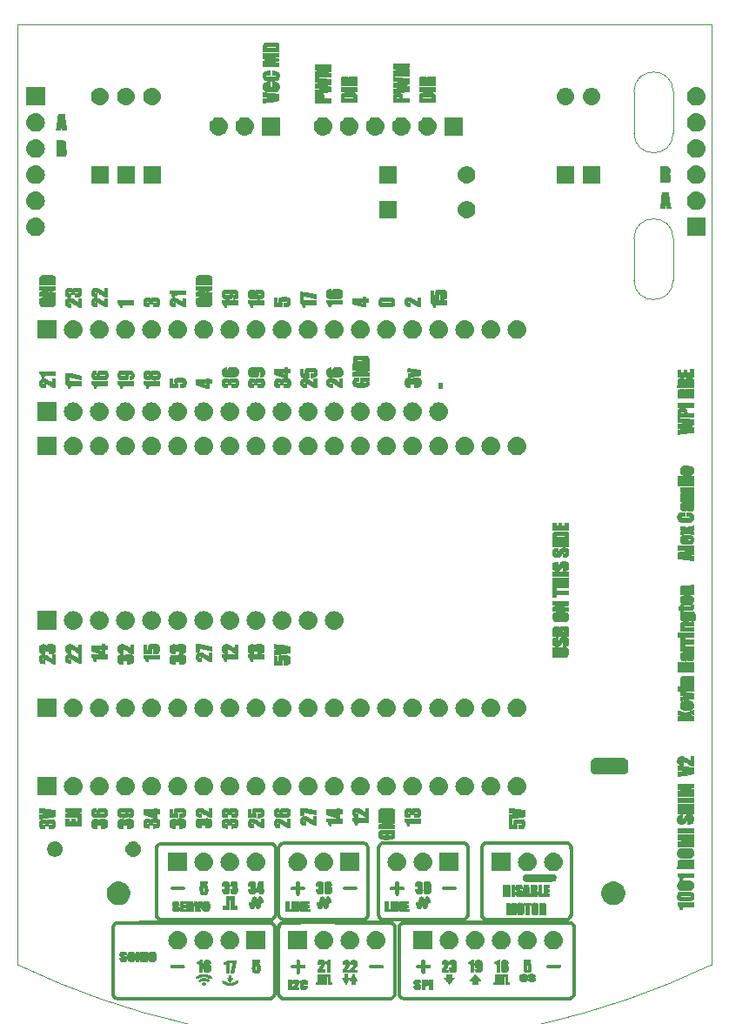
<source format=gbr>
G04 #@! TF.GenerationSoftware,KiCad,Pcbnew,(5.1.2)-2*
G04 #@! TF.CreationDate,2020-07-24T13:05:48-04:00*
G04 #@! TF.ProjectId,shim-PCB,7368696d-2d50-4434-922e-6b696361645f,rev?*
G04 #@! TF.SameCoordinates,Original*
G04 #@! TF.FileFunction,Soldermask,Top*
G04 #@! TF.FilePolarity,Negative*
%FSLAX46Y46*%
G04 Gerber Fmt 4.6, Leading zero omitted, Abs format (unit mm)*
G04 Created by KiCad (PCBNEW (5.1.2)-2) date 2020-07-24 13:05:48*
%MOMM*%
%LPD*%
G04 APERTURE LIST*
%ADD10C,0.050000*%
%ADD11C,0.010000*%
%ADD12C,0.100000*%
G04 APERTURE END LIST*
D10*
X107878075Y-48006000D02*
X175425701Y-48006000D01*
X107878075Y-135724057D02*
X107878075Y-139534057D01*
X171682092Y-54560466D02*
X171682092Y-58605279D01*
X107878075Y-47997753D02*
X175425701Y-47997753D01*
X171682092Y-68852374D02*
X171682092Y-72897189D01*
X171682092Y-58605279D02*
G75*
G02X167872092Y-58605279I-1905000J0D01*
G01*
X167872092Y-68852374D02*
G75*
G02X171682092Y-68852374I1905000J0D01*
G01*
X175425701Y-47997753D02*
X175425701Y-139534057D01*
X167872092Y-58605279D02*
X167872092Y-54560466D01*
X167872092Y-54560466D02*
G75*
G02X171682092Y-54560466I1905000J0D01*
G01*
X171682092Y-72897189D02*
G75*
G02X167872092Y-72897189I-1905000J0D01*
G01*
X107878075Y-135724057D02*
X107878075Y-47997753D01*
X167872092Y-72897189D02*
X167872092Y-68852374D01*
X175371400Y-139560075D02*
G75*
G02X107878075Y-139534057I-33719511J70447727D01*
G01*
D11*
G36*
X158872205Y-130731110D02*
G01*
X159092903Y-130731473D01*
X159291233Y-130732081D01*
X159466834Y-130732930D01*
X159619347Y-130734018D01*
X159748409Y-130735340D01*
X159853662Y-130736894D01*
X159934745Y-130738675D01*
X159991297Y-130740682D01*
X160022957Y-130742910D01*
X160028650Y-130743885D01*
X160078015Y-130767032D01*
X160130236Y-130806600D01*
X160178069Y-130855702D01*
X160214268Y-130907453D01*
X160225156Y-130930612D01*
X160246551Y-131019363D01*
X160244050Y-131106880D01*
X160218542Y-131189321D01*
X160170917Y-131262844D01*
X160141178Y-131293198D01*
X160099990Y-131325402D01*
X160056905Y-131351652D01*
X160029494Y-131363402D01*
X160014005Y-131365982D01*
X159985023Y-131368283D01*
X159941503Y-131370315D01*
X159882400Y-131372090D01*
X159806671Y-131373619D01*
X159713270Y-131374913D01*
X159601154Y-131375984D01*
X159469277Y-131376842D01*
X159316596Y-131377499D01*
X159142065Y-131377965D01*
X158944641Y-131378253D01*
X158723278Y-131378372D01*
X158628026Y-131378375D01*
X157276950Y-131378251D01*
X157212931Y-131348440D01*
X157138870Y-131300672D01*
X157082361Y-131236065D01*
X157045443Y-131157894D01*
X157030159Y-131069435D01*
X157029857Y-131054650D01*
X157041214Y-130962964D01*
X157074595Y-130883199D01*
X157128963Y-130817012D01*
X157203281Y-130766059D01*
X157213450Y-130761067D01*
X157276950Y-130731048D01*
X158629500Y-130730994D01*
X158872205Y-130731110D01*
X158872205Y-130731110D01*
G37*
X158872205Y-130731110D02*
X159092903Y-130731473D01*
X159291233Y-130732081D01*
X159466834Y-130732930D01*
X159619347Y-130734018D01*
X159748409Y-130735340D01*
X159853662Y-130736894D01*
X159934745Y-130738675D01*
X159991297Y-130740682D01*
X160022957Y-130742910D01*
X160028650Y-130743885D01*
X160078015Y-130767032D01*
X160130236Y-130806600D01*
X160178069Y-130855702D01*
X160214268Y-130907453D01*
X160225156Y-130930612D01*
X160246551Y-131019363D01*
X160244050Y-131106880D01*
X160218542Y-131189321D01*
X160170917Y-131262844D01*
X160141178Y-131293198D01*
X160099990Y-131325402D01*
X160056905Y-131351652D01*
X160029494Y-131363402D01*
X160014005Y-131365982D01*
X159985023Y-131368283D01*
X159941503Y-131370315D01*
X159882400Y-131372090D01*
X159806671Y-131373619D01*
X159713270Y-131374913D01*
X159601154Y-131375984D01*
X159469277Y-131376842D01*
X159316596Y-131377499D01*
X159142065Y-131377965D01*
X158944641Y-131378253D01*
X158723278Y-131378372D01*
X158628026Y-131378375D01*
X157276950Y-131378251D01*
X157212931Y-131348440D01*
X157138870Y-131300672D01*
X157082361Y-131236065D01*
X157045443Y-131157894D01*
X157030159Y-131069435D01*
X157029857Y-131054650D01*
X157041214Y-130962964D01*
X157074595Y-130883199D01*
X157128963Y-130817012D01*
X157203281Y-130766059D01*
X157213450Y-130761067D01*
X157276950Y-130731048D01*
X158629500Y-130730994D01*
X158872205Y-130731110D01*
G36*
X159582000Y-131975400D02*
G01*
X159391500Y-131975400D01*
X159391500Y-132178600D01*
X159569300Y-132178600D01*
X159569300Y-132407200D01*
X159391500Y-132407200D01*
X159391500Y-132635800D01*
X159607400Y-132635800D01*
X159607400Y-132877100D01*
X159086700Y-132877100D01*
X159086700Y-131746800D01*
X159582000Y-131746800D01*
X159582000Y-131975400D01*
X159582000Y-131975400D01*
G37*
X159582000Y-131975400D02*
X159391500Y-131975400D01*
X159391500Y-132178600D01*
X159569300Y-132178600D01*
X159569300Y-132407200D01*
X159391500Y-132407200D01*
X159391500Y-132635800D01*
X159607400Y-132635800D01*
X159607400Y-132877100D01*
X159086700Y-132877100D01*
X159086700Y-131746800D01*
X159582000Y-131746800D01*
X159582000Y-131975400D01*
G36*
X158858100Y-132635800D02*
G01*
X159035900Y-132635800D01*
X159035900Y-132877100D01*
X158553300Y-132877100D01*
X158553300Y-131746800D01*
X158858100Y-131746800D01*
X158858100Y-132635800D01*
X158858100Y-132635800D01*
G37*
X158858100Y-132635800D02*
X159035900Y-132635800D01*
X159035900Y-132877100D01*
X158553300Y-132877100D01*
X158553300Y-131746800D01*
X158858100Y-131746800D01*
X158858100Y-132635800D01*
G36*
X158056462Y-131747718D02*
G01*
X158128405Y-131750249D01*
X158190640Y-131754051D01*
X158236807Y-131758785D01*
X158251049Y-131761215D01*
X158321216Y-131787790D01*
X158375249Y-131833597D01*
X158412778Y-131897952D01*
X158433431Y-131980168D01*
X158436839Y-132079562D01*
X158435395Y-132101732D01*
X158430098Y-132149274D01*
X158421333Y-132180263D01*
X158405629Y-132203545D01*
X158389239Y-132219470D01*
X158359171Y-132241901D01*
X158333031Y-132254214D01*
X158327674Y-132255008D01*
X158323599Y-132260236D01*
X158339655Y-132273786D01*
X158355742Y-132283590D01*
X158394502Y-132309241D01*
X158422333Y-132338482D01*
X158440914Y-132375849D01*
X158451928Y-132425877D01*
X158457055Y-132493103D01*
X158458050Y-132559600D01*
X158457418Y-132630210D01*
X158455061Y-132681145D01*
X158450289Y-132718106D01*
X158442410Y-132746797D01*
X158432650Y-132769150D01*
X158415928Y-132798579D01*
X158396521Y-132821599D01*
X158371176Y-132839089D01*
X158336638Y-132851928D01*
X158289654Y-132860998D01*
X158226969Y-132867178D01*
X158145330Y-132871347D01*
X158043755Y-132874333D01*
X157778600Y-132880699D01*
X157778600Y-132520311D01*
X158070700Y-132520311D01*
X158070847Y-132584180D01*
X158071825Y-132626708D01*
X158074436Y-132651950D01*
X158079482Y-132663966D01*
X158087768Y-132666811D01*
X158099275Y-132664739D01*
X158129356Y-132650766D01*
X158143725Y-132638101D01*
X158152452Y-132613513D01*
X158157927Y-132568171D01*
X158159600Y-132513629D01*
X158156971Y-132448456D01*
X158148105Y-132404936D01*
X158131536Y-132379778D01*
X158105794Y-132369685D01*
X158095192Y-132369100D01*
X158084808Y-132370807D01*
X158077856Y-132378736D01*
X158073654Y-132397098D01*
X158071519Y-132430105D01*
X158070769Y-132481968D01*
X158070700Y-132520311D01*
X157778600Y-132520311D01*
X157778600Y-132064300D01*
X158070700Y-132064300D01*
X158070962Y-132118409D01*
X158072644Y-132152007D01*
X158077082Y-132169978D01*
X158085615Y-132177212D01*
X158099582Y-132178595D01*
X158102003Y-132178600D01*
X158132476Y-132168933D01*
X158146453Y-132154034D01*
X158155825Y-132120432D01*
X158159158Y-132073328D01*
X158156401Y-132023908D01*
X158147505Y-131983352D01*
X158147214Y-131982576D01*
X158128227Y-131956268D01*
X158102764Y-131950000D01*
X158087585Y-131950876D01*
X158078161Y-131956763D01*
X158073120Y-131972549D01*
X158071090Y-132003122D01*
X158070701Y-132053371D01*
X158070700Y-132064300D01*
X157778600Y-132064300D01*
X157778600Y-131746800D01*
X157981174Y-131746800D01*
X158056462Y-131747718D01*
X158056462Y-131747718D01*
G37*
X158056462Y-131747718D02*
X158128405Y-131750249D01*
X158190640Y-131754051D01*
X158236807Y-131758785D01*
X158251049Y-131761215D01*
X158321216Y-131787790D01*
X158375249Y-131833597D01*
X158412778Y-131897952D01*
X158433431Y-131980168D01*
X158436839Y-132079562D01*
X158435395Y-132101732D01*
X158430098Y-132149274D01*
X158421333Y-132180263D01*
X158405629Y-132203545D01*
X158389239Y-132219470D01*
X158359171Y-132241901D01*
X158333031Y-132254214D01*
X158327674Y-132255008D01*
X158323599Y-132260236D01*
X158339655Y-132273786D01*
X158355742Y-132283590D01*
X158394502Y-132309241D01*
X158422333Y-132338482D01*
X158440914Y-132375849D01*
X158451928Y-132425877D01*
X158457055Y-132493103D01*
X158458050Y-132559600D01*
X158457418Y-132630210D01*
X158455061Y-132681145D01*
X158450289Y-132718106D01*
X158442410Y-132746797D01*
X158432650Y-132769150D01*
X158415928Y-132798579D01*
X158396521Y-132821599D01*
X158371176Y-132839089D01*
X158336638Y-132851928D01*
X158289654Y-132860998D01*
X158226969Y-132867178D01*
X158145330Y-132871347D01*
X158043755Y-132874333D01*
X157778600Y-132880699D01*
X157778600Y-132520311D01*
X158070700Y-132520311D01*
X158070847Y-132584180D01*
X158071825Y-132626708D01*
X158074436Y-132651950D01*
X158079482Y-132663966D01*
X158087768Y-132666811D01*
X158099275Y-132664739D01*
X158129356Y-132650766D01*
X158143725Y-132638101D01*
X158152452Y-132613513D01*
X158157927Y-132568171D01*
X158159600Y-132513629D01*
X158156971Y-132448456D01*
X158148105Y-132404936D01*
X158131536Y-132379778D01*
X158105794Y-132369685D01*
X158095192Y-132369100D01*
X158084808Y-132370807D01*
X158077856Y-132378736D01*
X158073654Y-132397098D01*
X158071519Y-132430105D01*
X158070769Y-132481968D01*
X158070700Y-132520311D01*
X157778600Y-132520311D01*
X157778600Y-132064300D01*
X158070700Y-132064300D01*
X158070962Y-132118409D01*
X158072644Y-132152007D01*
X158077082Y-132169978D01*
X158085615Y-132177212D01*
X158099582Y-132178595D01*
X158102003Y-132178600D01*
X158132476Y-132168933D01*
X158146453Y-132154034D01*
X158155825Y-132120432D01*
X158159158Y-132073328D01*
X158156401Y-132023908D01*
X158147505Y-131983352D01*
X158147214Y-131982576D01*
X158128227Y-131956268D01*
X158102764Y-131950000D01*
X158087585Y-131950876D01*
X158078161Y-131956763D01*
X158073120Y-131972549D01*
X158071090Y-132003122D01*
X158070701Y-132053371D01*
X158070700Y-132064300D01*
X157778600Y-132064300D01*
X157778600Y-131746800D01*
X157981174Y-131746800D01*
X158056462Y-131747718D01*
G36*
X157352723Y-131746801D02*
G01*
X157569050Y-131746803D01*
X157648967Y-132289726D01*
X157665819Y-132404792D01*
X157681436Y-132512561D01*
X157695441Y-132610335D01*
X157707454Y-132695414D01*
X157717095Y-132765098D01*
X157723985Y-132816688D01*
X157727746Y-132847483D01*
X157728342Y-132854875D01*
X157725744Y-132864313D01*
X157715731Y-132870649D01*
X157694156Y-132874485D01*
X157656871Y-132876424D01*
X157599729Y-132877068D01*
X157575400Y-132877100D01*
X157423000Y-132877100D01*
X157422860Y-132823125D01*
X157420742Y-132774836D01*
X157415734Y-132727221D01*
X157414848Y-132721525D01*
X157407542Y-132690263D01*
X157394515Y-132676872D01*
X157367939Y-132673909D01*
X157364763Y-132673900D01*
X157342083Y-132676149D01*
X157326725Y-132685784D01*
X157316852Y-132707137D01*
X157310630Y-132744540D01*
X157306223Y-132802325D01*
X157305572Y-132813600D01*
X157302350Y-132870750D01*
X157145048Y-132874329D01*
X156987747Y-132877909D01*
X156995046Y-132823529D01*
X156998276Y-132799176D01*
X157004408Y-132752673D01*
X157013043Y-132687054D01*
X157023781Y-132605354D01*
X157036225Y-132510607D01*
X157047819Y-132422267D01*
X157321400Y-132422267D01*
X157324613Y-132447236D01*
X157339527Y-132456747D01*
X157361309Y-132458000D01*
X157401218Y-132458000D01*
X157392905Y-132378625D01*
X157387707Y-132325305D01*
X157381912Y-132260281D01*
X157376732Y-132197180D01*
X157376505Y-132194249D01*
X157372327Y-132146947D01*
X157368201Y-132111861D01*
X157364821Y-132094553D01*
X157363920Y-132093745D01*
X157360290Y-132107775D01*
X157354663Y-132141203D01*
X157347798Y-132188178D01*
X157340452Y-132242846D01*
X157333382Y-132299357D01*
X157327345Y-132351858D01*
X157323100Y-132394497D01*
X157321404Y-132421422D01*
X157321400Y-132422267D01*
X157047819Y-132422267D01*
X157049975Y-132405848D01*
X157064633Y-132294111D01*
X157069372Y-132257975D01*
X157136397Y-131746800D01*
X157352723Y-131746801D01*
X157352723Y-131746801D01*
G37*
X157352723Y-131746801D02*
X157569050Y-131746803D01*
X157648967Y-132289726D01*
X157665819Y-132404792D01*
X157681436Y-132512561D01*
X157695441Y-132610335D01*
X157707454Y-132695414D01*
X157717095Y-132765098D01*
X157723985Y-132816688D01*
X157727746Y-132847483D01*
X157728342Y-132854875D01*
X157725744Y-132864313D01*
X157715731Y-132870649D01*
X157694156Y-132874485D01*
X157656871Y-132876424D01*
X157599729Y-132877068D01*
X157575400Y-132877100D01*
X157423000Y-132877100D01*
X157422860Y-132823125D01*
X157420742Y-132774836D01*
X157415734Y-132727221D01*
X157414848Y-132721525D01*
X157407542Y-132690263D01*
X157394515Y-132676872D01*
X157367939Y-132673909D01*
X157364763Y-132673900D01*
X157342083Y-132676149D01*
X157326725Y-132685784D01*
X157316852Y-132707137D01*
X157310630Y-132744540D01*
X157306223Y-132802325D01*
X157305572Y-132813600D01*
X157302350Y-132870750D01*
X157145048Y-132874329D01*
X156987747Y-132877909D01*
X156995046Y-132823529D01*
X156998276Y-132799176D01*
X157004408Y-132752673D01*
X157013043Y-132687054D01*
X157023781Y-132605354D01*
X157036225Y-132510607D01*
X157047819Y-132422267D01*
X157321400Y-132422267D01*
X157324613Y-132447236D01*
X157339527Y-132456747D01*
X157361309Y-132458000D01*
X157401218Y-132458000D01*
X157392905Y-132378625D01*
X157387707Y-132325305D01*
X157381912Y-132260281D01*
X157376732Y-132197180D01*
X157376505Y-132194249D01*
X157372327Y-132146947D01*
X157368201Y-132111861D01*
X157364821Y-132094553D01*
X157363920Y-132093745D01*
X157360290Y-132107775D01*
X157354663Y-132141203D01*
X157347798Y-132188178D01*
X157340452Y-132242846D01*
X157333382Y-132299357D01*
X157327345Y-132351858D01*
X157323100Y-132394497D01*
X157321404Y-132421422D01*
X157321400Y-132422267D01*
X157047819Y-132422267D01*
X157049975Y-132405848D01*
X157064633Y-132294111D01*
X157069372Y-132257975D01*
X157136397Y-131746800D01*
X157352723Y-131746801D01*
G36*
X156216500Y-132877100D02*
G01*
X156072566Y-132877100D01*
X156014464Y-132876393D01*
X155966020Y-132874476D01*
X155932689Y-132871651D01*
X155920166Y-132868633D01*
X155918397Y-132854551D01*
X155916753Y-132817689D01*
X155915273Y-132760668D01*
X155913998Y-132686109D01*
X155912965Y-132596632D01*
X155912215Y-132494857D01*
X155911787Y-132383405D01*
X155911700Y-132303483D01*
X155911700Y-131746800D01*
X156216500Y-131746800D01*
X156216500Y-132877100D01*
X156216500Y-132877100D01*
G37*
X156216500Y-132877100D02*
X156072566Y-132877100D01*
X156014464Y-132876393D01*
X155966020Y-132874476D01*
X155932689Y-132871651D01*
X155920166Y-132868633D01*
X155918397Y-132854551D01*
X155916753Y-132817689D01*
X155915273Y-132760668D01*
X155913998Y-132686109D01*
X155912965Y-132596632D01*
X155912215Y-132494857D01*
X155911787Y-132383405D01*
X155911700Y-132303483D01*
X155911700Y-131746800D01*
X156216500Y-131746800D01*
X156216500Y-132877100D01*
G36*
X155387825Y-131749624D02*
G01*
X155484287Y-131752210D01*
X155559109Y-131755685D01*
X155616051Y-131760732D01*
X155658871Y-131768031D01*
X155691328Y-131778264D01*
X155717183Y-131792112D01*
X155740193Y-131810259D01*
X155744631Y-131814320D01*
X155763704Y-131832604D01*
X155779061Y-131850133D01*
X155791104Y-131869770D01*
X155800237Y-131894377D01*
X155806861Y-131926813D01*
X155811379Y-131969941D01*
X155814194Y-132026621D01*
X155815709Y-132099714D01*
X155816327Y-132192083D01*
X155816449Y-132306587D01*
X155816450Y-132324650D01*
X155816372Y-132437507D01*
X155816030Y-132527846D01*
X155815261Y-132598546D01*
X155813903Y-132652487D01*
X155811792Y-132692550D01*
X155808767Y-132721616D01*
X155804664Y-132742565D01*
X155799320Y-132758277D01*
X155792574Y-132771632D01*
X155791050Y-132774261D01*
X155772232Y-132802516D01*
X155750749Y-132824567D01*
X155723256Y-132841277D01*
X155686407Y-132853508D01*
X155636855Y-132862122D01*
X155571256Y-132867981D01*
X155486263Y-132871947D01*
X155402686Y-132874321D01*
X155137000Y-132880699D01*
X155137000Y-132311551D01*
X155441800Y-132311551D01*
X155441883Y-132416837D01*
X155442247Y-132499386D01*
X155443057Y-132561863D01*
X155444481Y-132606932D01*
X155446687Y-132637254D01*
X155449842Y-132655495D01*
X155454112Y-132664318D01*
X155459666Y-132666386D01*
X155464025Y-132665376D01*
X155491154Y-132648871D01*
X155502125Y-132637947D01*
X155507446Y-132623917D01*
X155511561Y-132595170D01*
X155514572Y-132549535D01*
X155516580Y-132484844D01*
X155517688Y-132398926D01*
X155518000Y-132299362D01*
X155517812Y-132196043D01*
X155516968Y-132115342D01*
X155515042Y-132054477D01*
X155511609Y-132010667D01*
X155506245Y-131981131D01*
X155498525Y-131963087D01*
X155488025Y-131953755D01*
X155474320Y-131950352D01*
X155464659Y-131950000D01*
X155457997Y-131951328D01*
X155452769Y-131957133D01*
X155448801Y-131970144D01*
X155445921Y-131993091D01*
X155443957Y-132028704D01*
X155442736Y-132079712D01*
X155442085Y-132148846D01*
X155441832Y-132238834D01*
X155441800Y-132311551D01*
X155137000Y-132311551D01*
X155137000Y-131744149D01*
X155387825Y-131749624D01*
X155387825Y-131749624D01*
G37*
X155387825Y-131749624D02*
X155484287Y-131752210D01*
X155559109Y-131755685D01*
X155616051Y-131760732D01*
X155658871Y-131768031D01*
X155691328Y-131778264D01*
X155717183Y-131792112D01*
X155740193Y-131810259D01*
X155744631Y-131814320D01*
X155763704Y-131832604D01*
X155779061Y-131850133D01*
X155791104Y-131869770D01*
X155800237Y-131894377D01*
X155806861Y-131926813D01*
X155811379Y-131969941D01*
X155814194Y-132026621D01*
X155815709Y-132099714D01*
X155816327Y-132192083D01*
X155816449Y-132306587D01*
X155816450Y-132324650D01*
X155816372Y-132437507D01*
X155816030Y-132527846D01*
X155815261Y-132598546D01*
X155813903Y-132652487D01*
X155811792Y-132692550D01*
X155808767Y-132721616D01*
X155804664Y-132742565D01*
X155799320Y-132758277D01*
X155792574Y-132771632D01*
X155791050Y-132774261D01*
X155772232Y-132802516D01*
X155750749Y-132824567D01*
X155723256Y-132841277D01*
X155686407Y-132853508D01*
X155636855Y-132862122D01*
X155571256Y-132867981D01*
X155486263Y-132871947D01*
X155402686Y-132874321D01*
X155137000Y-132880699D01*
X155137000Y-132311551D01*
X155441800Y-132311551D01*
X155441883Y-132416837D01*
X155442247Y-132499386D01*
X155443057Y-132561863D01*
X155444481Y-132606932D01*
X155446687Y-132637254D01*
X155449842Y-132655495D01*
X155454112Y-132664318D01*
X155459666Y-132666386D01*
X155464025Y-132665376D01*
X155491154Y-132648871D01*
X155502125Y-132637947D01*
X155507446Y-132623917D01*
X155511561Y-132595170D01*
X155514572Y-132549535D01*
X155516580Y-132484844D01*
X155517688Y-132398926D01*
X155518000Y-132299362D01*
X155517812Y-132196043D01*
X155516968Y-132115342D01*
X155515042Y-132054477D01*
X155511609Y-132010667D01*
X155506245Y-131981131D01*
X155498525Y-131963087D01*
X155488025Y-131953755D01*
X155474320Y-131950352D01*
X155464659Y-131950000D01*
X155457997Y-131951328D01*
X155452769Y-131957133D01*
X155448801Y-131970144D01*
X155445921Y-131993091D01*
X155443957Y-132028704D01*
X155442736Y-132079712D01*
X155442085Y-132148846D01*
X155441832Y-132238834D01*
X155441800Y-132311551D01*
X155137000Y-132311551D01*
X155137000Y-131744149D01*
X155387825Y-131749624D01*
G36*
X156735834Y-131735055D02*
G01*
X156809301Y-131757768D01*
X156869425Y-131790368D01*
X156905831Y-131825166D01*
X156929371Y-131872546D01*
X156945316Y-131938797D01*
X156952353Y-132018181D01*
X156952546Y-132029375D01*
X156953100Y-132089700D01*
X156673700Y-132089700D01*
X156673526Y-132035725D01*
X156669765Y-131975617D01*
X156658734Y-131938977D01*
X156640112Y-131924839D01*
X156636658Y-131924600D01*
X156605799Y-131935319D01*
X156588601Y-131967252D01*
X156584800Y-132004174D01*
X156587219Y-132040955D01*
X156596875Y-132070801D01*
X156617364Y-132098262D01*
X156652284Y-132127889D01*
X156705230Y-132164231D01*
X156717721Y-132172333D01*
X156799759Y-132227595D01*
X156861811Y-132276078D01*
X156906850Y-132321861D01*
X156937852Y-132369026D01*
X156957792Y-132421650D01*
X156969644Y-132483814D01*
X156973787Y-132523466D01*
X156975404Y-132628807D01*
X156960378Y-132715145D01*
X156928019Y-132783245D01*
X156877634Y-132833870D01*
X156808533Y-132867786D01*
X156720025Y-132885754D01*
X156642862Y-132889242D01*
X156587388Y-132886903D01*
X156535686Y-132881243D01*
X156497886Y-132873423D01*
X156494440Y-132872278D01*
X156429479Y-132842124D01*
X156380796Y-132802096D01*
X156346241Y-132748711D01*
X156323664Y-132678485D01*
X156310913Y-132587935D01*
X156309766Y-132573093D01*
X156301534Y-132457131D01*
X156446342Y-132460740D01*
X156591150Y-132464350D01*
X156594883Y-132571895D01*
X156598685Y-132632147D01*
X156605928Y-132670887D01*
X156617895Y-132691911D01*
X156635870Y-132699018D01*
X156637867Y-132699105D01*
X156660537Y-132688424D01*
X156676609Y-132659572D01*
X156685400Y-132619081D01*
X156686230Y-132573480D01*
X156678418Y-132529300D01*
X156661282Y-132493072D01*
X156659590Y-132490842D01*
X156637690Y-132469246D01*
X156600457Y-132438722D01*
X156553934Y-132404060D01*
X156523065Y-132382587D01*
X156446758Y-132328575D01*
X156390306Y-132281338D01*
X156350864Y-132236258D01*
X156325586Y-132188715D01*
X156311625Y-132134092D01*
X156306137Y-132067769D01*
X156305678Y-132029782D01*
X156311244Y-131938852D01*
X156328814Y-131868092D01*
X156360465Y-131814293D01*
X156408275Y-131774244D01*
X156474318Y-131744738D01*
X156494094Y-131738582D01*
X156572359Y-131724227D01*
X156654896Y-131723463D01*
X156735834Y-131735055D01*
X156735834Y-131735055D01*
G37*
X156735834Y-131735055D02*
X156809301Y-131757768D01*
X156869425Y-131790368D01*
X156905831Y-131825166D01*
X156929371Y-131872546D01*
X156945316Y-131938797D01*
X156952353Y-132018181D01*
X156952546Y-132029375D01*
X156953100Y-132089700D01*
X156673700Y-132089700D01*
X156673526Y-132035725D01*
X156669765Y-131975617D01*
X156658734Y-131938977D01*
X156640112Y-131924839D01*
X156636658Y-131924600D01*
X156605799Y-131935319D01*
X156588601Y-131967252D01*
X156584800Y-132004174D01*
X156587219Y-132040955D01*
X156596875Y-132070801D01*
X156617364Y-132098262D01*
X156652284Y-132127889D01*
X156705230Y-132164231D01*
X156717721Y-132172333D01*
X156799759Y-132227595D01*
X156861811Y-132276078D01*
X156906850Y-132321861D01*
X156937852Y-132369026D01*
X156957792Y-132421650D01*
X156969644Y-132483814D01*
X156973787Y-132523466D01*
X156975404Y-132628807D01*
X156960378Y-132715145D01*
X156928019Y-132783245D01*
X156877634Y-132833870D01*
X156808533Y-132867786D01*
X156720025Y-132885754D01*
X156642862Y-132889242D01*
X156587388Y-132886903D01*
X156535686Y-132881243D01*
X156497886Y-132873423D01*
X156494440Y-132872278D01*
X156429479Y-132842124D01*
X156380796Y-132802096D01*
X156346241Y-132748711D01*
X156323664Y-132678485D01*
X156310913Y-132587935D01*
X156309766Y-132573093D01*
X156301534Y-132457131D01*
X156446342Y-132460740D01*
X156591150Y-132464350D01*
X156594883Y-132571895D01*
X156598685Y-132632147D01*
X156605928Y-132670887D01*
X156617895Y-132691911D01*
X156635870Y-132699018D01*
X156637867Y-132699105D01*
X156660537Y-132688424D01*
X156676609Y-132659572D01*
X156685400Y-132619081D01*
X156686230Y-132573480D01*
X156678418Y-132529300D01*
X156661282Y-132493072D01*
X156659590Y-132490842D01*
X156637690Y-132469246D01*
X156600457Y-132438722D01*
X156553934Y-132404060D01*
X156523065Y-132382587D01*
X156446758Y-132328575D01*
X156390306Y-132281338D01*
X156350864Y-132236258D01*
X156325586Y-132188715D01*
X156311625Y-132134092D01*
X156306137Y-132067769D01*
X156305678Y-132029782D01*
X156311244Y-131938852D01*
X156328814Y-131868092D01*
X156360465Y-131814293D01*
X156408275Y-131774244D01*
X156474318Y-131744738D01*
X156494094Y-131738582D01*
X156572359Y-131724227D01*
X156654896Y-131723463D01*
X156735834Y-131735055D01*
G36*
X158873975Y-133514303D02*
G01*
X158973699Y-133516697D01*
X159051583Y-133520794D01*
X159111179Y-133527659D01*
X159156038Y-133538355D01*
X159189713Y-133553946D01*
X159215755Y-133575496D01*
X159237717Y-133604068D01*
X159251800Y-133627463D01*
X159266369Y-133655864D01*
X159275689Y-133683519D01*
X159280897Y-133717246D01*
X159283134Y-133763863D01*
X159283550Y-133817429D01*
X159281412Y-133894210D01*
X159273908Y-133950190D01*
X159259395Y-133989694D01*
X159236234Y-134017047D01*
X159202785Y-134036574D01*
X159199969Y-134037779D01*
X159162755Y-134053426D01*
X159205281Y-134073705D01*
X159232618Y-134089398D01*
X159253451Y-134109307D01*
X159268631Y-134136844D01*
X159279011Y-134175425D01*
X159285443Y-134228462D01*
X159288780Y-134299370D01*
X159289875Y-134391562D01*
X159289900Y-134412544D01*
X159289900Y-134642400D01*
X159012039Y-134642400D01*
X159008094Y-134400615D01*
X159006351Y-134313672D01*
X159004161Y-134248896D01*
X159001231Y-134203053D01*
X158997267Y-134172909D01*
X158991977Y-134155233D01*
X158985100Y-134146810D01*
X158968425Y-134137369D01*
X158955861Y-134134768D01*
X158946828Y-134141766D01*
X158940744Y-134161123D01*
X158937030Y-134195599D01*
X158935106Y-134247952D01*
X158934391Y-134320943D01*
X158934300Y-134388400D01*
X158934300Y-134642400D01*
X158629500Y-134642400D01*
X158629500Y-133829600D01*
X158934300Y-133829600D01*
X158934739Y-133883941D01*
X158936760Y-133917713D01*
X158941416Y-133935737D01*
X158949759Y-133942839D01*
X158959253Y-133943900D01*
X158984960Y-133933670D01*
X158997353Y-133919334D01*
X159005050Y-133892531D01*
X159009782Y-133852122D01*
X159010500Y-133829600D01*
X159005500Y-133768751D01*
X158990390Y-133730900D01*
X158965000Y-133715668D01*
X158959253Y-133715300D01*
X158947389Y-133717314D01*
X158940016Y-133726572D01*
X158936081Y-133747897D01*
X158934531Y-133786115D01*
X158934300Y-133829600D01*
X158629500Y-133829600D01*
X158629500Y-133510157D01*
X158873975Y-133514303D01*
X158873975Y-133514303D01*
G37*
X158873975Y-133514303D02*
X158973699Y-133516697D01*
X159051583Y-133520794D01*
X159111179Y-133527659D01*
X159156038Y-133538355D01*
X159189713Y-133553946D01*
X159215755Y-133575496D01*
X159237717Y-133604068D01*
X159251800Y-133627463D01*
X159266369Y-133655864D01*
X159275689Y-133683519D01*
X159280897Y-133717246D01*
X159283134Y-133763863D01*
X159283550Y-133817429D01*
X159281412Y-133894210D01*
X159273908Y-133950190D01*
X159259395Y-133989694D01*
X159236234Y-134017047D01*
X159202785Y-134036574D01*
X159199969Y-134037779D01*
X159162755Y-134053426D01*
X159205281Y-134073705D01*
X159232618Y-134089398D01*
X159253451Y-134109307D01*
X159268631Y-134136844D01*
X159279011Y-134175425D01*
X159285443Y-134228462D01*
X159288780Y-134299370D01*
X159289875Y-134391562D01*
X159289900Y-134412544D01*
X159289900Y-134642400D01*
X159012039Y-134642400D01*
X159008094Y-134400615D01*
X159006351Y-134313672D01*
X159004161Y-134248896D01*
X159001231Y-134203053D01*
X158997267Y-134172909D01*
X158991977Y-134155233D01*
X158985100Y-134146810D01*
X158968425Y-134137369D01*
X158955861Y-134134768D01*
X158946828Y-134141766D01*
X158940744Y-134161123D01*
X158937030Y-134195599D01*
X158935106Y-134247952D01*
X158934391Y-134320943D01*
X158934300Y-134388400D01*
X158934300Y-134642400D01*
X158629500Y-134642400D01*
X158629500Y-133829600D01*
X158934300Y-133829600D01*
X158934739Y-133883941D01*
X158936760Y-133917713D01*
X158941416Y-133935737D01*
X158949759Y-133942839D01*
X158959253Y-133943900D01*
X158984960Y-133933670D01*
X158997353Y-133919334D01*
X159005050Y-133892531D01*
X159009782Y-133852122D01*
X159010500Y-133829600D01*
X159005500Y-133768751D01*
X158990390Y-133730900D01*
X158965000Y-133715668D01*
X158959253Y-133715300D01*
X158947389Y-133717314D01*
X158940016Y-133726572D01*
X158936081Y-133747897D01*
X158934531Y-133786115D01*
X158934300Y-133829600D01*
X158629500Y-133829600D01*
X158629500Y-133510157D01*
X158873975Y-133514303D01*
G36*
X157804000Y-133740700D02*
G01*
X157626200Y-133740700D01*
X157626200Y-134642400D01*
X157334100Y-134642400D01*
X157334100Y-133740700D01*
X157156300Y-133740700D01*
X157156300Y-133512100D01*
X157804000Y-133512100D01*
X157804000Y-133740700D01*
X157804000Y-133740700D01*
G37*
X157804000Y-133740700D02*
X157626200Y-133740700D01*
X157626200Y-134642400D01*
X157334100Y-134642400D01*
X157334100Y-133740700D01*
X157156300Y-133740700D01*
X157156300Y-133512100D01*
X157804000Y-133512100D01*
X157804000Y-133740700D01*
G36*
X155691109Y-133512232D02*
G01*
X155742535Y-133513012D01*
X155776440Y-133515015D01*
X155796763Y-133518815D01*
X155807443Y-133524986D01*
X155812421Y-133534103D01*
X155814177Y-133540675D01*
X155818188Y-133562537D01*
X155824895Y-133604652D01*
X155833552Y-133662107D01*
X155843415Y-133729991D01*
X155850318Y-133778800D01*
X155879627Y-133988350D01*
X155893916Y-133880400D01*
X155902142Y-133817136D01*
X155911731Y-133741698D01*
X155921031Y-133667134D01*
X155924081Y-133642275D01*
X155939957Y-133512100D01*
X156330800Y-133512100D01*
X156330800Y-134642400D01*
X156064100Y-134642400D01*
X156062859Y-134328075D01*
X156061619Y-134013750D01*
X156025419Y-134274100D01*
X156013975Y-134356312D01*
X156003227Y-134433334D01*
X155993848Y-134500369D01*
X155986509Y-134552620D01*
X155981882Y-134585289D01*
X155981431Y-134588425D01*
X155973643Y-134642400D01*
X155879171Y-134642400D01*
X155833759Y-134641223D01*
X155800135Y-134638112D01*
X155784575Y-134633697D01*
X155784179Y-134632875D01*
X155782209Y-134618220D01*
X155776933Y-134581895D01*
X155768863Y-134527340D01*
X155758509Y-134457997D01*
X155746383Y-134377306D01*
X155734632Y-134299500D01*
X155685606Y-133975650D01*
X155683100Y-134642400D01*
X155429100Y-134642400D01*
X155429100Y-133512100D01*
X155618223Y-133512100D01*
X155691109Y-133512232D01*
X155691109Y-133512232D01*
G37*
X155691109Y-133512232D02*
X155742535Y-133513012D01*
X155776440Y-133515015D01*
X155796763Y-133518815D01*
X155807443Y-133524986D01*
X155812421Y-133534103D01*
X155814177Y-133540675D01*
X155818188Y-133562537D01*
X155824895Y-133604652D01*
X155833552Y-133662107D01*
X155843415Y-133729991D01*
X155850318Y-133778800D01*
X155879627Y-133988350D01*
X155893916Y-133880400D01*
X155902142Y-133817136D01*
X155911731Y-133741698D01*
X155921031Y-133667134D01*
X155924081Y-133642275D01*
X155939957Y-133512100D01*
X156330800Y-133512100D01*
X156330800Y-134642400D01*
X156064100Y-134642400D01*
X156062859Y-134328075D01*
X156061619Y-134013750D01*
X156025419Y-134274100D01*
X156013975Y-134356312D01*
X156003227Y-134433334D01*
X155993848Y-134500369D01*
X155986509Y-134552620D01*
X155981882Y-134585289D01*
X155981431Y-134588425D01*
X155973643Y-134642400D01*
X155879171Y-134642400D01*
X155833759Y-134641223D01*
X155800135Y-134638112D01*
X155784575Y-134633697D01*
X155784179Y-134632875D01*
X155782209Y-134618220D01*
X155776933Y-134581895D01*
X155768863Y-134527340D01*
X155758509Y-134457997D01*
X155746383Y-134377306D01*
X155734632Y-134299500D01*
X155685606Y-133975650D01*
X155683100Y-134642400D01*
X155429100Y-134642400D01*
X155429100Y-133512100D01*
X155618223Y-133512100D01*
X155691109Y-133512232D01*
G36*
X158234649Y-133489686D02*
G01*
X158311131Y-133502417D01*
X158340268Y-133511666D01*
X158409477Y-133548916D01*
X158466401Y-133601486D01*
X158505701Y-133663865D01*
X158516103Y-133693256D01*
X158520140Y-133722338D01*
X158523190Y-133774586D01*
X158525202Y-133847786D01*
X158526126Y-133939721D01*
X158525911Y-134048176D01*
X158525445Y-134100331D01*
X158524093Y-134207943D01*
X158522519Y-134293147D01*
X158520534Y-134358935D01*
X158517946Y-134408298D01*
X158514566Y-134444230D01*
X158510204Y-134469721D01*
X158504669Y-134487765D01*
X158500241Y-134497122D01*
X158454681Y-134558615D01*
X158394916Y-134608231D01*
X158339661Y-134635478D01*
X158282803Y-134647849D01*
X158212235Y-134653285D01*
X158138390Y-134651826D01*
X158071705Y-134643512D01*
X158036701Y-134634297D01*
X157985972Y-134606448D01*
X157936163Y-134562705D01*
X157894797Y-134511026D01*
X157869398Y-134459371D01*
X157868534Y-134456404D01*
X157864328Y-134427891D01*
X157860901Y-134378344D01*
X157858253Y-134312112D01*
X157856387Y-134233541D01*
X157855304Y-134146977D01*
X157855005Y-134056769D01*
X157855367Y-133990344D01*
X158148227Y-133990344D01*
X158149128Y-134105075D01*
X158149295Y-134118998D01*
X158150799Y-134221247D01*
X158152611Y-134300783D01*
X158154908Y-134360296D01*
X158157865Y-134402471D01*
X158161659Y-134429998D01*
X158166468Y-134445563D01*
X158171148Y-134451198D01*
X158195638Y-134458279D01*
X158213059Y-134443549D01*
X158224555Y-134405661D01*
X158227654Y-134384512D01*
X158230217Y-134349379D01*
X158232117Y-134295377D01*
X158233377Y-134227174D01*
X158234018Y-134149437D01*
X158234062Y-134066833D01*
X158233531Y-133984031D01*
X158232445Y-133905698D01*
X158230828Y-133836502D01*
X158228699Y-133781110D01*
X158226082Y-133744189D01*
X158224647Y-133734350D01*
X158211798Y-133704541D01*
X158191793Y-133696250D01*
X158178597Y-133699936D01*
X158168113Y-133712538D01*
X158160108Y-133736372D01*
X158154350Y-133773754D01*
X158150605Y-133827000D01*
X158148642Y-133898424D01*
X158148227Y-133990344D01*
X157855367Y-133990344D01*
X157855493Y-133967263D01*
X157856768Y-133882806D01*
X157858833Y-133807745D01*
X157861688Y-133746427D01*
X157865335Y-133703199D01*
X157868263Y-133686377D01*
X157895396Y-133628659D01*
X157940889Y-133573938D01*
X157998114Y-133529781D01*
X158012347Y-133521859D01*
X158075967Y-133499695D01*
X158153164Y-133488875D01*
X158234649Y-133489686D01*
X158234649Y-133489686D01*
G37*
X158234649Y-133489686D02*
X158311131Y-133502417D01*
X158340268Y-133511666D01*
X158409477Y-133548916D01*
X158466401Y-133601486D01*
X158505701Y-133663865D01*
X158516103Y-133693256D01*
X158520140Y-133722338D01*
X158523190Y-133774586D01*
X158525202Y-133847786D01*
X158526126Y-133939721D01*
X158525911Y-134048176D01*
X158525445Y-134100331D01*
X158524093Y-134207943D01*
X158522519Y-134293147D01*
X158520534Y-134358935D01*
X158517946Y-134408298D01*
X158514566Y-134444230D01*
X158510204Y-134469721D01*
X158504669Y-134487765D01*
X158500241Y-134497122D01*
X158454681Y-134558615D01*
X158394916Y-134608231D01*
X158339661Y-134635478D01*
X158282803Y-134647849D01*
X158212235Y-134653285D01*
X158138390Y-134651826D01*
X158071705Y-134643512D01*
X158036701Y-134634297D01*
X157985972Y-134606448D01*
X157936163Y-134562705D01*
X157894797Y-134511026D01*
X157869398Y-134459371D01*
X157868534Y-134456404D01*
X157864328Y-134427891D01*
X157860901Y-134378344D01*
X157858253Y-134312112D01*
X157856387Y-134233541D01*
X157855304Y-134146977D01*
X157855005Y-134056769D01*
X157855367Y-133990344D01*
X158148227Y-133990344D01*
X158149128Y-134105075D01*
X158149295Y-134118998D01*
X158150799Y-134221247D01*
X158152611Y-134300783D01*
X158154908Y-134360296D01*
X158157865Y-134402471D01*
X158161659Y-134429998D01*
X158166468Y-134445563D01*
X158171148Y-134451198D01*
X158195638Y-134458279D01*
X158213059Y-134443549D01*
X158224555Y-134405661D01*
X158227654Y-134384512D01*
X158230217Y-134349379D01*
X158232117Y-134295377D01*
X158233377Y-134227174D01*
X158234018Y-134149437D01*
X158234062Y-134066833D01*
X158233531Y-133984031D01*
X158232445Y-133905698D01*
X158230828Y-133836502D01*
X158228699Y-133781110D01*
X158226082Y-133744189D01*
X158224647Y-133734350D01*
X158211798Y-133704541D01*
X158191793Y-133696250D01*
X158178597Y-133699936D01*
X158168113Y-133712538D01*
X158160108Y-133736372D01*
X158154350Y-133773754D01*
X158150605Y-133827000D01*
X158148642Y-133898424D01*
X158148227Y-133990344D01*
X157855367Y-133990344D01*
X157855493Y-133967263D01*
X157856768Y-133882806D01*
X157858833Y-133807745D01*
X157861688Y-133746427D01*
X157865335Y-133703199D01*
X157868263Y-133686377D01*
X157895396Y-133628659D01*
X157940889Y-133573938D01*
X157998114Y-133529781D01*
X158012347Y-133521859D01*
X158075967Y-133499695D01*
X158153164Y-133488875D01*
X158234649Y-133489686D01*
G36*
X156829638Y-133492384D02*
G01*
X156916584Y-133513350D01*
X156989916Y-133550887D01*
X157046853Y-133603476D01*
X157084613Y-133669592D01*
X157089972Y-133685470D01*
X157094729Y-133714700D01*
X157098648Y-133764946D01*
X157101719Y-133831838D01*
X157103932Y-133911006D01*
X157105277Y-133998080D01*
X157105743Y-134088689D01*
X157105320Y-134178463D01*
X157103999Y-134263033D01*
X157101768Y-134338027D01*
X157098618Y-134399076D01*
X157094539Y-134441809D01*
X157091765Y-134456404D01*
X157066045Y-134510968D01*
X157023063Y-134564191D01*
X156970177Y-134608491D01*
X156918333Y-134635113D01*
X156861260Y-134647633D01*
X156790704Y-134653256D01*
X156717017Y-134651998D01*
X156650548Y-134643872D01*
X156615390Y-134634660D01*
X156556656Y-134603056D01*
X156501845Y-134554476D01*
X156460058Y-134497122D01*
X156453638Y-134482378D01*
X156448516Y-134462179D01*
X156444503Y-134433531D01*
X156441409Y-134393443D01*
X156439044Y-134338923D01*
X156437217Y-134266979D01*
X156435739Y-134174619D01*
X156434854Y-134100331D01*
X156433909Y-133989750D01*
X156725930Y-133989750D01*
X156726800Y-134104318D01*
X156726973Y-134119002D01*
X156728452Y-134221241D01*
X156730244Y-134300769D01*
X156732524Y-134360275D01*
X156735468Y-134402448D01*
X156739254Y-134429976D01*
X156744057Y-134445547D01*
X156748748Y-134451202D01*
X156772115Y-134458449D01*
X156788773Y-134445425D01*
X156800059Y-134410284D01*
X156805313Y-134373144D01*
X156808255Y-134330554D01*
X156810412Y-134270061D01*
X156811803Y-134196665D01*
X156812446Y-134115368D01*
X156812361Y-134031171D01*
X156811566Y-133949076D01*
X156810082Y-133874083D01*
X156807926Y-133811194D01*
X156805118Y-133765409D01*
X156802927Y-133747050D01*
X156793560Y-133712522D01*
X156779447Y-133697857D01*
X156769303Y-133696250D01*
X156756183Y-133699922D01*
X156745757Y-133712483D01*
X156737795Y-133736252D01*
X156732063Y-133773545D01*
X156728330Y-133826681D01*
X156726363Y-133897976D01*
X156725930Y-133989750D01*
X156433909Y-133989750D01*
X156433851Y-133983048D01*
X156433910Y-133888138D01*
X156435410Y-133812582D01*
X156438730Y-133753360D01*
X156444249Y-133707455D01*
X156452346Y-133671847D01*
X156463399Y-133643519D01*
X156477787Y-133619450D01*
X156495888Y-133596624D01*
X156498406Y-133593735D01*
X156557810Y-133541248D01*
X156629031Y-133507525D01*
X156716142Y-133490746D01*
X156731858Y-133489511D01*
X156829638Y-133492384D01*
X156829638Y-133492384D01*
G37*
X156829638Y-133492384D02*
X156916584Y-133513350D01*
X156989916Y-133550887D01*
X157046853Y-133603476D01*
X157084613Y-133669592D01*
X157089972Y-133685470D01*
X157094729Y-133714700D01*
X157098648Y-133764946D01*
X157101719Y-133831838D01*
X157103932Y-133911006D01*
X157105277Y-133998080D01*
X157105743Y-134088689D01*
X157105320Y-134178463D01*
X157103999Y-134263033D01*
X157101768Y-134338027D01*
X157098618Y-134399076D01*
X157094539Y-134441809D01*
X157091765Y-134456404D01*
X157066045Y-134510968D01*
X157023063Y-134564191D01*
X156970177Y-134608491D01*
X156918333Y-134635113D01*
X156861260Y-134647633D01*
X156790704Y-134653256D01*
X156717017Y-134651998D01*
X156650548Y-134643872D01*
X156615390Y-134634660D01*
X156556656Y-134603056D01*
X156501845Y-134554476D01*
X156460058Y-134497122D01*
X156453638Y-134482378D01*
X156448516Y-134462179D01*
X156444503Y-134433531D01*
X156441409Y-134393443D01*
X156439044Y-134338923D01*
X156437217Y-134266979D01*
X156435739Y-134174619D01*
X156434854Y-134100331D01*
X156433909Y-133989750D01*
X156725930Y-133989750D01*
X156726800Y-134104318D01*
X156726973Y-134119002D01*
X156728452Y-134221241D01*
X156730244Y-134300769D01*
X156732524Y-134360275D01*
X156735468Y-134402448D01*
X156739254Y-134429976D01*
X156744057Y-134445547D01*
X156748748Y-134451202D01*
X156772115Y-134458449D01*
X156788773Y-134445425D01*
X156800059Y-134410284D01*
X156805313Y-134373144D01*
X156808255Y-134330554D01*
X156810412Y-134270061D01*
X156811803Y-134196665D01*
X156812446Y-134115368D01*
X156812361Y-134031171D01*
X156811566Y-133949076D01*
X156810082Y-133874083D01*
X156807926Y-133811194D01*
X156805118Y-133765409D01*
X156802927Y-133747050D01*
X156793560Y-133712522D01*
X156779447Y-133697857D01*
X156769303Y-133696250D01*
X156756183Y-133699922D01*
X156745757Y-133712483D01*
X156737795Y-133736252D01*
X156732063Y-133773545D01*
X156728330Y-133826681D01*
X156726363Y-133897976D01*
X156725930Y-133989750D01*
X156433909Y-133989750D01*
X156433851Y-133983048D01*
X156433910Y-133888138D01*
X156435410Y-133812582D01*
X156438730Y-133753360D01*
X156444249Y-133707455D01*
X156452346Y-133671847D01*
X156463399Y-133643519D01*
X156477787Y-133619450D01*
X156495888Y-133596624D01*
X156498406Y-133593735D01*
X156557810Y-133541248D01*
X156629031Y-133507525D01*
X156716142Y-133490746D01*
X156731858Y-133489511D01*
X156829638Y-133492384D01*
G36*
X149993572Y-131924715D02*
G01*
X150104002Y-131925002D01*
X150193843Y-131925592D01*
X150265502Y-131926575D01*
X150321385Y-131928040D01*
X150363897Y-131930080D01*
X150395445Y-131932784D01*
X150418434Y-131936242D01*
X150435270Y-131940546D01*
X150448360Y-131945785D01*
X150450523Y-131946844D01*
X150496889Y-131982147D01*
X150522452Y-132027922D01*
X150526407Y-132078982D01*
X150507949Y-132130139D01*
X150483720Y-132160820D01*
X150440540Y-132204000D01*
X149279760Y-132204000D01*
X149236580Y-132160820D01*
X149203208Y-132112358D01*
X149192770Y-132060641D01*
X149204461Y-132010858D01*
X149237474Y-131968195D01*
X149269776Y-131946844D01*
X149282443Y-131941425D01*
X149298420Y-131936958D01*
X149320113Y-131933353D01*
X149349927Y-131930519D01*
X149390269Y-131928365D01*
X149443544Y-131926802D01*
X149512159Y-131925739D01*
X149598519Y-131925084D01*
X149705029Y-131924749D01*
X149834097Y-131924641D01*
X149860150Y-131924639D01*
X149993572Y-131924715D01*
X149993572Y-131924715D01*
G37*
X149993572Y-131924715D02*
X150104002Y-131925002D01*
X150193843Y-131925592D01*
X150265502Y-131926575D01*
X150321385Y-131928040D01*
X150363897Y-131930080D01*
X150395445Y-131932784D01*
X150418434Y-131936242D01*
X150435270Y-131940546D01*
X150448360Y-131945785D01*
X150450523Y-131946844D01*
X150496889Y-131982147D01*
X150522452Y-132027922D01*
X150526407Y-132078982D01*
X150507949Y-132130139D01*
X150483720Y-132160820D01*
X150440540Y-132204000D01*
X149279760Y-132204000D01*
X149236580Y-132160820D01*
X149203208Y-132112358D01*
X149192770Y-132060641D01*
X149204461Y-132010858D01*
X149237474Y-131968195D01*
X149269776Y-131946844D01*
X149282443Y-131941425D01*
X149298420Y-131936958D01*
X149320113Y-131933353D01*
X149349927Y-131930519D01*
X149390269Y-131928365D01*
X149443544Y-131926802D01*
X149512159Y-131925739D01*
X149598519Y-131925084D01*
X149705029Y-131924749D01*
X149834097Y-131924641D01*
X149860150Y-131924639D01*
X149993572Y-131924715D01*
G36*
X147769159Y-131423543D02*
G01*
X147812591Y-131426071D01*
X147844958Y-131431883D01*
X147873424Y-131442293D01*
X147905154Y-131458619D01*
X147906997Y-131459637D01*
X147947996Y-131484813D01*
X147981217Y-131512245D01*
X148007452Y-131544786D01*
X148027495Y-131585294D01*
X148042139Y-131636624D01*
X148052176Y-131701632D01*
X148058401Y-131783173D01*
X148061605Y-131884103D01*
X148062583Y-132007277D01*
X148062589Y-132019850D01*
X148061729Y-132145805D01*
X148058646Y-132249252D01*
X148052586Y-132333042D01*
X148042797Y-132400024D01*
X148028523Y-132453049D01*
X148009011Y-132494965D01*
X147983508Y-132528624D01*
X147951258Y-132556875D01*
X147914159Y-132581023D01*
X147883829Y-132597394D01*
X147855312Y-132608076D01*
X147821573Y-132614476D01*
X147775579Y-132618001D01*
X147720200Y-132619823D01*
X147650768Y-132620327D01*
X147599999Y-132617418D01*
X147561302Y-132610431D01*
X147533191Y-132600873D01*
X147463279Y-132560954D01*
X147411426Y-132505629D01*
X147376193Y-132432869D01*
X147357857Y-132353225D01*
X147349015Y-132292900D01*
X147656700Y-132292900D01*
X147656700Y-132342661D01*
X147659549Y-132390949D01*
X147669820Y-132418873D01*
X147690092Y-132431001D01*
X147707500Y-132432600D01*
X147729021Y-132430270D01*
X147743485Y-132420536D01*
X147752260Y-132399274D01*
X147756715Y-132362365D01*
X147758218Y-132305688D01*
X147758300Y-132279589D01*
X147758300Y-132166756D01*
X147710872Y-132194739D01*
X147647385Y-132218486D01*
X147577230Y-132222442D01*
X147507909Y-132207731D01*
X147446921Y-132175474D01*
X147420162Y-132151231D01*
X147396249Y-132121519D01*
X147379461Y-132090368D01*
X147368253Y-132052094D01*
X147361080Y-132001014D01*
X147356397Y-131931445D01*
X147355568Y-131913541D01*
X147353493Y-131808261D01*
X147654570Y-131808261D01*
X147655556Y-131871706D01*
X147659112Y-131930405D01*
X147665222Y-131978359D01*
X147673869Y-132009565D01*
X147677718Y-132015674D01*
X147700720Y-132035619D01*
X147720147Y-132034161D01*
X147738342Y-132018942D01*
X147746734Y-132005909D01*
X147752494Y-131983750D01*
X147756053Y-131948323D01*
X147757843Y-131895486D01*
X147758300Y-131827607D01*
X147757355Y-131762240D01*
X147754772Y-131704496D01*
X147750921Y-131659930D01*
X147746176Y-131634095D01*
X147745153Y-131631665D01*
X147723391Y-131609980D01*
X147696042Y-131612463D01*
X147676657Y-131627057D01*
X147667198Y-131649469D01*
X147660375Y-131691142D01*
X147656171Y-131746073D01*
X147654570Y-131808261D01*
X147353493Y-131808261D01*
X147353261Y-131796539D01*
X147358339Y-131701179D01*
X147371800Y-131624518D01*
X147394642Y-131563615D01*
X147427865Y-131515525D01*
X147472466Y-131477308D01*
X147511298Y-131454700D01*
X147543533Y-131439952D01*
X147574487Y-131430580D01*
X147611383Y-131425414D01*
X147661445Y-131423287D01*
X147707500Y-131422981D01*
X147769159Y-131423543D01*
X147769159Y-131423543D01*
G37*
X147769159Y-131423543D02*
X147812591Y-131426071D01*
X147844958Y-131431883D01*
X147873424Y-131442293D01*
X147905154Y-131458619D01*
X147906997Y-131459637D01*
X147947996Y-131484813D01*
X147981217Y-131512245D01*
X148007452Y-131544786D01*
X148027495Y-131585294D01*
X148042139Y-131636624D01*
X148052176Y-131701632D01*
X148058401Y-131783173D01*
X148061605Y-131884103D01*
X148062583Y-132007277D01*
X148062589Y-132019850D01*
X148061729Y-132145805D01*
X148058646Y-132249252D01*
X148052586Y-132333042D01*
X148042797Y-132400024D01*
X148028523Y-132453049D01*
X148009011Y-132494965D01*
X147983508Y-132528624D01*
X147951258Y-132556875D01*
X147914159Y-132581023D01*
X147883829Y-132597394D01*
X147855312Y-132608076D01*
X147821573Y-132614476D01*
X147775579Y-132618001D01*
X147720200Y-132619823D01*
X147650768Y-132620327D01*
X147599999Y-132617418D01*
X147561302Y-132610431D01*
X147533191Y-132600873D01*
X147463279Y-132560954D01*
X147411426Y-132505629D01*
X147376193Y-132432869D01*
X147357857Y-132353225D01*
X147349015Y-132292900D01*
X147656700Y-132292900D01*
X147656700Y-132342661D01*
X147659549Y-132390949D01*
X147669820Y-132418873D01*
X147690092Y-132431001D01*
X147707500Y-132432600D01*
X147729021Y-132430270D01*
X147743485Y-132420536D01*
X147752260Y-132399274D01*
X147756715Y-132362365D01*
X147758218Y-132305688D01*
X147758300Y-132279589D01*
X147758300Y-132166756D01*
X147710872Y-132194739D01*
X147647385Y-132218486D01*
X147577230Y-132222442D01*
X147507909Y-132207731D01*
X147446921Y-132175474D01*
X147420162Y-132151231D01*
X147396249Y-132121519D01*
X147379461Y-132090368D01*
X147368253Y-132052094D01*
X147361080Y-132001014D01*
X147356397Y-131931445D01*
X147355568Y-131913541D01*
X147353493Y-131808261D01*
X147654570Y-131808261D01*
X147655556Y-131871706D01*
X147659112Y-131930405D01*
X147665222Y-131978359D01*
X147673869Y-132009565D01*
X147677718Y-132015674D01*
X147700720Y-132035619D01*
X147720147Y-132034161D01*
X147738342Y-132018942D01*
X147746734Y-132005909D01*
X147752494Y-131983750D01*
X147756053Y-131948323D01*
X147757843Y-131895486D01*
X147758300Y-131827607D01*
X147757355Y-131762240D01*
X147754772Y-131704496D01*
X147750921Y-131659930D01*
X147746176Y-131634095D01*
X147745153Y-131631665D01*
X147723391Y-131609980D01*
X147696042Y-131612463D01*
X147676657Y-131627057D01*
X147667198Y-131649469D01*
X147660375Y-131691142D01*
X147656171Y-131746073D01*
X147654570Y-131808261D01*
X147353493Y-131808261D01*
X147353261Y-131796539D01*
X147358339Y-131701179D01*
X147371800Y-131624518D01*
X147394642Y-131563615D01*
X147427865Y-131515525D01*
X147472466Y-131477308D01*
X147511298Y-131454700D01*
X147543533Y-131439952D01*
X147574487Y-131430580D01*
X147611383Y-131425414D01*
X147661445Y-131423287D01*
X147707500Y-131422981D01*
X147769159Y-131423543D01*
G36*
X146969884Y-131420338D02*
G01*
X147062550Y-131436721D01*
X147135789Y-131468684D01*
X147190353Y-131516825D01*
X147226998Y-131581745D01*
X147246475Y-131664040D01*
X147250300Y-131731268D01*
X147242787Y-131810592D01*
X147220845Y-131872882D01*
X147185362Y-131915792D01*
X147178309Y-131920820D01*
X147148215Y-131940538D01*
X147193162Y-131980194D01*
X147224765Y-132018619D01*
X147246306Y-132070804D01*
X147258388Y-132139615D01*
X147261614Y-132227914D01*
X147259389Y-132294514D01*
X147248531Y-132393513D01*
X147226683Y-132471577D01*
X147192277Y-132531358D01*
X147143747Y-132575505D01*
X147079526Y-132606672D01*
X147073779Y-132608646D01*
X147033393Y-132616633D01*
X146976379Y-132621066D01*
X146911218Y-132622026D01*
X146846390Y-132619593D01*
X146790375Y-132613850D01*
X146753540Y-132605578D01*
X146693290Y-132578854D01*
X146647639Y-132544993D01*
X146614473Y-132500288D01*
X146591680Y-132441033D01*
X146577149Y-132363522D01*
X146569892Y-132283375D01*
X146560884Y-132140500D01*
X146869300Y-132140500D01*
X146869300Y-132266461D01*
X146869995Y-132334664D01*
X146872780Y-132381408D01*
X146878703Y-132410611D01*
X146888813Y-132426193D01*
X146904158Y-132432073D01*
X146913750Y-132432600D01*
X146931669Y-132430138D01*
X146944061Y-132420184D01*
X146951913Y-132398880D01*
X146956218Y-132362370D01*
X146957966Y-132306798D01*
X146958200Y-132259534D01*
X146957790Y-132199314D01*
X146955838Y-132158790D01*
X146951261Y-132132260D01*
X146942976Y-132114023D01*
X146929899Y-132098379D01*
X146927027Y-132095472D01*
X146892057Y-132071618D01*
X146846646Y-132064309D01*
X146844477Y-132064300D01*
X146793100Y-132064300D01*
X146793100Y-131890037D01*
X146859775Y-131882144D01*
X146904500Y-131873931D01*
X146933385Y-131858809D01*
X146949744Y-131831962D01*
X146956890Y-131788572D01*
X146958200Y-131739061D01*
X146956929Y-131678439D01*
X146952318Y-131639077D01*
X146943171Y-131616925D01*
X146928290Y-131607932D01*
X146919188Y-131607100D01*
X146893964Y-131617122D01*
X146877781Y-131648074D01*
X146870112Y-131701283D01*
X146869300Y-131733265D01*
X146869300Y-131810300D01*
X146560727Y-131810300D01*
X146568433Y-131701105D01*
X146580244Y-131608819D01*
X146602756Y-131538058D01*
X146638578Y-131486267D01*
X146690324Y-131450894D01*
X146760604Y-131429385D01*
X146852031Y-131419187D01*
X146857036Y-131418936D01*
X146969884Y-131420338D01*
X146969884Y-131420338D01*
G37*
X146969884Y-131420338D02*
X147062550Y-131436721D01*
X147135789Y-131468684D01*
X147190353Y-131516825D01*
X147226998Y-131581745D01*
X147246475Y-131664040D01*
X147250300Y-131731268D01*
X147242787Y-131810592D01*
X147220845Y-131872882D01*
X147185362Y-131915792D01*
X147178309Y-131920820D01*
X147148215Y-131940538D01*
X147193162Y-131980194D01*
X147224765Y-132018619D01*
X147246306Y-132070804D01*
X147258388Y-132139615D01*
X147261614Y-132227914D01*
X147259389Y-132294514D01*
X147248531Y-132393513D01*
X147226683Y-132471577D01*
X147192277Y-132531358D01*
X147143747Y-132575505D01*
X147079526Y-132606672D01*
X147073779Y-132608646D01*
X147033393Y-132616633D01*
X146976379Y-132621066D01*
X146911218Y-132622026D01*
X146846390Y-132619593D01*
X146790375Y-132613850D01*
X146753540Y-132605578D01*
X146693290Y-132578854D01*
X146647639Y-132544993D01*
X146614473Y-132500288D01*
X146591680Y-132441033D01*
X146577149Y-132363522D01*
X146569892Y-132283375D01*
X146560884Y-132140500D01*
X146869300Y-132140500D01*
X146869300Y-132266461D01*
X146869995Y-132334664D01*
X146872780Y-132381408D01*
X146878703Y-132410611D01*
X146888813Y-132426193D01*
X146904158Y-132432073D01*
X146913750Y-132432600D01*
X146931669Y-132430138D01*
X146944061Y-132420184D01*
X146951913Y-132398880D01*
X146956218Y-132362370D01*
X146957966Y-132306798D01*
X146958200Y-132259534D01*
X146957790Y-132199314D01*
X146955838Y-132158790D01*
X146951261Y-132132260D01*
X146942976Y-132114023D01*
X146929899Y-132098379D01*
X146927027Y-132095472D01*
X146892057Y-132071618D01*
X146846646Y-132064309D01*
X146844477Y-132064300D01*
X146793100Y-132064300D01*
X146793100Y-131890037D01*
X146859775Y-131882144D01*
X146904500Y-131873931D01*
X146933385Y-131858809D01*
X146949744Y-131831962D01*
X146956890Y-131788572D01*
X146958200Y-131739061D01*
X146956929Y-131678439D01*
X146952318Y-131639077D01*
X146943171Y-131616925D01*
X146928290Y-131607932D01*
X146919188Y-131607100D01*
X146893964Y-131617122D01*
X146877781Y-131648074D01*
X146870112Y-131701283D01*
X146869300Y-131733265D01*
X146869300Y-131810300D01*
X146560727Y-131810300D01*
X146568433Y-131701105D01*
X146580244Y-131608819D01*
X146602756Y-131538058D01*
X146638578Y-131486267D01*
X146690324Y-131450894D01*
X146760604Y-131429385D01*
X146852031Y-131419187D01*
X146857036Y-131418936D01*
X146969884Y-131420338D01*
G36*
X144836259Y-131415074D02*
G01*
X144879292Y-131446826D01*
X144899313Y-131476090D01*
X144904998Y-131500589D01*
X144909367Y-131547585D01*
X144912248Y-131614197D01*
X144913469Y-131697549D01*
X144913500Y-131714215D01*
X144913500Y-131924600D01*
X145117955Y-131924600D01*
X145210108Y-131925562D01*
X145280478Y-131929005D01*
X145332630Y-131935762D01*
X145370126Y-131946666D01*
X145396533Y-131962552D01*
X145415412Y-131984253D01*
X145422201Y-131995760D01*
X145437795Y-132046955D01*
X145434720Y-132099913D01*
X145415142Y-132147476D01*
X145381227Y-132182486D01*
X145362859Y-132191866D01*
X145339635Y-132195978D01*
X145296106Y-132199493D01*
X145237363Y-132202155D01*
X145168499Y-132203707D01*
X145122223Y-132204000D01*
X144913500Y-132204000D01*
X144913500Y-132420530D01*
X144912764Y-132512942D01*
X144909932Y-132583498D01*
X144904066Y-132635720D01*
X144894230Y-132673124D01*
X144879485Y-132699231D01*
X144858893Y-132717560D01*
X144831519Y-132731628D01*
X144830514Y-132732050D01*
X144791927Y-132745879D01*
X144762159Y-132747659D01*
X144727946Y-132737269D01*
X144712999Y-132730966D01*
X144686754Y-132716408D01*
X144666915Y-132696299D01*
X144652635Y-132667229D01*
X144643064Y-132625788D01*
X144637355Y-132568567D01*
X144634658Y-132492156D01*
X144634100Y-132413957D01*
X144634100Y-132204000D01*
X144423919Y-132204000D01*
X144326379Y-132202853D01*
X144251326Y-132198566D01*
X144195916Y-132189869D01*
X144157306Y-132175492D01*
X144132652Y-132154166D01*
X144119109Y-132124619D01*
X144113834Y-132085583D01*
X144113400Y-132065335D01*
X144119826Y-132020340D01*
X144142732Y-131981422D01*
X144150429Y-131972425D01*
X144187458Y-131930950D01*
X144409970Y-131926965D01*
X144632481Y-131922981D01*
X144636465Y-131700470D01*
X144640450Y-131477958D01*
X144681925Y-131440929D01*
X144731570Y-131411154D01*
X144785016Y-131402860D01*
X144836259Y-131415074D01*
X144836259Y-131415074D01*
G37*
X144836259Y-131415074D02*
X144879292Y-131446826D01*
X144899313Y-131476090D01*
X144904998Y-131500589D01*
X144909367Y-131547585D01*
X144912248Y-131614197D01*
X144913469Y-131697549D01*
X144913500Y-131714215D01*
X144913500Y-131924600D01*
X145117955Y-131924600D01*
X145210108Y-131925562D01*
X145280478Y-131929005D01*
X145332630Y-131935762D01*
X145370126Y-131946666D01*
X145396533Y-131962552D01*
X145415412Y-131984253D01*
X145422201Y-131995760D01*
X145437795Y-132046955D01*
X145434720Y-132099913D01*
X145415142Y-132147476D01*
X145381227Y-132182486D01*
X145362859Y-132191866D01*
X145339635Y-132195978D01*
X145296106Y-132199493D01*
X145237363Y-132202155D01*
X145168499Y-132203707D01*
X145122223Y-132204000D01*
X144913500Y-132204000D01*
X144913500Y-132420530D01*
X144912764Y-132512942D01*
X144909932Y-132583498D01*
X144904066Y-132635720D01*
X144894230Y-132673124D01*
X144879485Y-132699231D01*
X144858893Y-132717560D01*
X144831519Y-132731628D01*
X144830514Y-132732050D01*
X144791927Y-132745879D01*
X144762159Y-132747659D01*
X144727946Y-132737269D01*
X144712999Y-132730966D01*
X144686754Y-132716408D01*
X144666915Y-132696299D01*
X144652635Y-132667229D01*
X144643064Y-132625788D01*
X144637355Y-132568567D01*
X144634658Y-132492156D01*
X144634100Y-132413957D01*
X144634100Y-132204000D01*
X144423919Y-132204000D01*
X144326379Y-132202853D01*
X144251326Y-132198566D01*
X144195916Y-132189869D01*
X144157306Y-132175492D01*
X144132652Y-132154166D01*
X144119109Y-132124619D01*
X144113834Y-132085583D01*
X144113400Y-132065335D01*
X144119826Y-132020340D01*
X144142732Y-131981422D01*
X144150429Y-131972425D01*
X144187458Y-131930950D01*
X144409970Y-131926965D01*
X144632481Y-131922981D01*
X144636465Y-131700470D01*
X144640450Y-131477958D01*
X144681925Y-131440929D01*
X144731570Y-131411154D01*
X144785016Y-131402860D01*
X144836259Y-131415074D01*
G36*
X147176553Y-132897154D02*
G01*
X147227869Y-132920723D01*
X147274910Y-132965702D01*
X147318158Y-133032858D01*
X147358093Y-133122957D01*
X147395198Y-133236765D01*
X147429953Y-133375050D01*
X147434027Y-133393499D01*
X147464017Y-133531150D01*
X147465108Y-133416516D01*
X147470639Y-133277333D01*
X147484544Y-133161274D01*
X147507103Y-133067386D01*
X147538598Y-132994716D01*
X147579310Y-132942312D01*
X147612250Y-132917854D01*
X147674721Y-132895091D01*
X147737151Y-132896430D01*
X147796332Y-132920770D01*
X147849059Y-132967011D01*
X147879034Y-133009449D01*
X147898632Y-133048832D01*
X147920170Y-133101836D01*
X147942264Y-133163720D01*
X147963524Y-133229746D01*
X147982564Y-133295176D01*
X147997996Y-133355270D01*
X148008433Y-133405289D01*
X148012487Y-133440495D01*
X148009629Y-133455503D01*
X147993261Y-133461631D01*
X147958753Y-133469413D01*
X147913214Y-133477736D01*
X147863753Y-133485485D01*
X147817479Y-133491546D01*
X147781500Y-133494804D01*
X147762984Y-133494168D01*
X147749552Y-133477837D01*
X147743570Y-133452173D01*
X147742290Y-133451179D01*
X147740127Y-133472151D01*
X147737341Y-133511682D01*
X147734191Y-133566365D01*
X147732741Y-133594650D01*
X147728313Y-133666705D01*
X147722503Y-133736521D01*
X147716020Y-133796745D01*
X147709571Y-133840025D01*
X147708662Y-133844546D01*
X147683485Y-133919847D01*
X147644806Y-133980889D01*
X147595935Y-134025615D01*
X147540183Y-134051971D01*
X147480858Y-134057899D01*
X147421272Y-134041344D01*
X147405612Y-134032779D01*
X147359123Y-133991265D01*
X147315311Y-133925629D01*
X147274680Y-133837054D01*
X147237735Y-133726724D01*
X147204980Y-133595824D01*
X147191861Y-133531150D01*
X147167750Y-133404150D01*
X147159705Y-133594650D01*
X147153367Y-133706196D01*
X147144126Y-133795797D01*
X147130976Y-133866837D01*
X147112912Y-133922701D01*
X147088929Y-133966772D01*
X147058021Y-134002435D01*
X147032171Y-134023880D01*
X146983002Y-134046945D01*
X146924520Y-134055135D01*
X146867408Y-134047927D01*
X146834112Y-134033533D01*
X146790507Y-133994656D01*
X146748428Y-133935914D01*
X146711372Y-133862767D01*
X146692238Y-133811928D01*
X146679039Y-133768724D01*
X146663984Y-133714675D01*
X146648646Y-133656071D01*
X146634597Y-133599202D01*
X146623410Y-133550361D01*
X146616658Y-133515837D01*
X146615388Y-133504530D01*
X146626890Y-133496952D01*
X146657168Y-133487671D01*
X146699761Y-133477848D01*
X146748207Y-133468643D01*
X146796045Y-133461218D01*
X146836814Y-133456733D01*
X146864051Y-133456349D01*
X146871210Y-133458571D01*
X146879914Y-133477049D01*
X146885545Y-133499400D01*
X146888322Y-133502737D01*
X146890850Y-133484412D01*
X146892719Y-133448161D01*
X146893190Y-133429550D01*
X146899165Y-133291399D01*
X146911739Y-133176465D01*
X146931538Y-133083274D01*
X146959187Y-133010354D01*
X146995310Y-132956236D01*
X147040533Y-132919445D01*
X147095479Y-132898511D01*
X147120481Y-132894228D01*
X147176553Y-132897154D01*
X147176553Y-132897154D01*
G37*
X147176553Y-132897154D02*
X147227869Y-132920723D01*
X147274910Y-132965702D01*
X147318158Y-133032858D01*
X147358093Y-133122957D01*
X147395198Y-133236765D01*
X147429953Y-133375050D01*
X147434027Y-133393499D01*
X147464017Y-133531150D01*
X147465108Y-133416516D01*
X147470639Y-133277333D01*
X147484544Y-133161274D01*
X147507103Y-133067386D01*
X147538598Y-132994716D01*
X147579310Y-132942312D01*
X147612250Y-132917854D01*
X147674721Y-132895091D01*
X147737151Y-132896430D01*
X147796332Y-132920770D01*
X147849059Y-132967011D01*
X147879034Y-133009449D01*
X147898632Y-133048832D01*
X147920170Y-133101836D01*
X147942264Y-133163720D01*
X147963524Y-133229746D01*
X147982564Y-133295176D01*
X147997996Y-133355270D01*
X148008433Y-133405289D01*
X148012487Y-133440495D01*
X148009629Y-133455503D01*
X147993261Y-133461631D01*
X147958753Y-133469413D01*
X147913214Y-133477736D01*
X147863753Y-133485485D01*
X147817479Y-133491546D01*
X147781500Y-133494804D01*
X147762984Y-133494168D01*
X147749552Y-133477837D01*
X147743570Y-133452173D01*
X147742290Y-133451179D01*
X147740127Y-133472151D01*
X147737341Y-133511682D01*
X147734191Y-133566365D01*
X147732741Y-133594650D01*
X147728313Y-133666705D01*
X147722503Y-133736521D01*
X147716020Y-133796745D01*
X147709571Y-133840025D01*
X147708662Y-133844546D01*
X147683485Y-133919847D01*
X147644806Y-133980889D01*
X147595935Y-134025615D01*
X147540183Y-134051971D01*
X147480858Y-134057899D01*
X147421272Y-134041344D01*
X147405612Y-134032779D01*
X147359123Y-133991265D01*
X147315311Y-133925629D01*
X147274680Y-133837054D01*
X147237735Y-133726724D01*
X147204980Y-133595824D01*
X147191861Y-133531150D01*
X147167750Y-133404150D01*
X147159705Y-133594650D01*
X147153367Y-133706196D01*
X147144126Y-133795797D01*
X147130976Y-133866837D01*
X147112912Y-133922701D01*
X147088929Y-133966772D01*
X147058021Y-134002435D01*
X147032171Y-134023880D01*
X146983002Y-134046945D01*
X146924520Y-134055135D01*
X146867408Y-134047927D01*
X146834112Y-134033533D01*
X146790507Y-133994656D01*
X146748428Y-133935914D01*
X146711372Y-133862767D01*
X146692238Y-133811928D01*
X146679039Y-133768724D01*
X146663984Y-133714675D01*
X146648646Y-133656071D01*
X146634597Y-133599202D01*
X146623410Y-133550361D01*
X146616658Y-133515837D01*
X146615388Y-133504530D01*
X146626890Y-133496952D01*
X146657168Y-133487671D01*
X146699761Y-133477848D01*
X146748207Y-133468643D01*
X146796045Y-133461218D01*
X146836814Y-133456733D01*
X146864051Y-133456349D01*
X146871210Y-133458571D01*
X146879914Y-133477049D01*
X146885545Y-133499400D01*
X146888322Y-133502737D01*
X146890850Y-133484412D01*
X146892719Y-133448161D01*
X146893190Y-133429550D01*
X146899165Y-133291399D01*
X146911739Y-133176465D01*
X146931538Y-133083274D01*
X146959187Y-133010354D01*
X146995310Y-132956236D01*
X147040533Y-132919445D01*
X147095479Y-132898511D01*
X147120481Y-132894228D01*
X147176553Y-132897154D01*
G36*
X145904100Y-133562900D02*
G01*
X145700900Y-133562900D01*
X145700900Y-133728000D01*
X145891400Y-133728000D01*
X145891400Y-133918500D01*
X145700900Y-133918500D01*
X145700900Y-134109000D01*
X145929500Y-134109000D01*
X145929500Y-134299500D01*
X145396100Y-134299500D01*
X145396100Y-133372400D01*
X145904100Y-133372400D01*
X145904100Y-133562900D01*
X145904100Y-133562900D01*
G37*
X145904100Y-133562900D02*
X145700900Y-133562900D01*
X145700900Y-133728000D01*
X145891400Y-133728000D01*
X145891400Y-133918500D01*
X145700900Y-133918500D01*
X145700900Y-134109000D01*
X145929500Y-134109000D01*
X145929500Y-134299500D01*
X145396100Y-134299500D01*
X145396100Y-133372400D01*
X145904100Y-133372400D01*
X145904100Y-133562900D01*
G36*
X144738875Y-133375130D02*
G01*
X144869050Y-133378750D01*
X144945250Y-133567831D01*
X145021450Y-133756913D01*
X145024955Y-133564656D01*
X145028461Y-133372400D01*
X145281800Y-133372400D01*
X145281800Y-134299500D01*
X145008750Y-134299288D01*
X144936427Y-134105719D01*
X144864105Y-133912150D01*
X144863402Y-134105825D01*
X144862700Y-134299500D01*
X144608700Y-134299500D01*
X144608700Y-133371511D01*
X144738875Y-133375130D01*
X144738875Y-133375130D01*
G37*
X144738875Y-133375130D02*
X144869050Y-133378750D01*
X144945250Y-133567831D01*
X145021450Y-133756913D01*
X145024955Y-133564656D01*
X145028461Y-133372400D01*
X145281800Y-133372400D01*
X145281800Y-134299500D01*
X145008750Y-134299288D01*
X144936427Y-134105719D01*
X144864105Y-133912150D01*
X144863402Y-134105825D01*
X144862700Y-134299500D01*
X144608700Y-134299500D01*
X144608700Y-133371511D01*
X144738875Y-133375130D01*
G36*
X144494400Y-134299500D02*
G01*
X144176900Y-134299500D01*
X144176900Y-133372400D01*
X144494400Y-133372400D01*
X144494400Y-134299500D01*
X144494400Y-134299500D01*
G37*
X144494400Y-134299500D02*
X144176900Y-134299500D01*
X144176900Y-133372400D01*
X144494400Y-133372400D01*
X144494400Y-134299500D01*
G36*
X143935600Y-134109000D02*
G01*
X144113400Y-134109000D01*
X144113400Y-134299500D01*
X143618100Y-134299500D01*
X143618100Y-133372400D01*
X143935600Y-133372400D01*
X143935600Y-134109000D01*
X143935600Y-134109000D01*
G37*
X143935600Y-134109000D02*
X144113400Y-134109000D01*
X144113400Y-134299500D01*
X143618100Y-134299500D01*
X143618100Y-133372400D01*
X143935600Y-133372400D01*
X143935600Y-134109000D01*
G36*
X140343982Y-131924700D02*
G01*
X140454061Y-131924994D01*
X140543566Y-131925592D01*
X140614910Y-131926585D01*
X140670506Y-131928065D01*
X140712767Y-131930122D01*
X140744104Y-131932848D01*
X140766933Y-131936335D01*
X140783664Y-131940673D01*
X140796712Y-131945954D01*
X140798523Y-131946844D01*
X140844889Y-131982147D01*
X140870452Y-132027922D01*
X140874407Y-132078982D01*
X140855949Y-132130139D01*
X140831720Y-132160820D01*
X140788540Y-132204000D01*
X139632248Y-132204000D01*
X139593606Y-132171484D01*
X139557583Y-132126082D01*
X139544167Y-132072328D01*
X139554423Y-132015322D01*
X139558900Y-132005035D01*
X139568206Y-131986602D01*
X139578493Y-131971225D01*
X139592006Y-131958626D01*
X139610989Y-131948530D01*
X139637684Y-131940658D01*
X139674336Y-131934735D01*
X139723188Y-131930484D01*
X139786484Y-131927628D01*
X139866468Y-131925891D01*
X139965383Y-131924994D01*
X140085474Y-131924663D01*
X140210917Y-131924619D01*
X140343982Y-131924700D01*
X140343982Y-131924700D01*
G37*
X140343982Y-131924700D02*
X140454061Y-131924994D01*
X140543566Y-131925592D01*
X140614910Y-131926585D01*
X140670506Y-131928065D01*
X140712767Y-131930122D01*
X140744104Y-131932848D01*
X140766933Y-131936335D01*
X140783664Y-131940673D01*
X140796712Y-131945954D01*
X140798523Y-131946844D01*
X140844889Y-131982147D01*
X140870452Y-132027922D01*
X140874407Y-132078982D01*
X140855949Y-132130139D01*
X140831720Y-132160820D01*
X140788540Y-132204000D01*
X139632248Y-132204000D01*
X139593606Y-132171484D01*
X139557583Y-132126082D01*
X139544167Y-132072328D01*
X139554423Y-132015322D01*
X139558900Y-132005035D01*
X139568206Y-131986602D01*
X139578493Y-131971225D01*
X139592006Y-131958626D01*
X139610989Y-131948530D01*
X139637684Y-131940658D01*
X139674336Y-131934735D01*
X139723188Y-131930484D01*
X139786484Y-131927628D01*
X139866468Y-131925891D01*
X139965383Y-131924994D01*
X140085474Y-131924663D01*
X140210917Y-131924619D01*
X140343982Y-131924700D01*
G36*
X138164382Y-131425331D02*
G01*
X138248694Y-131451685D01*
X138315085Y-131495903D01*
X138363855Y-131558228D01*
X138395305Y-131638899D01*
X138405549Y-131692825D01*
X138414372Y-131759500D01*
X138107627Y-131759500D01*
X138103788Y-131694133D01*
X138095356Y-131643461D01*
X138078015Y-131613891D01*
X138052996Y-131606805D01*
X138033275Y-131614865D01*
X138022735Y-131625654D01*
X138015637Y-131645452D01*
X138011105Y-131679099D01*
X138008261Y-131731436D01*
X138007431Y-131757593D01*
X138003813Y-131886336D01*
X138050478Y-131854668D01*
X138108507Y-131829614D01*
X138174857Y-131823524D01*
X138242718Y-131834962D01*
X138305279Y-131862492D01*
X138355729Y-131904680D01*
X138368668Y-131921738D01*
X138388996Y-131969228D01*
X138402667Y-132039402D01*
X138409492Y-132130382D01*
X138409281Y-132240290D01*
X138406661Y-132298598D01*
X138402283Y-132363167D01*
X138396889Y-132408996D01*
X138389017Y-132442739D01*
X138377202Y-132471052D01*
X138363502Y-132494957D01*
X138324206Y-132545177D01*
X138275301Y-132581080D01*
X138212755Y-132604410D01*
X138132538Y-132616914D01*
X138074968Y-132619929D01*
X137989141Y-132619283D01*
X137926367Y-132612561D01*
X137900040Y-132605590D01*
X137836510Y-132576360D01*
X137789518Y-132539340D01*
X137755901Y-132496641D01*
X137738648Y-132464423D01*
X137725002Y-132423854D01*
X137714710Y-132372294D01*
X137707519Y-132307106D01*
X137703177Y-132225648D01*
X137703049Y-132218280D01*
X138004511Y-132218280D01*
X138005250Y-132279799D01*
X138007553Y-132336287D01*
X138011389Y-132381933D01*
X138016726Y-132410929D01*
X138019940Y-132417360D01*
X138048771Y-132431711D01*
X138077868Y-132424933D01*
X138093153Y-132408034D01*
X138098994Y-132384479D01*
X138103142Y-132342719D01*
X138105630Y-132288562D01*
X138106488Y-132227819D01*
X138105749Y-132166300D01*
X138103446Y-132109812D01*
X138099610Y-132064166D01*
X138094273Y-132035170D01*
X138091060Y-132028740D01*
X138062228Y-132014388D01*
X138033131Y-132021166D01*
X138017846Y-132038065D01*
X138012005Y-132061620D01*
X138007857Y-132103380D01*
X138005369Y-132157537D01*
X138004511Y-132218280D01*
X137703049Y-132218280D01*
X137701431Y-132125282D01*
X137702027Y-132003368D01*
X137702941Y-131943650D01*
X137704818Y-131846581D01*
X137706788Y-131771368D01*
X137709169Y-131714463D01*
X137712282Y-131672324D01*
X137716447Y-131641405D01*
X137721983Y-131618161D01*
X137729210Y-131599047D01*
X137735127Y-131586847D01*
X137784543Y-131517431D01*
X137851650Y-131465596D01*
X137935202Y-131431989D01*
X138033956Y-131417258D01*
X138061850Y-131416600D01*
X138164382Y-131425331D01*
X138164382Y-131425331D01*
G37*
X138164382Y-131425331D02*
X138248694Y-131451685D01*
X138315085Y-131495903D01*
X138363855Y-131558228D01*
X138395305Y-131638899D01*
X138405549Y-131692825D01*
X138414372Y-131759500D01*
X138107627Y-131759500D01*
X138103788Y-131694133D01*
X138095356Y-131643461D01*
X138078015Y-131613891D01*
X138052996Y-131606805D01*
X138033275Y-131614865D01*
X138022735Y-131625654D01*
X138015637Y-131645452D01*
X138011105Y-131679099D01*
X138008261Y-131731436D01*
X138007431Y-131757593D01*
X138003813Y-131886336D01*
X138050478Y-131854668D01*
X138108507Y-131829614D01*
X138174857Y-131823524D01*
X138242718Y-131834962D01*
X138305279Y-131862492D01*
X138355729Y-131904680D01*
X138368668Y-131921738D01*
X138388996Y-131969228D01*
X138402667Y-132039402D01*
X138409492Y-132130382D01*
X138409281Y-132240290D01*
X138406661Y-132298598D01*
X138402283Y-132363167D01*
X138396889Y-132408996D01*
X138389017Y-132442739D01*
X138377202Y-132471052D01*
X138363502Y-132494957D01*
X138324206Y-132545177D01*
X138275301Y-132581080D01*
X138212755Y-132604410D01*
X138132538Y-132616914D01*
X138074968Y-132619929D01*
X137989141Y-132619283D01*
X137926367Y-132612561D01*
X137900040Y-132605590D01*
X137836510Y-132576360D01*
X137789518Y-132539340D01*
X137755901Y-132496641D01*
X137738648Y-132464423D01*
X137725002Y-132423854D01*
X137714710Y-132372294D01*
X137707519Y-132307106D01*
X137703177Y-132225648D01*
X137703049Y-132218280D01*
X138004511Y-132218280D01*
X138005250Y-132279799D01*
X138007553Y-132336287D01*
X138011389Y-132381933D01*
X138016726Y-132410929D01*
X138019940Y-132417360D01*
X138048771Y-132431711D01*
X138077868Y-132424933D01*
X138093153Y-132408034D01*
X138098994Y-132384479D01*
X138103142Y-132342719D01*
X138105630Y-132288562D01*
X138106488Y-132227819D01*
X138105749Y-132166300D01*
X138103446Y-132109812D01*
X138099610Y-132064166D01*
X138094273Y-132035170D01*
X138091060Y-132028740D01*
X138062228Y-132014388D01*
X138033131Y-132021166D01*
X138017846Y-132038065D01*
X138012005Y-132061620D01*
X138007857Y-132103380D01*
X138005369Y-132157537D01*
X138004511Y-132218280D01*
X137703049Y-132218280D01*
X137701431Y-132125282D01*
X137702027Y-132003368D01*
X137702941Y-131943650D01*
X137704818Y-131846581D01*
X137706788Y-131771368D01*
X137709169Y-131714463D01*
X137712282Y-131672324D01*
X137716447Y-131641405D01*
X137721983Y-131618161D01*
X137729210Y-131599047D01*
X137735127Y-131586847D01*
X137784543Y-131517431D01*
X137851650Y-131465596D01*
X137935202Y-131431989D01*
X138033956Y-131417258D01*
X138061850Y-131416600D01*
X138164382Y-131425331D01*
G36*
X137317884Y-131420338D02*
G01*
X137410550Y-131436721D01*
X137483789Y-131468684D01*
X137538353Y-131516825D01*
X137574998Y-131581745D01*
X137594475Y-131664040D01*
X137598300Y-131731268D01*
X137590787Y-131810592D01*
X137568845Y-131872882D01*
X137533362Y-131915792D01*
X137526309Y-131920820D01*
X137496215Y-131940538D01*
X137541162Y-131980194D01*
X137572765Y-132018619D01*
X137594306Y-132070804D01*
X137606388Y-132139615D01*
X137609614Y-132227914D01*
X137607389Y-132294514D01*
X137596531Y-132393513D01*
X137574683Y-132471577D01*
X137540277Y-132531358D01*
X137491747Y-132575505D01*
X137427526Y-132606672D01*
X137421779Y-132608646D01*
X137381393Y-132616633D01*
X137324379Y-132621066D01*
X137259218Y-132622026D01*
X137194390Y-132619593D01*
X137138375Y-132613850D01*
X137101540Y-132605578D01*
X137041290Y-132578854D01*
X136995639Y-132544993D01*
X136962473Y-132500288D01*
X136939680Y-132441033D01*
X136925149Y-132363522D01*
X136917892Y-132283375D01*
X136908884Y-132140500D01*
X137217300Y-132140500D01*
X137217300Y-132266461D01*
X137217995Y-132334664D01*
X137220780Y-132381408D01*
X137226703Y-132410611D01*
X137236813Y-132426193D01*
X137252158Y-132432073D01*
X137261750Y-132432600D01*
X137279669Y-132430138D01*
X137292061Y-132420184D01*
X137299913Y-132398880D01*
X137304218Y-132362370D01*
X137305966Y-132306798D01*
X137306200Y-132259534D01*
X137305790Y-132199314D01*
X137303838Y-132158790D01*
X137299261Y-132132260D01*
X137290976Y-132114023D01*
X137277899Y-132098379D01*
X137275027Y-132095472D01*
X137240057Y-132071618D01*
X137194646Y-132064309D01*
X137192477Y-132064300D01*
X137141100Y-132064300D01*
X137141100Y-131890037D01*
X137207775Y-131882144D01*
X137252500Y-131873931D01*
X137281385Y-131858809D01*
X137297744Y-131831962D01*
X137304890Y-131788572D01*
X137306200Y-131739061D01*
X137304929Y-131678439D01*
X137300318Y-131639077D01*
X137291171Y-131616925D01*
X137276290Y-131607932D01*
X137267188Y-131607100D01*
X137241964Y-131617122D01*
X137225781Y-131648074D01*
X137218112Y-131701283D01*
X137217300Y-131733265D01*
X137217300Y-131810300D01*
X136908727Y-131810300D01*
X136916433Y-131701105D01*
X136928244Y-131608819D01*
X136950756Y-131538058D01*
X136986578Y-131486267D01*
X137038324Y-131450894D01*
X137108604Y-131429385D01*
X137200031Y-131419187D01*
X137205036Y-131418936D01*
X137317884Y-131420338D01*
X137317884Y-131420338D01*
G37*
X137317884Y-131420338D02*
X137410550Y-131436721D01*
X137483789Y-131468684D01*
X137538353Y-131516825D01*
X137574998Y-131581745D01*
X137594475Y-131664040D01*
X137598300Y-131731268D01*
X137590787Y-131810592D01*
X137568845Y-131872882D01*
X137533362Y-131915792D01*
X137526309Y-131920820D01*
X137496215Y-131940538D01*
X137541162Y-131980194D01*
X137572765Y-132018619D01*
X137594306Y-132070804D01*
X137606388Y-132139615D01*
X137609614Y-132227914D01*
X137607389Y-132294514D01*
X137596531Y-132393513D01*
X137574683Y-132471577D01*
X137540277Y-132531358D01*
X137491747Y-132575505D01*
X137427526Y-132606672D01*
X137421779Y-132608646D01*
X137381393Y-132616633D01*
X137324379Y-132621066D01*
X137259218Y-132622026D01*
X137194390Y-132619593D01*
X137138375Y-132613850D01*
X137101540Y-132605578D01*
X137041290Y-132578854D01*
X136995639Y-132544993D01*
X136962473Y-132500288D01*
X136939680Y-132441033D01*
X136925149Y-132363522D01*
X136917892Y-132283375D01*
X136908884Y-132140500D01*
X137217300Y-132140500D01*
X137217300Y-132266461D01*
X137217995Y-132334664D01*
X137220780Y-132381408D01*
X137226703Y-132410611D01*
X137236813Y-132426193D01*
X137252158Y-132432073D01*
X137261750Y-132432600D01*
X137279669Y-132430138D01*
X137292061Y-132420184D01*
X137299913Y-132398880D01*
X137304218Y-132362370D01*
X137305966Y-132306798D01*
X137306200Y-132259534D01*
X137305790Y-132199314D01*
X137303838Y-132158790D01*
X137299261Y-132132260D01*
X137290976Y-132114023D01*
X137277899Y-132098379D01*
X137275027Y-132095472D01*
X137240057Y-132071618D01*
X137194646Y-132064309D01*
X137192477Y-132064300D01*
X137141100Y-132064300D01*
X137141100Y-131890037D01*
X137207775Y-131882144D01*
X137252500Y-131873931D01*
X137281385Y-131858809D01*
X137297744Y-131831962D01*
X137304890Y-131788572D01*
X137306200Y-131739061D01*
X137304929Y-131678439D01*
X137300318Y-131639077D01*
X137291171Y-131616925D01*
X137276290Y-131607932D01*
X137267188Y-131607100D01*
X137241964Y-131617122D01*
X137225781Y-131648074D01*
X137218112Y-131701283D01*
X137217300Y-131733265D01*
X137217300Y-131810300D01*
X136908727Y-131810300D01*
X136916433Y-131701105D01*
X136928244Y-131608819D01*
X136950756Y-131538058D01*
X136986578Y-131486267D01*
X137038324Y-131450894D01*
X137108604Y-131429385D01*
X137200031Y-131419187D01*
X137205036Y-131418936D01*
X137317884Y-131420338D01*
G36*
X135172362Y-131409562D02*
G01*
X135206890Y-131428091D01*
X135238643Y-131465297D01*
X135239857Y-131467050D01*
X135248050Y-131482480D01*
X135253932Y-131503985D01*
X135257860Y-131535595D01*
X135260191Y-131581340D01*
X135261281Y-131645251D01*
X135261500Y-131711525D01*
X135261500Y-131924600D01*
X135467875Y-131924619D01*
X135560988Y-131925566D01*
X135632222Y-131929066D01*
X135685052Y-131936137D01*
X135722954Y-131947797D01*
X135749400Y-131965064D01*
X135767868Y-131988955D01*
X135780224Y-132016126D01*
X135791285Y-132072087D01*
X135778687Y-132122262D01*
X135744426Y-132167527D01*
X135707953Y-132204000D01*
X135261500Y-132204000D01*
X135261500Y-132420530D01*
X135260764Y-132512942D01*
X135257932Y-132583498D01*
X135252066Y-132635720D01*
X135242230Y-132673124D01*
X135227485Y-132699231D01*
X135206893Y-132717560D01*
X135179519Y-132731628D01*
X135178514Y-132732050D01*
X135139927Y-132745879D01*
X135110159Y-132747659D01*
X135075946Y-132737269D01*
X135060999Y-132730966D01*
X135034754Y-132716408D01*
X135014915Y-132696299D01*
X135000635Y-132667229D01*
X134991064Y-132625788D01*
X134985355Y-132568567D01*
X134982658Y-132492156D01*
X134982100Y-132413957D01*
X134982100Y-132204000D01*
X134771919Y-132204000D01*
X134674379Y-132202853D01*
X134599326Y-132198566D01*
X134543916Y-132189869D01*
X134505306Y-132175492D01*
X134480652Y-132154166D01*
X134467109Y-132124619D01*
X134461834Y-132085583D01*
X134461400Y-132065335D01*
X134467826Y-132020340D01*
X134490732Y-131981422D01*
X134498429Y-131972425D01*
X134535458Y-131930950D01*
X134757970Y-131926965D01*
X134980481Y-131922981D01*
X134984465Y-131700470D01*
X134988450Y-131477958D01*
X135029925Y-131440929D01*
X135067521Y-131414456D01*
X135107749Y-131404768D01*
X135125175Y-131404303D01*
X135172362Y-131409562D01*
X135172362Y-131409562D01*
G37*
X135172362Y-131409562D02*
X135206890Y-131428091D01*
X135238643Y-131465297D01*
X135239857Y-131467050D01*
X135248050Y-131482480D01*
X135253932Y-131503985D01*
X135257860Y-131535595D01*
X135260191Y-131581340D01*
X135261281Y-131645251D01*
X135261500Y-131711525D01*
X135261500Y-131924600D01*
X135467875Y-131924619D01*
X135560988Y-131925566D01*
X135632222Y-131929066D01*
X135685052Y-131936137D01*
X135722954Y-131947797D01*
X135749400Y-131965064D01*
X135767868Y-131988955D01*
X135780224Y-132016126D01*
X135791285Y-132072087D01*
X135778687Y-132122262D01*
X135744426Y-132167527D01*
X135707953Y-132204000D01*
X135261500Y-132204000D01*
X135261500Y-132420530D01*
X135260764Y-132512942D01*
X135257932Y-132583498D01*
X135252066Y-132635720D01*
X135242230Y-132673124D01*
X135227485Y-132699231D01*
X135206893Y-132717560D01*
X135179519Y-132731628D01*
X135178514Y-132732050D01*
X135139927Y-132745879D01*
X135110159Y-132747659D01*
X135075946Y-132737269D01*
X135060999Y-132730966D01*
X135034754Y-132716408D01*
X135014915Y-132696299D01*
X135000635Y-132667229D01*
X134991064Y-132625788D01*
X134985355Y-132568567D01*
X134982658Y-132492156D01*
X134982100Y-132413957D01*
X134982100Y-132204000D01*
X134771919Y-132204000D01*
X134674379Y-132202853D01*
X134599326Y-132198566D01*
X134543916Y-132189869D01*
X134505306Y-132175492D01*
X134480652Y-132154166D01*
X134467109Y-132124619D01*
X134461834Y-132085583D01*
X134461400Y-132065335D01*
X134467826Y-132020340D01*
X134490732Y-131981422D01*
X134498429Y-131972425D01*
X134535458Y-131930950D01*
X134757970Y-131926965D01*
X134980481Y-131922981D01*
X134984465Y-131700470D01*
X134988450Y-131477958D01*
X135029925Y-131440929D01*
X135067521Y-131414456D01*
X135107749Y-131404768D01*
X135125175Y-131404303D01*
X135172362Y-131409562D01*
G36*
X138085745Y-132894429D02*
G01*
X138142461Y-132919315D01*
X138194588Y-132968411D01*
X138241697Y-133041392D01*
X138283362Y-133137933D01*
X138295369Y-133173417D01*
X138315110Y-133239006D01*
X138332448Y-133303661D01*
X138346317Y-133362543D01*
X138355651Y-133410812D01*
X138359385Y-133443628D01*
X138357526Y-133455606D01*
X138343337Y-133460198D01*
X138311015Y-133467497D01*
X138267510Y-133476210D01*
X138219771Y-133485042D01*
X138174749Y-133492698D01*
X138139394Y-133497882D01*
X138122538Y-133499382D01*
X138109140Y-133488432D01*
X138097118Y-133461688D01*
X138096119Y-133458125D01*
X138091558Y-133448374D01*
X138087598Y-133457532D01*
X138084031Y-133487259D01*
X138080652Y-133539213D01*
X138077559Y-133607350D01*
X138071727Y-133712374D01*
X138063075Y-133795989D01*
X138050767Y-133862111D01*
X138033967Y-133914652D01*
X138011837Y-133957527D01*
X137998718Y-133976296D01*
X137949163Y-134023504D01*
X137890649Y-134050800D01*
X137828535Y-134056949D01*
X137768183Y-134040715D01*
X137753612Y-134032779D01*
X137707123Y-133991265D01*
X137663311Y-133925629D01*
X137622680Y-133837054D01*
X137585735Y-133726724D01*
X137552980Y-133595824D01*
X137539861Y-133531150D01*
X137515750Y-133404150D01*
X137507705Y-133594650D01*
X137501367Y-133706196D01*
X137492126Y-133795797D01*
X137478976Y-133866837D01*
X137460912Y-133922701D01*
X137436929Y-133966772D01*
X137406021Y-134002435D01*
X137380171Y-134023880D01*
X137331002Y-134046945D01*
X137272520Y-134055135D01*
X137215408Y-134047927D01*
X137182112Y-134033533D01*
X137138507Y-133994656D01*
X137096428Y-133935914D01*
X137059372Y-133862767D01*
X137040238Y-133811928D01*
X137027039Y-133768724D01*
X137011984Y-133714675D01*
X136996646Y-133656071D01*
X136982597Y-133599202D01*
X136971410Y-133550361D01*
X136964658Y-133515837D01*
X136963388Y-133504530D01*
X136974890Y-133496952D01*
X137005168Y-133487671D01*
X137047761Y-133477848D01*
X137096207Y-133468643D01*
X137144045Y-133461218D01*
X137184814Y-133456733D01*
X137212051Y-133456349D01*
X137219210Y-133458571D01*
X137227914Y-133477049D01*
X137233545Y-133499400D01*
X137236322Y-133502737D01*
X137238850Y-133484412D01*
X137240719Y-133448161D01*
X137241190Y-133429550D01*
X137247165Y-133291399D01*
X137259739Y-133176465D01*
X137279538Y-133083274D01*
X137307187Y-133010354D01*
X137343310Y-132956236D01*
X137388533Y-132919445D01*
X137443479Y-132898511D01*
X137468481Y-132894228D01*
X137524553Y-132897154D01*
X137575869Y-132920723D01*
X137622910Y-132965702D01*
X137666158Y-133032858D01*
X137706093Y-133122957D01*
X137743198Y-133236765D01*
X137777953Y-133375050D01*
X137782027Y-133393499D01*
X137812017Y-133531150D01*
X137813213Y-133423200D01*
X137818607Y-133284438D01*
X137831677Y-133168834D01*
X137852761Y-133075226D01*
X137882197Y-133002453D01*
X137920323Y-132949356D01*
X137960250Y-132918583D01*
X138024865Y-132894077D01*
X138085745Y-132894429D01*
X138085745Y-132894429D01*
G37*
X138085745Y-132894429D02*
X138142461Y-132919315D01*
X138194588Y-132968411D01*
X138241697Y-133041392D01*
X138283362Y-133137933D01*
X138295369Y-133173417D01*
X138315110Y-133239006D01*
X138332448Y-133303661D01*
X138346317Y-133362543D01*
X138355651Y-133410812D01*
X138359385Y-133443628D01*
X138357526Y-133455606D01*
X138343337Y-133460198D01*
X138311015Y-133467497D01*
X138267510Y-133476210D01*
X138219771Y-133485042D01*
X138174749Y-133492698D01*
X138139394Y-133497882D01*
X138122538Y-133499382D01*
X138109140Y-133488432D01*
X138097118Y-133461688D01*
X138096119Y-133458125D01*
X138091558Y-133448374D01*
X138087598Y-133457532D01*
X138084031Y-133487259D01*
X138080652Y-133539213D01*
X138077559Y-133607350D01*
X138071727Y-133712374D01*
X138063075Y-133795989D01*
X138050767Y-133862111D01*
X138033967Y-133914652D01*
X138011837Y-133957527D01*
X137998718Y-133976296D01*
X137949163Y-134023504D01*
X137890649Y-134050800D01*
X137828535Y-134056949D01*
X137768183Y-134040715D01*
X137753612Y-134032779D01*
X137707123Y-133991265D01*
X137663311Y-133925629D01*
X137622680Y-133837054D01*
X137585735Y-133726724D01*
X137552980Y-133595824D01*
X137539861Y-133531150D01*
X137515750Y-133404150D01*
X137507705Y-133594650D01*
X137501367Y-133706196D01*
X137492126Y-133795797D01*
X137478976Y-133866837D01*
X137460912Y-133922701D01*
X137436929Y-133966772D01*
X137406021Y-134002435D01*
X137380171Y-134023880D01*
X137331002Y-134046945D01*
X137272520Y-134055135D01*
X137215408Y-134047927D01*
X137182112Y-134033533D01*
X137138507Y-133994656D01*
X137096428Y-133935914D01*
X137059372Y-133862767D01*
X137040238Y-133811928D01*
X137027039Y-133768724D01*
X137011984Y-133714675D01*
X136996646Y-133656071D01*
X136982597Y-133599202D01*
X136971410Y-133550361D01*
X136964658Y-133515837D01*
X136963388Y-133504530D01*
X136974890Y-133496952D01*
X137005168Y-133487671D01*
X137047761Y-133477848D01*
X137096207Y-133468643D01*
X137144045Y-133461218D01*
X137184814Y-133456733D01*
X137212051Y-133456349D01*
X137219210Y-133458571D01*
X137227914Y-133477049D01*
X137233545Y-133499400D01*
X137236322Y-133502737D01*
X137238850Y-133484412D01*
X137240719Y-133448161D01*
X137241190Y-133429550D01*
X137247165Y-133291399D01*
X137259739Y-133176465D01*
X137279538Y-133083274D01*
X137307187Y-133010354D01*
X137343310Y-132956236D01*
X137388533Y-132919445D01*
X137443479Y-132898511D01*
X137468481Y-132894228D01*
X137524553Y-132897154D01*
X137575869Y-132920723D01*
X137622910Y-132965702D01*
X137666158Y-133032858D01*
X137706093Y-133122957D01*
X137743198Y-133236765D01*
X137777953Y-133375050D01*
X137782027Y-133393499D01*
X137812017Y-133531150D01*
X137813213Y-133423200D01*
X137818607Y-133284438D01*
X137831677Y-133168834D01*
X137852761Y-133075226D01*
X137882197Y-133002453D01*
X137920323Y-132949356D01*
X137960250Y-132918583D01*
X138024865Y-132894077D01*
X138085745Y-132894429D01*
G36*
X136252100Y-133562900D02*
G01*
X136048900Y-133562900D01*
X136048900Y-133728000D01*
X136239400Y-133728000D01*
X136239400Y-133918500D01*
X136048900Y-133918500D01*
X136048900Y-134109000D01*
X136277500Y-134109000D01*
X136277500Y-134299500D01*
X135744100Y-134299500D01*
X135744100Y-133372400D01*
X136252100Y-133372400D01*
X136252100Y-133562900D01*
X136252100Y-133562900D01*
G37*
X136252100Y-133562900D02*
X136048900Y-133562900D01*
X136048900Y-133728000D01*
X136239400Y-133728000D01*
X136239400Y-133918500D01*
X136048900Y-133918500D01*
X136048900Y-134109000D01*
X136277500Y-134109000D01*
X136277500Y-134299500D01*
X135744100Y-134299500D01*
X135744100Y-133372400D01*
X136252100Y-133372400D01*
X136252100Y-133562900D01*
G36*
X135086875Y-133375130D02*
G01*
X135217050Y-133378750D01*
X135293250Y-133567831D01*
X135369450Y-133756913D01*
X135372955Y-133564656D01*
X135376461Y-133372400D01*
X135629800Y-133372400D01*
X135629800Y-134299500D01*
X135356750Y-134299288D01*
X135284427Y-134105719D01*
X135212105Y-133912150D01*
X135211402Y-134105825D01*
X135210700Y-134299500D01*
X134956700Y-134299500D01*
X134956700Y-133371511D01*
X135086875Y-133375130D01*
X135086875Y-133375130D01*
G37*
X135086875Y-133375130D02*
X135217050Y-133378750D01*
X135293250Y-133567831D01*
X135369450Y-133756913D01*
X135372955Y-133564656D01*
X135376461Y-133372400D01*
X135629800Y-133372400D01*
X135629800Y-134299500D01*
X135356750Y-134299288D01*
X135284427Y-134105719D01*
X135212105Y-133912150D01*
X135211402Y-134105825D01*
X135210700Y-134299500D01*
X134956700Y-134299500D01*
X134956700Y-133371511D01*
X135086875Y-133375130D01*
G36*
X134842400Y-134299500D02*
G01*
X134524900Y-134299500D01*
X134524900Y-133372400D01*
X134842400Y-133372400D01*
X134842400Y-134299500D01*
X134842400Y-134299500D01*
G37*
X134842400Y-134299500D02*
X134524900Y-134299500D01*
X134524900Y-133372400D01*
X134842400Y-133372400D01*
X134842400Y-134299500D01*
G36*
X134283600Y-134109000D02*
G01*
X134461400Y-134109000D01*
X134461400Y-134299500D01*
X133966100Y-134299500D01*
X133966100Y-133372400D01*
X134283600Y-133372400D01*
X134283600Y-134109000D01*
X134283600Y-134109000D01*
G37*
X134283600Y-134109000D02*
X134461400Y-134109000D01*
X134461400Y-134299500D01*
X133966100Y-134299500D01*
X133966100Y-133372400D01*
X134283600Y-133372400D01*
X134283600Y-134109000D01*
G36*
X123577572Y-131924715D02*
G01*
X123688002Y-131925002D01*
X123777843Y-131925592D01*
X123849502Y-131926575D01*
X123905385Y-131928040D01*
X123947897Y-131930080D01*
X123979445Y-131932784D01*
X124002434Y-131936242D01*
X124019270Y-131940546D01*
X124032360Y-131945785D01*
X124034523Y-131946844D01*
X124080889Y-131982147D01*
X124106452Y-132027922D01*
X124110407Y-132078982D01*
X124091949Y-132130139D01*
X124067720Y-132160820D01*
X124024539Y-132204000D01*
X122863760Y-132204000D01*
X122820580Y-132160820D01*
X122787208Y-132112358D01*
X122776770Y-132060641D01*
X122788461Y-132010858D01*
X122821474Y-131968195D01*
X122853776Y-131946844D01*
X122866443Y-131941425D01*
X122882420Y-131936958D01*
X122904113Y-131933353D01*
X122933927Y-131930519D01*
X122974269Y-131928365D01*
X123027544Y-131926802D01*
X123096159Y-131925739D01*
X123182519Y-131925084D01*
X123289029Y-131924749D01*
X123418097Y-131924641D01*
X123444150Y-131924639D01*
X123577572Y-131924715D01*
X123577572Y-131924715D01*
G37*
X123577572Y-131924715D02*
X123688002Y-131925002D01*
X123777843Y-131925592D01*
X123849502Y-131926575D01*
X123905385Y-131928040D01*
X123947897Y-131930080D01*
X123979445Y-131932784D01*
X124002434Y-131936242D01*
X124019270Y-131940546D01*
X124032360Y-131945785D01*
X124034523Y-131946844D01*
X124080889Y-131982147D01*
X124106452Y-132027922D01*
X124110407Y-132078982D01*
X124091949Y-132130139D01*
X124067720Y-132160820D01*
X124024539Y-132204000D01*
X122863760Y-132204000D01*
X122820580Y-132160820D01*
X122787208Y-132112358D01*
X122776770Y-132060641D01*
X122788461Y-132010858D01*
X122821474Y-131968195D01*
X122853776Y-131946844D01*
X122866443Y-131941425D01*
X122882420Y-131936958D01*
X122904113Y-131933353D01*
X122933927Y-131930519D01*
X122974269Y-131928365D01*
X123027544Y-131926802D01*
X123096159Y-131925739D01*
X123182519Y-131925084D01*
X123289029Y-131924749D01*
X123418097Y-131924641D01*
X123444150Y-131924639D01*
X123577572Y-131924715D01*
G36*
X131705500Y-132191300D02*
G01*
X131794400Y-132191300D01*
X131794400Y-132407200D01*
X131705500Y-132407200D01*
X131705500Y-132610400D01*
X131413400Y-132610400D01*
X131413400Y-132407200D01*
X131070500Y-132407200D01*
X131070500Y-132296309D01*
X131070822Y-132264029D01*
X131072352Y-132234635D01*
X131075938Y-132204824D01*
X131081169Y-132177783D01*
X131303374Y-132177783D01*
X131309649Y-132187959D01*
X131331923Y-132191079D01*
X131356008Y-132191300D01*
X131413400Y-132191300D01*
X131411448Y-131765850D01*
X131363689Y-131943650D01*
X131345861Y-132010204D01*
X131329778Y-132070583D01*
X131316902Y-132119269D01*
X131308696Y-132150747D01*
X131307273Y-132156375D01*
X131303374Y-132177783D01*
X131081169Y-132177783D01*
X131082425Y-132171293D01*
X131092659Y-132130741D01*
X131107486Y-132079864D01*
X131127754Y-132015359D01*
X131154307Y-131933925D01*
X131187993Y-131832259D01*
X131194163Y-131813709D01*
X131317827Y-131442000D01*
X131705500Y-131442000D01*
X131705500Y-132191300D01*
X131705500Y-132191300D01*
G37*
X131705500Y-132191300D02*
X131794400Y-132191300D01*
X131794400Y-132407200D01*
X131705500Y-132407200D01*
X131705500Y-132610400D01*
X131413400Y-132610400D01*
X131413400Y-132407200D01*
X131070500Y-132407200D01*
X131070500Y-132296309D01*
X131070822Y-132264029D01*
X131072352Y-132234635D01*
X131075938Y-132204824D01*
X131081169Y-132177783D01*
X131303374Y-132177783D01*
X131309649Y-132187959D01*
X131331923Y-132191079D01*
X131356008Y-132191300D01*
X131413400Y-132191300D01*
X131411448Y-131765850D01*
X131363689Y-131943650D01*
X131345861Y-132010204D01*
X131329778Y-132070583D01*
X131316902Y-132119269D01*
X131308696Y-132150747D01*
X131307273Y-132156375D01*
X131303374Y-132177783D01*
X131081169Y-132177783D01*
X131082425Y-132171293D01*
X131092659Y-132130741D01*
X131107486Y-132079864D01*
X131127754Y-132015359D01*
X131154307Y-131933925D01*
X131187993Y-131832259D01*
X131194163Y-131813709D01*
X131317827Y-131442000D01*
X131705500Y-131442000D01*
X131705500Y-132191300D01*
G36*
X130741439Y-131425852D02*
G01*
X130804931Y-131432384D01*
X130853273Y-131444899D01*
X130891513Y-131464987D01*
X130924698Y-131494239D01*
X130941182Y-131513053D01*
X130974730Y-131568056D01*
X130996257Y-131633287D01*
X131005949Y-131703280D01*
X131003993Y-131772570D01*
X130990575Y-131835690D01*
X130965881Y-131887176D01*
X130930098Y-131921562D01*
X130927195Y-131923181D01*
X130894156Y-131940812D01*
X130934703Y-131968105D01*
X130965473Y-131993343D01*
X130986983Y-132024060D01*
X131001333Y-132065657D01*
X131010627Y-132123541D01*
X131015120Y-132174802D01*
X131017027Y-132275405D01*
X131008680Y-132367851D01*
X130990900Y-132446944D01*
X130964511Y-132507487D01*
X130961824Y-132511724D01*
X130927867Y-132553412D01*
X130886124Y-132583397D01*
X130832175Y-132603394D01*
X130761604Y-132615119D01*
X130683150Y-132619928D01*
X130619369Y-132621353D01*
X130574115Y-132620386D01*
X130540559Y-132616148D01*
X130511872Y-132607757D01*
X130481225Y-132594334D01*
X130479950Y-132593722D01*
X130428236Y-132564436D01*
X130389620Y-132530432D01*
X130362014Y-132487468D01*
X130343328Y-132431303D01*
X130331470Y-132357696D01*
X130325292Y-132279848D01*
X130317319Y-132140500D01*
X130625168Y-132140500D01*
X130628759Y-132283375D01*
X130630529Y-132345244D01*
X130632822Y-132386222D01*
X130636674Y-132410812D01*
X130643124Y-132423516D01*
X130653208Y-132428837D01*
X130662663Y-132430536D01*
X130690234Y-132427539D01*
X130703744Y-132417836D01*
X130708181Y-132398704D01*
X130711768Y-132360239D01*
X130714074Y-132308504D01*
X130714705Y-132263747D01*
X130714416Y-132202519D01*
X130712659Y-132161116D01*
X130708408Y-132133970D01*
X130700638Y-132115509D01*
X130688323Y-132100163D01*
X130683727Y-132095472D01*
X130648757Y-132071618D01*
X130603346Y-132064309D01*
X130601177Y-132064300D01*
X130549800Y-132064300D01*
X130549800Y-131890037D01*
X130616475Y-131882144D01*
X130660332Y-131874251D01*
X130688977Y-131859852D01*
X130705535Y-131834216D01*
X130713133Y-131792612D01*
X130714900Y-131733227D01*
X130711461Y-131667816D01*
X130700959Y-131626345D01*
X130683114Y-131608280D01*
X130657647Y-131613083D01*
X130653510Y-131615517D01*
X130641131Y-131630661D01*
X130633375Y-131660444D01*
X130629057Y-131709818D01*
X130628618Y-131719555D01*
X130624887Y-131810300D01*
X130317440Y-131810300D01*
X130324763Y-131697272D01*
X130334395Y-131610491D01*
X130352492Y-131543333D01*
X130381770Y-131493564D01*
X130424944Y-131458954D01*
X130484731Y-131437271D01*
X130563849Y-131426283D01*
X130657750Y-131423710D01*
X130741439Y-131425852D01*
X130741439Y-131425852D01*
G37*
X130741439Y-131425852D02*
X130804931Y-131432384D01*
X130853273Y-131444899D01*
X130891513Y-131464987D01*
X130924698Y-131494239D01*
X130941182Y-131513053D01*
X130974730Y-131568056D01*
X130996257Y-131633287D01*
X131005949Y-131703280D01*
X131003993Y-131772570D01*
X130990575Y-131835690D01*
X130965881Y-131887176D01*
X130930098Y-131921562D01*
X130927195Y-131923181D01*
X130894156Y-131940812D01*
X130934703Y-131968105D01*
X130965473Y-131993343D01*
X130986983Y-132024060D01*
X131001333Y-132065657D01*
X131010627Y-132123541D01*
X131015120Y-132174802D01*
X131017027Y-132275405D01*
X131008680Y-132367851D01*
X130990900Y-132446944D01*
X130964511Y-132507487D01*
X130961824Y-132511724D01*
X130927867Y-132553412D01*
X130886124Y-132583397D01*
X130832175Y-132603394D01*
X130761604Y-132615119D01*
X130683150Y-132619928D01*
X130619369Y-132621353D01*
X130574115Y-132620386D01*
X130540559Y-132616148D01*
X130511872Y-132607757D01*
X130481225Y-132594334D01*
X130479950Y-132593722D01*
X130428236Y-132564436D01*
X130389620Y-132530432D01*
X130362014Y-132487468D01*
X130343328Y-132431303D01*
X130331470Y-132357696D01*
X130325292Y-132279848D01*
X130317319Y-132140500D01*
X130625168Y-132140500D01*
X130628759Y-132283375D01*
X130630529Y-132345244D01*
X130632822Y-132386222D01*
X130636674Y-132410812D01*
X130643124Y-132423516D01*
X130653208Y-132428837D01*
X130662663Y-132430536D01*
X130690234Y-132427539D01*
X130703744Y-132417836D01*
X130708181Y-132398704D01*
X130711768Y-132360239D01*
X130714074Y-132308504D01*
X130714705Y-132263747D01*
X130714416Y-132202519D01*
X130712659Y-132161116D01*
X130708408Y-132133970D01*
X130700638Y-132115509D01*
X130688323Y-132100163D01*
X130683727Y-132095472D01*
X130648757Y-132071618D01*
X130603346Y-132064309D01*
X130601177Y-132064300D01*
X130549800Y-132064300D01*
X130549800Y-131890037D01*
X130616475Y-131882144D01*
X130660332Y-131874251D01*
X130688977Y-131859852D01*
X130705535Y-131834216D01*
X130713133Y-131792612D01*
X130714900Y-131733227D01*
X130711461Y-131667816D01*
X130700959Y-131626345D01*
X130683114Y-131608280D01*
X130657647Y-131613083D01*
X130653510Y-131615517D01*
X130641131Y-131630661D01*
X130633375Y-131660444D01*
X130629057Y-131709818D01*
X130628618Y-131719555D01*
X130624887Y-131810300D01*
X130317440Y-131810300D01*
X130324763Y-131697272D01*
X130334395Y-131610491D01*
X130352492Y-131543333D01*
X130381770Y-131493564D01*
X130424944Y-131458954D01*
X130484731Y-131437271D01*
X130563849Y-131426283D01*
X130657750Y-131423710D01*
X130741439Y-131425852D01*
G36*
X128919320Y-131419526D02*
G01*
X129007436Y-131428176D01*
X129075218Y-131445112D01*
X129126974Y-131472463D01*
X129167010Y-131512359D01*
X129193705Y-131555138D01*
X129217838Y-131618648D01*
X129229696Y-131688680D01*
X129229795Y-131759318D01*
X129218654Y-131824643D01*
X129196790Y-131878739D01*
X129164721Y-131915688D01*
X129161995Y-131917553D01*
X129130970Y-131937881D01*
X129178727Y-131985639D01*
X129208219Y-132019137D01*
X129224874Y-132052000D01*
X129234229Y-132096049D01*
X129235725Y-132107353D01*
X129241468Y-132182329D01*
X129241496Y-132262150D01*
X129236358Y-132340035D01*
X129226598Y-132409206D01*
X129212764Y-132462881D01*
X129205710Y-132479489D01*
X129160355Y-132541417D01*
X129097501Y-132588824D01*
X129052479Y-132608646D01*
X129017232Y-132615450D01*
X128964853Y-132619784D01*
X128903495Y-132621601D01*
X128841310Y-132620852D01*
X128786450Y-132617490D01*
X128747068Y-132611467D01*
X128743403Y-132610454D01*
X128678404Y-132580924D01*
X128622214Y-132536871D01*
X128591953Y-132499138D01*
X128579378Y-132475662D01*
X128570646Y-132449404D01*
X128564812Y-132414726D01*
X128560932Y-132365992D01*
X128558062Y-132297565D01*
X128558029Y-132296578D01*
X128552833Y-132140500D01*
X128848000Y-132140500D01*
X128848173Y-132257975D01*
X128849054Y-132328845D01*
X128852138Y-132377945D01*
X128858452Y-132408874D01*
X128869023Y-132425235D01*
X128884880Y-132430629D01*
X128897284Y-132430108D01*
X128930550Y-132426250D01*
X128934244Y-132286550D01*
X128935177Y-132226982D01*
X128934823Y-132174789D01*
X128933292Y-132136464D01*
X128931373Y-132120452D01*
X128912280Y-132092687D01*
X128874385Y-132073040D01*
X128823752Y-132064452D01*
X128815652Y-132064300D01*
X128771800Y-132064300D01*
X128771800Y-131890037D01*
X128836644Y-131882358D01*
X128881019Y-131875679D01*
X128910012Y-131865036D01*
X128926656Y-131845661D01*
X128933983Y-131812788D01*
X128935025Y-131761647D01*
X128934176Y-131728995D01*
X128932056Y-131674309D01*
X128928972Y-131640003D01*
X128923576Y-131621057D01*
X128914515Y-131612456D01*
X128901995Y-131609394D01*
X128875888Y-131616259D01*
X128858438Y-131645861D01*
X128849435Y-131698715D01*
X128848000Y-131741276D01*
X128848000Y-131810300D01*
X128555900Y-131810300D01*
X128555970Y-131711875D01*
X128559034Y-131632159D01*
X128569126Y-131572084D01*
X128587793Y-131526487D01*
X128616585Y-131490205D01*
X128624681Y-131482741D01*
X128677574Y-131448845D01*
X128745965Y-131427586D01*
X128832461Y-131418405D01*
X128919320Y-131419526D01*
X128919320Y-131419526D01*
G37*
X128919320Y-131419526D02*
X129007436Y-131428176D01*
X129075218Y-131445112D01*
X129126974Y-131472463D01*
X129167010Y-131512359D01*
X129193705Y-131555138D01*
X129217838Y-131618648D01*
X129229696Y-131688680D01*
X129229795Y-131759318D01*
X129218654Y-131824643D01*
X129196790Y-131878739D01*
X129164721Y-131915688D01*
X129161995Y-131917553D01*
X129130970Y-131937881D01*
X129178727Y-131985639D01*
X129208219Y-132019137D01*
X129224874Y-132052000D01*
X129234229Y-132096049D01*
X129235725Y-132107353D01*
X129241468Y-132182329D01*
X129241496Y-132262150D01*
X129236358Y-132340035D01*
X129226598Y-132409206D01*
X129212764Y-132462881D01*
X129205710Y-132479489D01*
X129160355Y-132541417D01*
X129097501Y-132588824D01*
X129052479Y-132608646D01*
X129017232Y-132615450D01*
X128964853Y-132619784D01*
X128903495Y-132621601D01*
X128841310Y-132620852D01*
X128786450Y-132617490D01*
X128747068Y-132611467D01*
X128743403Y-132610454D01*
X128678404Y-132580924D01*
X128622214Y-132536871D01*
X128591953Y-132499138D01*
X128579378Y-132475662D01*
X128570646Y-132449404D01*
X128564812Y-132414726D01*
X128560932Y-132365992D01*
X128558062Y-132297565D01*
X128558029Y-132296578D01*
X128552833Y-132140500D01*
X128848000Y-132140500D01*
X128848173Y-132257975D01*
X128849054Y-132328845D01*
X128852138Y-132377945D01*
X128858452Y-132408874D01*
X128869023Y-132425235D01*
X128884880Y-132430629D01*
X128897284Y-132430108D01*
X128930550Y-132426250D01*
X128934244Y-132286550D01*
X128935177Y-132226982D01*
X128934823Y-132174789D01*
X128933292Y-132136464D01*
X128931373Y-132120452D01*
X128912280Y-132092687D01*
X128874385Y-132073040D01*
X128823752Y-132064452D01*
X128815652Y-132064300D01*
X128771800Y-132064300D01*
X128771800Y-131890037D01*
X128836644Y-131882358D01*
X128881019Y-131875679D01*
X128910012Y-131865036D01*
X128926656Y-131845661D01*
X128933983Y-131812788D01*
X128935025Y-131761647D01*
X128934176Y-131728995D01*
X128932056Y-131674309D01*
X128928972Y-131640003D01*
X128923576Y-131621057D01*
X128914515Y-131612456D01*
X128901995Y-131609394D01*
X128875888Y-131616259D01*
X128858438Y-131645861D01*
X128849435Y-131698715D01*
X128848000Y-131741276D01*
X128848000Y-131810300D01*
X128555900Y-131810300D01*
X128555970Y-131711875D01*
X128559034Y-131632159D01*
X128569126Y-131572084D01*
X128587793Y-131526487D01*
X128616585Y-131490205D01*
X128624681Y-131482741D01*
X128677574Y-131448845D01*
X128745965Y-131427586D01*
X128832461Y-131418405D01*
X128919320Y-131419526D01*
G36*
X128173884Y-131420338D02*
G01*
X128266550Y-131436721D01*
X128339789Y-131468684D01*
X128394353Y-131516825D01*
X128430998Y-131581745D01*
X128450475Y-131664040D01*
X128454300Y-131731268D01*
X128446787Y-131810592D01*
X128424845Y-131872882D01*
X128389362Y-131915792D01*
X128382309Y-131920820D01*
X128352215Y-131940538D01*
X128397162Y-131980194D01*
X128428765Y-132018619D01*
X128450306Y-132070804D01*
X128462388Y-132139615D01*
X128465614Y-132227914D01*
X128463389Y-132294514D01*
X128452531Y-132393513D01*
X128430683Y-132471577D01*
X128396277Y-132531358D01*
X128347747Y-132575505D01*
X128283526Y-132606672D01*
X128277779Y-132608646D01*
X128237393Y-132616633D01*
X128180379Y-132621066D01*
X128115218Y-132622026D01*
X128050390Y-132619593D01*
X127994375Y-132613850D01*
X127957540Y-132605578D01*
X127897290Y-132578854D01*
X127851639Y-132544993D01*
X127818473Y-132500288D01*
X127795680Y-132441033D01*
X127781149Y-132363522D01*
X127773892Y-132283375D01*
X127764884Y-132140500D01*
X128073300Y-132140500D01*
X128073300Y-132266461D01*
X128073995Y-132334664D01*
X128076780Y-132381408D01*
X128082703Y-132410611D01*
X128092813Y-132426193D01*
X128108158Y-132432073D01*
X128117750Y-132432600D01*
X128135669Y-132430138D01*
X128148061Y-132420184D01*
X128155913Y-132398880D01*
X128160218Y-132362370D01*
X128161966Y-132306798D01*
X128162200Y-132259534D01*
X128161790Y-132199314D01*
X128159838Y-132158790D01*
X128155261Y-132132260D01*
X128146976Y-132114023D01*
X128133899Y-132098379D01*
X128131027Y-132095472D01*
X128096057Y-132071618D01*
X128050646Y-132064309D01*
X128048477Y-132064300D01*
X127997100Y-132064300D01*
X127997100Y-131890037D01*
X128063775Y-131882144D01*
X128108500Y-131873931D01*
X128137385Y-131858809D01*
X128153744Y-131831962D01*
X128160890Y-131788572D01*
X128162200Y-131739061D01*
X128160929Y-131678439D01*
X128156318Y-131639077D01*
X128147171Y-131616925D01*
X128132290Y-131607932D01*
X128123188Y-131607100D01*
X128097964Y-131617122D01*
X128081781Y-131648074D01*
X128074112Y-131701283D01*
X128073300Y-131733265D01*
X128073300Y-131810300D01*
X127764727Y-131810300D01*
X127772433Y-131701105D01*
X127784244Y-131608819D01*
X127806756Y-131538058D01*
X127842578Y-131486267D01*
X127894324Y-131450894D01*
X127964604Y-131429385D01*
X128056031Y-131419187D01*
X128061036Y-131418936D01*
X128173884Y-131420338D01*
X128173884Y-131420338D01*
G37*
X128173884Y-131420338D02*
X128266550Y-131436721D01*
X128339789Y-131468684D01*
X128394353Y-131516825D01*
X128430998Y-131581745D01*
X128450475Y-131664040D01*
X128454300Y-131731268D01*
X128446787Y-131810592D01*
X128424845Y-131872882D01*
X128389362Y-131915792D01*
X128382309Y-131920820D01*
X128352215Y-131940538D01*
X128397162Y-131980194D01*
X128428765Y-132018619D01*
X128450306Y-132070804D01*
X128462388Y-132139615D01*
X128465614Y-132227914D01*
X128463389Y-132294514D01*
X128452531Y-132393513D01*
X128430683Y-132471577D01*
X128396277Y-132531358D01*
X128347747Y-132575505D01*
X128283526Y-132606672D01*
X128277779Y-132608646D01*
X128237393Y-132616633D01*
X128180379Y-132621066D01*
X128115218Y-132622026D01*
X128050390Y-132619593D01*
X127994375Y-132613850D01*
X127957540Y-132605578D01*
X127897290Y-132578854D01*
X127851639Y-132544993D01*
X127818473Y-132500288D01*
X127795680Y-132441033D01*
X127781149Y-132363522D01*
X127773892Y-132283375D01*
X127764884Y-132140500D01*
X128073300Y-132140500D01*
X128073300Y-132266461D01*
X128073995Y-132334664D01*
X128076780Y-132381408D01*
X128082703Y-132410611D01*
X128092813Y-132426193D01*
X128108158Y-132432073D01*
X128117750Y-132432600D01*
X128135669Y-132430138D01*
X128148061Y-132420184D01*
X128155913Y-132398880D01*
X128160218Y-132362370D01*
X128161966Y-132306798D01*
X128162200Y-132259534D01*
X128161790Y-132199314D01*
X128159838Y-132158790D01*
X128155261Y-132132260D01*
X128146976Y-132114023D01*
X128133899Y-132098379D01*
X128131027Y-132095472D01*
X128096057Y-132071618D01*
X128050646Y-132064309D01*
X128048477Y-132064300D01*
X127997100Y-132064300D01*
X127997100Y-131890037D01*
X128063775Y-131882144D01*
X128108500Y-131873931D01*
X128137385Y-131858809D01*
X128153744Y-131831962D01*
X128160890Y-131788572D01*
X128162200Y-131739061D01*
X128160929Y-131678439D01*
X128156318Y-131639077D01*
X128147171Y-131616925D01*
X128132290Y-131607932D01*
X128123188Y-131607100D01*
X128097964Y-131617122D01*
X128081781Y-131648074D01*
X128074112Y-131701283D01*
X128073300Y-131733265D01*
X128073300Y-131810300D01*
X127764727Y-131810300D01*
X127772433Y-131701105D01*
X127784244Y-131608819D01*
X127806756Y-131538058D01*
X127842578Y-131486267D01*
X127894324Y-131450894D01*
X127964604Y-131429385D01*
X128056031Y-131419187D01*
X128061036Y-131418936D01*
X128173884Y-131420338D01*
G36*
X126305338Y-131521375D02*
G01*
X126301650Y-131626150D01*
X126107975Y-131629655D01*
X125914300Y-131633161D01*
X125914300Y-131806845D01*
X125974625Y-131775882D01*
X126018643Y-131756874D01*
X126060617Y-131749001D01*
X126111408Y-131749451D01*
X126191268Y-131761555D01*
X126252517Y-131788407D01*
X126298425Y-131831863D01*
X126320700Y-131868114D01*
X126331710Y-131891190D01*
X126339934Y-131913497D01*
X126345863Y-131939271D01*
X126349990Y-131972752D01*
X126352808Y-132018175D01*
X126354808Y-132079779D01*
X126356484Y-132161802D01*
X126356782Y-132178600D01*
X126357844Y-132287708D01*
X126356445Y-132374931D01*
X126352064Y-132443710D01*
X126344181Y-132497486D01*
X126332277Y-132539698D01*
X126315830Y-132573788D01*
X126294321Y-132603197D01*
X126292237Y-132605597D01*
X126237006Y-132654616D01*
X126168729Y-132688602D01*
X126082581Y-132709860D01*
X126070435Y-132711720D01*
X126026375Y-132717786D01*
X125993169Y-132721789D01*
X125977876Y-132722878D01*
X125977800Y-132722864D01*
X125962617Y-132720409D01*
X125930712Y-132715585D01*
X125906706Y-132712038D01*
X125824711Y-132695518D01*
X125761039Y-132671602D01*
X125709070Y-132637684D01*
X125701542Y-132631280D01*
X125662493Y-132589831D01*
X125634371Y-132541380D01*
X125615450Y-132481015D01*
X125604005Y-132403825D01*
X125599712Y-132341338D01*
X125593202Y-132204000D01*
X125927000Y-132204000D01*
X125927000Y-132334922D01*
X125928624Y-132407511D01*
X125934267Y-132457956D01*
X125945085Y-132489349D01*
X125962233Y-132504784D01*
X125986866Y-132507354D01*
X125991211Y-132506831D01*
X126003862Y-132504132D01*
X126012849Y-132497461D01*
X126019191Y-132482677D01*
X126023909Y-132455639D01*
X126028022Y-132412208D01*
X126032552Y-132348243D01*
X126033399Y-132335588D01*
X126038664Y-132225179D01*
X126038782Y-132131418D01*
X126033911Y-132056187D01*
X126024208Y-132001370D01*
X126009832Y-131968852D01*
X126002103Y-131962113D01*
X125968898Y-131955326D01*
X125942762Y-131970188D01*
X125928397Y-132003054D01*
X125927000Y-132020296D01*
X125927000Y-132064300D01*
X125592823Y-132064300D01*
X125601119Y-131864275D01*
X125604144Y-131782851D01*
X125606682Y-131698399D01*
X125608509Y-131619565D01*
X125609404Y-131554995D01*
X125609457Y-131540425D01*
X125609500Y-131416600D01*
X126309027Y-131416600D01*
X126305338Y-131521375D01*
X126305338Y-131521375D01*
G37*
X126305338Y-131521375D02*
X126301650Y-131626150D01*
X126107975Y-131629655D01*
X125914300Y-131633161D01*
X125914300Y-131806845D01*
X125974625Y-131775882D01*
X126018643Y-131756874D01*
X126060617Y-131749001D01*
X126111408Y-131749451D01*
X126191268Y-131761555D01*
X126252517Y-131788407D01*
X126298425Y-131831863D01*
X126320700Y-131868114D01*
X126331710Y-131891190D01*
X126339934Y-131913497D01*
X126345863Y-131939271D01*
X126349990Y-131972752D01*
X126352808Y-132018175D01*
X126354808Y-132079779D01*
X126356484Y-132161802D01*
X126356782Y-132178600D01*
X126357844Y-132287708D01*
X126356445Y-132374931D01*
X126352064Y-132443710D01*
X126344181Y-132497486D01*
X126332277Y-132539698D01*
X126315830Y-132573788D01*
X126294321Y-132603197D01*
X126292237Y-132605597D01*
X126237006Y-132654616D01*
X126168729Y-132688602D01*
X126082581Y-132709860D01*
X126070435Y-132711720D01*
X126026375Y-132717786D01*
X125993169Y-132721789D01*
X125977876Y-132722878D01*
X125977800Y-132722864D01*
X125962617Y-132720409D01*
X125930712Y-132715585D01*
X125906706Y-132712038D01*
X125824711Y-132695518D01*
X125761039Y-132671602D01*
X125709070Y-132637684D01*
X125701542Y-132631280D01*
X125662493Y-132589831D01*
X125634371Y-132541380D01*
X125615450Y-132481015D01*
X125604005Y-132403825D01*
X125599712Y-132341338D01*
X125593202Y-132204000D01*
X125927000Y-132204000D01*
X125927000Y-132334922D01*
X125928624Y-132407511D01*
X125934267Y-132457956D01*
X125945085Y-132489349D01*
X125962233Y-132504784D01*
X125986866Y-132507354D01*
X125991211Y-132506831D01*
X126003862Y-132504132D01*
X126012849Y-132497461D01*
X126019191Y-132482677D01*
X126023909Y-132455639D01*
X126028022Y-132412208D01*
X126032552Y-132348243D01*
X126033399Y-132335588D01*
X126038664Y-132225179D01*
X126038782Y-132131418D01*
X126033911Y-132056187D01*
X126024208Y-132001370D01*
X126009832Y-131968852D01*
X126002103Y-131962113D01*
X125968898Y-131955326D01*
X125942762Y-131970188D01*
X125928397Y-132003054D01*
X125927000Y-132020296D01*
X125927000Y-132064300D01*
X125592823Y-132064300D01*
X125601119Y-131864275D01*
X125604144Y-131782851D01*
X125606682Y-131698399D01*
X125608509Y-131619565D01*
X125609404Y-131554995D01*
X125609457Y-131540425D01*
X125609500Y-131416600D01*
X126309027Y-131416600D01*
X126305338Y-131521375D01*
G36*
X131481745Y-132894429D02*
G01*
X131538461Y-132919315D01*
X131590588Y-132968411D01*
X131637697Y-133041392D01*
X131679362Y-133137933D01*
X131691369Y-133173417D01*
X131711110Y-133239006D01*
X131728448Y-133303661D01*
X131742317Y-133362543D01*
X131751651Y-133410812D01*
X131755385Y-133443628D01*
X131753526Y-133455606D01*
X131739337Y-133460198D01*
X131707015Y-133467497D01*
X131663510Y-133476210D01*
X131615771Y-133485042D01*
X131570749Y-133492698D01*
X131535394Y-133497882D01*
X131518538Y-133499382D01*
X131505140Y-133488432D01*
X131493118Y-133461688D01*
X131492119Y-133458125D01*
X131487558Y-133448374D01*
X131483598Y-133457532D01*
X131480031Y-133487259D01*
X131476652Y-133539213D01*
X131473559Y-133607350D01*
X131467727Y-133712374D01*
X131459075Y-133795989D01*
X131446767Y-133862111D01*
X131429967Y-133914652D01*
X131407837Y-133957527D01*
X131394718Y-133976296D01*
X131345163Y-134023504D01*
X131286649Y-134050800D01*
X131224535Y-134056949D01*
X131164183Y-134040715D01*
X131149612Y-134032779D01*
X131103123Y-133991265D01*
X131059311Y-133925629D01*
X131018680Y-133837054D01*
X130981735Y-133726724D01*
X130948980Y-133595824D01*
X130935861Y-133531150D01*
X130911750Y-133404150D01*
X130903705Y-133594650D01*
X130897367Y-133706196D01*
X130888126Y-133795797D01*
X130874976Y-133866837D01*
X130856912Y-133922701D01*
X130832929Y-133966772D01*
X130802021Y-134002435D01*
X130776171Y-134023880D01*
X130727002Y-134046945D01*
X130668520Y-134055135D01*
X130611408Y-134047927D01*
X130578112Y-134033533D01*
X130534507Y-133994656D01*
X130492428Y-133935914D01*
X130455372Y-133862767D01*
X130436238Y-133811928D01*
X130423039Y-133768724D01*
X130407984Y-133714675D01*
X130392646Y-133656071D01*
X130378597Y-133599202D01*
X130367410Y-133550361D01*
X130360658Y-133515837D01*
X130359388Y-133504530D01*
X130370890Y-133496952D01*
X130401168Y-133487671D01*
X130443761Y-133477848D01*
X130492207Y-133468643D01*
X130540045Y-133461218D01*
X130580814Y-133456733D01*
X130608051Y-133456349D01*
X130615210Y-133458571D01*
X130623914Y-133477049D01*
X130629545Y-133499400D01*
X130632322Y-133502737D01*
X130634850Y-133484412D01*
X130636719Y-133448161D01*
X130637190Y-133429550D01*
X130643165Y-133291399D01*
X130655739Y-133176465D01*
X130675538Y-133083274D01*
X130703187Y-133010354D01*
X130739310Y-132956236D01*
X130784533Y-132919445D01*
X130839479Y-132898511D01*
X130864481Y-132894228D01*
X130920553Y-132897154D01*
X130971869Y-132920723D01*
X131018910Y-132965702D01*
X131062158Y-133032858D01*
X131102093Y-133122957D01*
X131139198Y-133236765D01*
X131173953Y-133375050D01*
X131178027Y-133393499D01*
X131208017Y-133531150D01*
X131209213Y-133423200D01*
X131214607Y-133284438D01*
X131227677Y-133168834D01*
X131248761Y-133075226D01*
X131278197Y-133002453D01*
X131316323Y-132949356D01*
X131356250Y-132918583D01*
X131420865Y-132894077D01*
X131481745Y-132894429D01*
X131481745Y-132894429D01*
G37*
X131481745Y-132894429D02*
X131538461Y-132919315D01*
X131590588Y-132968411D01*
X131637697Y-133041392D01*
X131679362Y-133137933D01*
X131691369Y-133173417D01*
X131711110Y-133239006D01*
X131728448Y-133303661D01*
X131742317Y-133362543D01*
X131751651Y-133410812D01*
X131755385Y-133443628D01*
X131753526Y-133455606D01*
X131739337Y-133460198D01*
X131707015Y-133467497D01*
X131663510Y-133476210D01*
X131615771Y-133485042D01*
X131570749Y-133492698D01*
X131535394Y-133497882D01*
X131518538Y-133499382D01*
X131505140Y-133488432D01*
X131493118Y-133461688D01*
X131492119Y-133458125D01*
X131487558Y-133448374D01*
X131483598Y-133457532D01*
X131480031Y-133487259D01*
X131476652Y-133539213D01*
X131473559Y-133607350D01*
X131467727Y-133712374D01*
X131459075Y-133795989D01*
X131446767Y-133862111D01*
X131429967Y-133914652D01*
X131407837Y-133957527D01*
X131394718Y-133976296D01*
X131345163Y-134023504D01*
X131286649Y-134050800D01*
X131224535Y-134056949D01*
X131164183Y-134040715D01*
X131149612Y-134032779D01*
X131103123Y-133991265D01*
X131059311Y-133925629D01*
X131018680Y-133837054D01*
X130981735Y-133726724D01*
X130948980Y-133595824D01*
X130935861Y-133531150D01*
X130911750Y-133404150D01*
X130903705Y-133594650D01*
X130897367Y-133706196D01*
X130888126Y-133795797D01*
X130874976Y-133866837D01*
X130856912Y-133922701D01*
X130832929Y-133966772D01*
X130802021Y-134002435D01*
X130776171Y-134023880D01*
X130727002Y-134046945D01*
X130668520Y-134055135D01*
X130611408Y-134047927D01*
X130578112Y-134033533D01*
X130534507Y-133994656D01*
X130492428Y-133935914D01*
X130455372Y-133862767D01*
X130436238Y-133811928D01*
X130423039Y-133768724D01*
X130407984Y-133714675D01*
X130392646Y-133656071D01*
X130378597Y-133599202D01*
X130367410Y-133550361D01*
X130360658Y-133515837D01*
X130359388Y-133504530D01*
X130370890Y-133496952D01*
X130401168Y-133487671D01*
X130443761Y-133477848D01*
X130492207Y-133468643D01*
X130540045Y-133461218D01*
X130580814Y-133456733D01*
X130608051Y-133456349D01*
X130615210Y-133458571D01*
X130623914Y-133477049D01*
X130629545Y-133499400D01*
X130632322Y-133502737D01*
X130634850Y-133484412D01*
X130636719Y-133448161D01*
X130637190Y-133429550D01*
X130643165Y-133291399D01*
X130655739Y-133176465D01*
X130675538Y-133083274D01*
X130703187Y-133010354D01*
X130739310Y-132956236D01*
X130784533Y-132919445D01*
X130839479Y-132898511D01*
X130864481Y-132894228D01*
X130920553Y-132897154D01*
X130971869Y-132920723D01*
X131018910Y-132965702D01*
X131062158Y-133032858D01*
X131102093Y-133122957D01*
X131139198Y-133236765D01*
X131173953Y-133375050D01*
X131178027Y-133393499D01*
X131208017Y-133531150D01*
X131209213Y-133423200D01*
X131214607Y-133284438D01*
X131227677Y-133168834D01*
X131248761Y-133075226D01*
X131278197Y-133002453D01*
X131316323Y-132949356D01*
X131356250Y-132918583D01*
X131420865Y-132894077D01*
X131481745Y-132894429D01*
G36*
X128898800Y-133816900D02*
G01*
X129190900Y-133816900D01*
X129190900Y-134096300D01*
X128619400Y-134096300D01*
X128619400Y-133156500D01*
X128428900Y-133156500D01*
X128428900Y-134096300D01*
X127844700Y-134096300D01*
X127844700Y-133816900D01*
X128149500Y-133816900D01*
X128149500Y-132877100D01*
X128898800Y-132877100D01*
X128898800Y-133816900D01*
X128898800Y-133816900D01*
G37*
X128898800Y-133816900D02*
X129190900Y-133816900D01*
X129190900Y-134096300D01*
X128619400Y-134096300D01*
X128619400Y-133156500D01*
X128428900Y-133156500D01*
X128428900Y-134096300D01*
X127844700Y-134096300D01*
X127844700Y-133816900D01*
X128149500Y-133816900D01*
X128149500Y-132877100D01*
X128898800Y-132877100D01*
X128898800Y-133816900D01*
G36*
X125334675Y-133413675D02*
G01*
X125340088Y-133447901D01*
X125347420Y-133499796D01*
X125355988Y-133563900D01*
X125365110Y-133634752D01*
X125374102Y-133706892D01*
X125382283Y-133774858D01*
X125388971Y-133833190D01*
X125393482Y-133876428D01*
X125395093Y-133897154D01*
X125396868Y-133913869D01*
X125400267Y-133909389D01*
X125405404Y-133882964D01*
X125412391Y-133833841D01*
X125421342Y-133761270D01*
X125432371Y-133664499D01*
X125438239Y-133611039D01*
X125446387Y-133539749D01*
X125454305Y-133477000D01*
X125461369Y-133427280D01*
X125466952Y-133395076D01*
X125469726Y-133385219D01*
X125486765Y-133379034D01*
X125527838Y-133375443D01*
X125591703Y-133374523D01*
X125635988Y-133375179D01*
X125793837Y-133378750D01*
X125643363Y-134299500D01*
X125410133Y-134299500D01*
X125322005Y-134299041D01*
X125256724Y-134297551D01*
X125211749Y-134294862D01*
X125184542Y-134290804D01*
X125172562Y-134285209D01*
X125171673Y-134283625D01*
X125168177Y-134267733D01*
X125160651Y-134229897D01*
X125149675Y-134173151D01*
X125135826Y-134100529D01*
X125119687Y-134015064D01*
X125101835Y-133919791D01*
X125088586Y-133848650D01*
X125069771Y-133747605D01*
X125052189Y-133653621D01*
X125036436Y-133569852D01*
X125023108Y-133499452D01*
X125012801Y-133445576D01*
X125006113Y-133411378D01*
X125003937Y-133400975D01*
X125001873Y-133389328D01*
X125004807Y-133381373D01*
X125016638Y-133376408D01*
X125041266Y-133373726D01*
X125082591Y-133372626D01*
X125144513Y-133372401D01*
X125162209Y-133372400D01*
X125327273Y-133372400D01*
X125334675Y-133413675D01*
X125334675Y-133413675D01*
G37*
X125334675Y-133413675D02*
X125340088Y-133447901D01*
X125347420Y-133499796D01*
X125355988Y-133563900D01*
X125365110Y-133634752D01*
X125374102Y-133706892D01*
X125382283Y-133774858D01*
X125388971Y-133833190D01*
X125393482Y-133876428D01*
X125395093Y-133897154D01*
X125396868Y-133913869D01*
X125400267Y-133909389D01*
X125405404Y-133882964D01*
X125412391Y-133833841D01*
X125421342Y-133761270D01*
X125432371Y-133664499D01*
X125438239Y-133611039D01*
X125446387Y-133539749D01*
X125454305Y-133477000D01*
X125461369Y-133427280D01*
X125466952Y-133395076D01*
X125469726Y-133385219D01*
X125486765Y-133379034D01*
X125527838Y-133375443D01*
X125591703Y-133374523D01*
X125635988Y-133375179D01*
X125793837Y-133378750D01*
X125643363Y-134299500D01*
X125410133Y-134299500D01*
X125322005Y-134299041D01*
X125256724Y-134297551D01*
X125211749Y-134294862D01*
X125184542Y-134290804D01*
X125172562Y-134285209D01*
X125171673Y-134283625D01*
X125168177Y-134267733D01*
X125160651Y-134229897D01*
X125149675Y-134173151D01*
X125135826Y-134100529D01*
X125119687Y-134015064D01*
X125101835Y-133919791D01*
X125088586Y-133848650D01*
X125069771Y-133747605D01*
X125052189Y-133653621D01*
X125036436Y-133569852D01*
X125023108Y-133499452D01*
X125012801Y-133445576D01*
X125006113Y-133411378D01*
X125003937Y-133400975D01*
X125001873Y-133389328D01*
X125004807Y-133381373D01*
X125016638Y-133376408D01*
X125041266Y-133373726D01*
X125082591Y-133372626D01*
X125144513Y-133372401D01*
X125162209Y-133372400D01*
X125327273Y-133372400D01*
X125334675Y-133413675D01*
G36*
X124539525Y-133374465D02*
G01*
X124629667Y-133376148D01*
X124698305Y-133378124D01*
X124749333Y-133380772D01*
X124786646Y-133384467D01*
X124814140Y-133389587D01*
X124835708Y-133396508D01*
X124853850Y-133404885D01*
X124906252Y-133445620D01*
X124941717Y-133504565D01*
X124959623Y-133580463D01*
X124961800Y-133623148D01*
X124956470Y-133698674D01*
X124939862Y-133753144D01*
X124911051Y-133788696D01*
X124883791Y-133803237D01*
X124841150Y-133818412D01*
X124881603Y-133835747D01*
X124910079Y-133851222D01*
X124931072Y-133872222D01*
X124945657Y-133902486D01*
X124954909Y-133945755D01*
X124959904Y-134005769D01*
X124961716Y-134086267D01*
X124961800Y-134114719D01*
X124961800Y-134299500D01*
X124669700Y-134299500D01*
X124669700Y-134116388D01*
X124669184Y-134049381D01*
X124667768Y-133990460D01*
X124665648Y-133944780D01*
X124663018Y-133917497D01*
X124661991Y-133913188D01*
X124644661Y-133897568D01*
X124623891Y-133893100D01*
X124593500Y-133893100D01*
X124593500Y-134299500D01*
X124276000Y-134299500D01*
X124276000Y-133632750D01*
X124593500Y-133632750D01*
X124593932Y-133681218D01*
X124596367Y-133709632D01*
X124602508Y-133723335D01*
X124614062Y-133727671D01*
X124623891Y-133728000D01*
X124650397Y-133720507D01*
X124661991Y-133707911D01*
X124666576Y-133683716D01*
X124669337Y-133645520D01*
X124669700Y-133625808D01*
X124667162Y-133584537D01*
X124657966Y-133561043D01*
X124645134Y-133550646D01*
X124620435Y-133539858D01*
X124605101Y-133542018D01*
X124596964Y-133560573D01*
X124593855Y-133598974D01*
X124593500Y-133632750D01*
X124276000Y-133632750D01*
X124276000Y-133370180D01*
X124539525Y-133374465D01*
X124539525Y-133374465D01*
G37*
X124539525Y-133374465D02*
X124629667Y-133376148D01*
X124698305Y-133378124D01*
X124749333Y-133380772D01*
X124786646Y-133384467D01*
X124814140Y-133389587D01*
X124835708Y-133396508D01*
X124853850Y-133404885D01*
X124906252Y-133445620D01*
X124941717Y-133504565D01*
X124959623Y-133580463D01*
X124961800Y-133623148D01*
X124956470Y-133698674D01*
X124939862Y-133753144D01*
X124911051Y-133788696D01*
X124883791Y-133803237D01*
X124841150Y-133818412D01*
X124881603Y-133835747D01*
X124910079Y-133851222D01*
X124931072Y-133872222D01*
X124945657Y-133902486D01*
X124954909Y-133945755D01*
X124959904Y-134005769D01*
X124961716Y-134086267D01*
X124961800Y-134114719D01*
X124961800Y-134299500D01*
X124669700Y-134299500D01*
X124669700Y-134116388D01*
X124669184Y-134049381D01*
X124667768Y-133990460D01*
X124665648Y-133944780D01*
X124663018Y-133917497D01*
X124661991Y-133913188D01*
X124644661Y-133897568D01*
X124623891Y-133893100D01*
X124593500Y-133893100D01*
X124593500Y-134299500D01*
X124276000Y-134299500D01*
X124276000Y-133632750D01*
X124593500Y-133632750D01*
X124593932Y-133681218D01*
X124596367Y-133709632D01*
X124602508Y-133723335D01*
X124614062Y-133727671D01*
X124623891Y-133728000D01*
X124650397Y-133720507D01*
X124661991Y-133707911D01*
X124666576Y-133683716D01*
X124669337Y-133645520D01*
X124669700Y-133625808D01*
X124667162Y-133584537D01*
X124657966Y-133561043D01*
X124645134Y-133550646D01*
X124620435Y-133539858D01*
X124605101Y-133542018D01*
X124596964Y-133560573D01*
X124593855Y-133598974D01*
X124593500Y-133632750D01*
X124276000Y-133632750D01*
X124276000Y-133370180D01*
X124539525Y-133374465D01*
G36*
X124187100Y-133562900D02*
G01*
X123983900Y-133562900D01*
X123983900Y-133728000D01*
X124174400Y-133728000D01*
X124174400Y-133918500D01*
X123983900Y-133918500D01*
X123983900Y-134109000D01*
X124199800Y-134109000D01*
X124199800Y-134299500D01*
X123666400Y-134299500D01*
X123666400Y-133372400D01*
X124187100Y-133372400D01*
X124187100Y-133562900D01*
X124187100Y-133562900D01*
G37*
X124187100Y-133562900D02*
X123983900Y-133562900D01*
X123983900Y-133728000D01*
X124174400Y-133728000D01*
X124174400Y-133918500D01*
X123983900Y-133918500D01*
X123983900Y-134109000D01*
X124199800Y-134109000D01*
X124199800Y-134299500D01*
X123666400Y-134299500D01*
X123666400Y-133372400D01*
X124187100Y-133372400D01*
X124187100Y-133562900D01*
G36*
X126279632Y-133360132D02*
G01*
X126358942Y-133378576D01*
X126422293Y-133410685D01*
X126465633Y-133449036D01*
X126493798Y-133484847D01*
X126514736Y-133519806D01*
X126520402Y-133534004D01*
X126523300Y-133556818D01*
X126525855Y-133600770D01*
X126527937Y-133661601D01*
X126529411Y-133735052D01*
X126530145Y-133816862D01*
X126530203Y-133848650D01*
X126529928Y-133943097D01*
X126528986Y-134015624D01*
X126527147Y-134069706D01*
X126524178Y-134108819D01*
X126519850Y-134136439D01*
X126513931Y-134156042D01*
X126509111Y-134166150D01*
X126459871Y-134230111D01*
X126394093Y-134277760D01*
X126359091Y-134293047D01*
X126312793Y-134304750D01*
X126252695Y-134313798D01*
X126188687Y-134319305D01*
X126130658Y-134320387D01*
X126092100Y-134316921D01*
X125997138Y-134289968D01*
X125923597Y-134249849D01*
X125871653Y-134196705D01*
X125841486Y-134130673D01*
X125838861Y-134119720D01*
X125833495Y-134079682D01*
X125829542Y-134020091D01*
X125828272Y-133983467D01*
X126145024Y-133983467D01*
X126145491Y-134047821D01*
X126146485Y-134096477D01*
X126147968Y-134125607D01*
X126148947Y-134131840D01*
X126165009Y-134143658D01*
X126184118Y-134144815D01*
X126212750Y-134140750D01*
X126212750Y-133531150D01*
X126149250Y-133531150D01*
X126145829Y-133822975D01*
X126145124Y-133907242D01*
X126145024Y-133983467D01*
X125828272Y-133983467D01*
X125826997Y-133946753D01*
X125825857Y-133865473D01*
X125826116Y-133782059D01*
X125827769Y-133702317D01*
X125830812Y-133632054D01*
X125835240Y-133577076D01*
X125839324Y-133550024D01*
X125866063Y-133480833D01*
X125913227Y-133426467D01*
X125980475Y-133387120D01*
X126067467Y-133362986D01*
X126173864Y-133354262D01*
X126181000Y-133354233D01*
X126279632Y-133360132D01*
X126279632Y-133360132D01*
G37*
X126279632Y-133360132D02*
X126358942Y-133378576D01*
X126422293Y-133410685D01*
X126465633Y-133449036D01*
X126493798Y-133484847D01*
X126514736Y-133519806D01*
X126520402Y-133534004D01*
X126523300Y-133556818D01*
X126525855Y-133600770D01*
X126527937Y-133661601D01*
X126529411Y-133735052D01*
X126530145Y-133816862D01*
X126530203Y-133848650D01*
X126529928Y-133943097D01*
X126528986Y-134015624D01*
X126527147Y-134069706D01*
X126524178Y-134108819D01*
X126519850Y-134136439D01*
X126513931Y-134156042D01*
X126509111Y-134166150D01*
X126459871Y-134230111D01*
X126394093Y-134277760D01*
X126359091Y-134293047D01*
X126312793Y-134304750D01*
X126252695Y-134313798D01*
X126188687Y-134319305D01*
X126130658Y-134320387D01*
X126092100Y-134316921D01*
X125997138Y-134289968D01*
X125923597Y-134249849D01*
X125871653Y-134196705D01*
X125841486Y-134130673D01*
X125838861Y-134119720D01*
X125833495Y-134079682D01*
X125829542Y-134020091D01*
X125828272Y-133983467D01*
X126145024Y-133983467D01*
X126145491Y-134047821D01*
X126146485Y-134096477D01*
X126147968Y-134125607D01*
X126148947Y-134131840D01*
X126165009Y-134143658D01*
X126184118Y-134144815D01*
X126212750Y-134140750D01*
X126212750Y-133531150D01*
X126149250Y-133531150D01*
X126145829Y-133822975D01*
X126145124Y-133907242D01*
X126145024Y-133983467D01*
X125828272Y-133983467D01*
X125826997Y-133946753D01*
X125825857Y-133865473D01*
X125826116Y-133782059D01*
X125827769Y-133702317D01*
X125830812Y-133632054D01*
X125835240Y-133577076D01*
X125839324Y-133550024D01*
X125866063Y-133480833D01*
X125913227Y-133426467D01*
X125980475Y-133387120D01*
X126067467Y-133362986D01*
X126173864Y-133354262D01*
X126181000Y-133354233D01*
X126279632Y-133360132D01*
G36*
X123326415Y-133358353D02*
G01*
X123402960Y-133374931D01*
X123468159Y-133400327D01*
X123516830Y-133433932D01*
X123533497Y-133453850D01*
X123544617Y-133481741D01*
X123554515Y-133525444D01*
X123560924Y-133574336D01*
X123568483Y-133664500D01*
X123274027Y-133664500D01*
X123270188Y-133597825D01*
X123267127Y-133559047D01*
X123261071Y-133539265D01*
X123248004Y-133532096D01*
X123228250Y-133531150D01*
X123201391Y-133534437D01*
X123189738Y-133549573D01*
X123186214Y-133571838D01*
X123186058Y-133603732D01*
X123194700Y-133630369D01*
X123215445Y-133655275D01*
X123251599Y-133681977D01*
X123306465Y-133714001D01*
X123332802Y-133728242D01*
X123409945Y-133770633D01*
X123467431Y-133805742D01*
X123508776Y-133836686D01*
X123537495Y-133866581D01*
X123557105Y-133898543D01*
X123571122Y-133935690D01*
X123572649Y-133940829D01*
X123585072Y-134005172D01*
X123587924Y-134073369D01*
X123581697Y-134137453D01*
X123566886Y-134189455D01*
X123556047Y-134208951D01*
X123531338Y-134233018D01*
X123493035Y-134259915D01*
X123462632Y-134276984D01*
X123391052Y-134302547D01*
X123305441Y-134317214D01*
X123215098Y-134320131D01*
X123129323Y-134310444D01*
X123120060Y-134308458D01*
X123033618Y-134280036D01*
X122967919Y-134238917D01*
X122937477Y-134206503D01*
X122922940Y-134181154D01*
X122913694Y-134147981D01*
X122908250Y-134100166D01*
X122906271Y-134063628D01*
X122901793Y-133956600D01*
X123183800Y-133956600D01*
X123183939Y-134004225D01*
X123188243Y-134076800D01*
X123200701Y-134125410D01*
X123221377Y-134150167D01*
X123250337Y-134151185D01*
X123264546Y-134144808D01*
X123278280Y-134124556D01*
X123285162Y-134089275D01*
X123285096Y-134048422D01*
X123277985Y-134011453D01*
X123266125Y-133989939D01*
X123247318Y-133975850D01*
X123211878Y-133953140D01*
X123165473Y-133925345D01*
X123129600Y-133904809D01*
X123060754Y-133865618D01*
X123010479Y-133835237D01*
X122974883Y-133810621D01*
X122950071Y-133788727D01*
X122932151Y-133766508D01*
X122917230Y-133740921D01*
X122915320Y-133737212D01*
X122901014Y-133703868D01*
X122893909Y-133669580D01*
X122892691Y-133625089D01*
X122894282Y-133588907D01*
X122901722Y-133520499D01*
X122917179Y-133471038D01*
X122944235Y-133434463D01*
X122986475Y-133404711D01*
X123010423Y-133392397D01*
X123080528Y-133367615D01*
X123160017Y-133354086D01*
X123243706Y-133351201D01*
X123326415Y-133358353D01*
X123326415Y-133358353D01*
G37*
X123326415Y-133358353D02*
X123402960Y-133374931D01*
X123468159Y-133400327D01*
X123516830Y-133433932D01*
X123533497Y-133453850D01*
X123544617Y-133481741D01*
X123554515Y-133525444D01*
X123560924Y-133574336D01*
X123568483Y-133664500D01*
X123274027Y-133664500D01*
X123270188Y-133597825D01*
X123267127Y-133559047D01*
X123261071Y-133539265D01*
X123248004Y-133532096D01*
X123228250Y-133531150D01*
X123201391Y-133534437D01*
X123189738Y-133549573D01*
X123186214Y-133571838D01*
X123186058Y-133603732D01*
X123194700Y-133630369D01*
X123215445Y-133655275D01*
X123251599Y-133681977D01*
X123306465Y-133714001D01*
X123332802Y-133728242D01*
X123409945Y-133770633D01*
X123467431Y-133805742D01*
X123508776Y-133836686D01*
X123537495Y-133866581D01*
X123557105Y-133898543D01*
X123571122Y-133935690D01*
X123572649Y-133940829D01*
X123585072Y-134005172D01*
X123587924Y-134073369D01*
X123581697Y-134137453D01*
X123566886Y-134189455D01*
X123556047Y-134208951D01*
X123531338Y-134233018D01*
X123493035Y-134259915D01*
X123462632Y-134276984D01*
X123391052Y-134302547D01*
X123305441Y-134317214D01*
X123215098Y-134320131D01*
X123129323Y-134310444D01*
X123120060Y-134308458D01*
X123033618Y-134280036D01*
X122967919Y-134238917D01*
X122937477Y-134206503D01*
X122922940Y-134181154D01*
X122913694Y-134147981D01*
X122908250Y-134100166D01*
X122906271Y-134063628D01*
X122901793Y-133956600D01*
X123183800Y-133956600D01*
X123183939Y-134004225D01*
X123188243Y-134076800D01*
X123200701Y-134125410D01*
X123221377Y-134150167D01*
X123250337Y-134151185D01*
X123264546Y-134144808D01*
X123278280Y-134124556D01*
X123285162Y-134089275D01*
X123285096Y-134048422D01*
X123277985Y-134011453D01*
X123266125Y-133989939D01*
X123247318Y-133975850D01*
X123211878Y-133953140D01*
X123165473Y-133925345D01*
X123129600Y-133904809D01*
X123060754Y-133865618D01*
X123010479Y-133835237D01*
X122974883Y-133810621D01*
X122950071Y-133788727D01*
X122932151Y-133766508D01*
X122917230Y-133740921D01*
X122915320Y-133737212D01*
X122901014Y-133703868D01*
X122893909Y-133669580D01*
X122892691Y-133625089D01*
X122894282Y-133588907D01*
X122901722Y-133520499D01*
X122917179Y-133471038D01*
X122944235Y-133434463D01*
X122986475Y-133404711D01*
X123010423Y-133392397D01*
X123080528Y-133367615D01*
X123160017Y-133354086D01*
X123243706Y-133351201D01*
X123326415Y-133358353D01*
G36*
X160272474Y-139519358D02*
G01*
X160369780Y-139519977D01*
X160448301Y-139521330D01*
X160510239Y-139523695D01*
X160557802Y-139527355D01*
X160593192Y-139532588D01*
X160618615Y-139539675D01*
X160636275Y-139548897D01*
X160648377Y-139560533D01*
X160657126Y-139574864D01*
X160664725Y-139592169D01*
X160669031Y-139602620D01*
X160679829Y-139657685D01*
X160668846Y-139710201D01*
X160639170Y-139754250D01*
X160593890Y-139783921D01*
X160570832Y-139790698D01*
X160550273Y-139792261D01*
X160507628Y-139793587D01*
X160446212Y-139794678D01*
X160369338Y-139795536D01*
X160280318Y-139796165D01*
X160182467Y-139796567D01*
X160079099Y-139796745D01*
X159973525Y-139796700D01*
X159869061Y-139796435D01*
X159769020Y-139795954D01*
X159676715Y-139795258D01*
X159595459Y-139794350D01*
X159528566Y-139793232D01*
X159479350Y-139791907D01*
X159451124Y-139790378D01*
X159447053Y-139789844D01*
X159404478Y-139769952D01*
X159373911Y-139733422D01*
X159356585Y-139686615D01*
X159353730Y-139635892D01*
X159366579Y-139587615D01*
X159396364Y-139548145D01*
X159399718Y-139545398D01*
X159408225Y-139539234D01*
X159418181Y-139534120D01*
X159431886Y-139529960D01*
X159451637Y-139526654D01*
X159479733Y-139524106D01*
X159518472Y-139522215D01*
X159570152Y-139520885D01*
X159637070Y-139520017D01*
X159721527Y-139519513D01*
X159825818Y-139519275D01*
X159952244Y-139519203D01*
X160012686Y-139519200D01*
X160154178Y-139519193D01*
X160272474Y-139519358D01*
X160272474Y-139519358D01*
G37*
X160272474Y-139519358D02*
X160369780Y-139519977D01*
X160448301Y-139521330D01*
X160510239Y-139523695D01*
X160557802Y-139527355D01*
X160593192Y-139532588D01*
X160618615Y-139539675D01*
X160636275Y-139548897D01*
X160648377Y-139560533D01*
X160657126Y-139574864D01*
X160664725Y-139592169D01*
X160669031Y-139602620D01*
X160679829Y-139657685D01*
X160668846Y-139710201D01*
X160639170Y-139754250D01*
X160593890Y-139783921D01*
X160570832Y-139790698D01*
X160550273Y-139792261D01*
X160507628Y-139793587D01*
X160446212Y-139794678D01*
X160369338Y-139795536D01*
X160280318Y-139796165D01*
X160182467Y-139796567D01*
X160079099Y-139796745D01*
X159973525Y-139796700D01*
X159869061Y-139796435D01*
X159769020Y-139795954D01*
X159676715Y-139795258D01*
X159595459Y-139794350D01*
X159528566Y-139793232D01*
X159479350Y-139791907D01*
X159451124Y-139790378D01*
X159447053Y-139789844D01*
X159404478Y-139769952D01*
X159373911Y-139733422D01*
X159356585Y-139686615D01*
X159353730Y-139635892D01*
X159366579Y-139587615D01*
X159396364Y-139548145D01*
X159399718Y-139545398D01*
X159408225Y-139539234D01*
X159418181Y-139534120D01*
X159431886Y-139529960D01*
X159451637Y-139526654D01*
X159479733Y-139524106D01*
X159518472Y-139522215D01*
X159570152Y-139520885D01*
X159637070Y-139520017D01*
X159721527Y-139519513D01*
X159825818Y-139519275D01*
X159952244Y-139519203D01*
X160012686Y-139519200D01*
X160154178Y-139519193D01*
X160272474Y-139519358D01*
G36*
X154781400Y-140243100D02*
G01*
X154490325Y-140243100D01*
X154486637Y-139843668D01*
X154485259Y-139723728D01*
X154483504Y-139627222D01*
X154481281Y-139552187D01*
X154478497Y-139496658D01*
X154475060Y-139458672D01*
X154470875Y-139436264D01*
X154467039Y-139428342D01*
X154446699Y-139419320D01*
X154409458Y-139411569D01*
X154368614Y-139407195D01*
X154286100Y-139401941D01*
X154286100Y-139328229D01*
X154286750Y-139286758D01*
X154290977Y-139263860D01*
X154302196Y-139252709D01*
X154323821Y-139246480D01*
X154327375Y-139245718D01*
X154394757Y-139223751D01*
X154467399Y-139187695D01*
X154534568Y-139143195D01*
X154556323Y-139125334D01*
X154589278Y-139097851D01*
X154615724Y-139082677D01*
X154645813Y-139076176D01*
X154689696Y-139074710D01*
X154697623Y-139074700D01*
X154781400Y-139074700D01*
X154781400Y-140243100D01*
X154781400Y-140243100D01*
G37*
X154781400Y-140243100D02*
X154490325Y-140243100D01*
X154486637Y-139843668D01*
X154485259Y-139723728D01*
X154483504Y-139627222D01*
X154481281Y-139552187D01*
X154478497Y-139496658D01*
X154475060Y-139458672D01*
X154470875Y-139436264D01*
X154467039Y-139428342D01*
X154446699Y-139419320D01*
X154409458Y-139411569D01*
X154368614Y-139407195D01*
X154286100Y-139401941D01*
X154286100Y-139328229D01*
X154286750Y-139286758D01*
X154290977Y-139263860D01*
X154302196Y-139252709D01*
X154323821Y-139246480D01*
X154327375Y-139245718D01*
X154394757Y-139223751D01*
X154467399Y-139187695D01*
X154534568Y-139143195D01*
X154556323Y-139125334D01*
X154589278Y-139097851D01*
X154615724Y-139082677D01*
X154645813Y-139076176D01*
X154689696Y-139074710D01*
X154697623Y-139074700D01*
X154781400Y-139074700D01*
X154781400Y-140243100D01*
G36*
X152241400Y-140243100D02*
G01*
X151936600Y-140243100D01*
X151936600Y-139843770D01*
X151936566Y-139732656D01*
X151936343Y-139644198D01*
X151935746Y-139575649D01*
X151934589Y-139524265D01*
X151932687Y-139487299D01*
X151929856Y-139462008D01*
X151925912Y-139445645D01*
X151920668Y-139435466D01*
X151913940Y-139428725D01*
X151908374Y-139424670D01*
X151875184Y-139411623D01*
X151827082Y-139405219D01*
X151813124Y-139404900D01*
X151746100Y-139404900D01*
X151746100Y-139256520D01*
X151800075Y-139240395D01*
X151900812Y-139199719D01*
X151987590Y-139140811D01*
X152005957Y-139124597D01*
X152035615Y-139098523D01*
X152059676Y-139083601D01*
X152087157Y-139076725D01*
X152127074Y-139074788D01*
X152150745Y-139074700D01*
X152241400Y-139074700D01*
X152241400Y-140243100D01*
X152241400Y-140243100D01*
G37*
X152241400Y-140243100D02*
X151936600Y-140243100D01*
X151936600Y-139843770D01*
X151936566Y-139732656D01*
X151936343Y-139644198D01*
X151935746Y-139575649D01*
X151934589Y-139524265D01*
X151932687Y-139487299D01*
X151929856Y-139462008D01*
X151925912Y-139445645D01*
X151920668Y-139435466D01*
X151913940Y-139428725D01*
X151908374Y-139424670D01*
X151875184Y-139411623D01*
X151827082Y-139405219D01*
X151813124Y-139404900D01*
X151746100Y-139404900D01*
X151746100Y-139256520D01*
X151800075Y-139240395D01*
X151900812Y-139199719D01*
X151987590Y-139140811D01*
X152005957Y-139124597D01*
X152035615Y-139098523D01*
X152059676Y-139083601D01*
X152087157Y-139076725D01*
X152127074Y-139074788D01*
X152150745Y-139074700D01*
X152241400Y-139074700D01*
X152241400Y-140243100D01*
G36*
X149530377Y-139055338D02*
G01*
X149619852Y-139077788D01*
X149694242Y-139117714D01*
X149751838Y-139173351D01*
X149790931Y-139242938D01*
X149809812Y-139324712D01*
X149806772Y-139416910D01*
X149802824Y-139439251D01*
X149786222Y-139499455D01*
X149758642Y-139567584D01*
X149718674Y-139646410D01*
X149664906Y-139738705D01*
X149595927Y-139847240D01*
X149592160Y-139852981D01*
X149555279Y-139909481D01*
X149523922Y-139958220D01*
X149500499Y-139995398D01*
X149487417Y-140017216D01*
X149485500Y-140021256D01*
X149497381Y-140023551D01*
X149529754Y-140025434D01*
X149577709Y-140026714D01*
X149636340Y-140027199D01*
X149637900Y-140027200D01*
X149790300Y-140027200D01*
X149790300Y-140243100D01*
X149142600Y-140243100D01*
X149142600Y-140059502D01*
X149290209Y-139813164D01*
X149336170Y-139735491D01*
X149380419Y-139658936D01*
X149420271Y-139588275D01*
X149453047Y-139528283D01*
X149476063Y-139483733D01*
X149480709Y-139473996D01*
X149508429Y-139402734D01*
X149522295Y-139340971D01*
X149522424Y-139291521D01*
X149508932Y-139257193D01*
X149481935Y-139240800D01*
X149470980Y-139239800D01*
X149441380Y-139251552D01*
X149421325Y-139286668D01*
X149410900Y-139344940D01*
X149409300Y-139388675D01*
X149409300Y-139481100D01*
X149139570Y-139481100D01*
X149144735Y-139362997D01*
X149148478Y-139302164D01*
X149154600Y-139258674D01*
X149164914Y-139224474D01*
X149181233Y-139191514D01*
X149184688Y-139185534D01*
X149232564Y-139124693D01*
X149294774Y-139082745D01*
X149373446Y-139058520D01*
X149427525Y-139052125D01*
X149530377Y-139055338D01*
X149530377Y-139055338D01*
G37*
X149530377Y-139055338D02*
X149619852Y-139077788D01*
X149694242Y-139117714D01*
X149751838Y-139173351D01*
X149790931Y-139242938D01*
X149809812Y-139324712D01*
X149806772Y-139416910D01*
X149802824Y-139439251D01*
X149786222Y-139499455D01*
X149758642Y-139567584D01*
X149718674Y-139646410D01*
X149664906Y-139738705D01*
X149595927Y-139847240D01*
X149592160Y-139852981D01*
X149555279Y-139909481D01*
X149523922Y-139958220D01*
X149500499Y-139995398D01*
X149487417Y-140017216D01*
X149485500Y-140021256D01*
X149497381Y-140023551D01*
X149529754Y-140025434D01*
X149577709Y-140026714D01*
X149636340Y-140027199D01*
X149637900Y-140027200D01*
X149790300Y-140027200D01*
X149790300Y-140243100D01*
X149142600Y-140243100D01*
X149142600Y-140059502D01*
X149290209Y-139813164D01*
X149336170Y-139735491D01*
X149380419Y-139658936D01*
X149420271Y-139588275D01*
X149453047Y-139528283D01*
X149476063Y-139483733D01*
X149480709Y-139473996D01*
X149508429Y-139402734D01*
X149522295Y-139340971D01*
X149522424Y-139291521D01*
X149508932Y-139257193D01*
X149481935Y-139240800D01*
X149470980Y-139239800D01*
X149441380Y-139251552D01*
X149421325Y-139286668D01*
X149410900Y-139344940D01*
X149409300Y-139388675D01*
X149409300Y-139481100D01*
X149139570Y-139481100D01*
X149144735Y-139362997D01*
X149148478Y-139302164D01*
X149154600Y-139258674D01*
X149164914Y-139224474D01*
X149181233Y-139191514D01*
X149184688Y-139185534D01*
X149232564Y-139124693D01*
X149294774Y-139082745D01*
X149373446Y-139058520D01*
X149427525Y-139052125D01*
X149530377Y-139055338D01*
G36*
X157765900Y-139265200D02*
G01*
X157410300Y-139265200D01*
X157410300Y-139347750D01*
X157411148Y-139389794D01*
X157413367Y-139419527D01*
X157416343Y-139430300D01*
X157430056Y-139424310D01*
X157456461Y-139409465D01*
X157463968Y-139404947D01*
X157514072Y-139385777D01*
X157575836Y-139378140D01*
X157639334Y-139381911D01*
X157694641Y-139396968D01*
X157715229Y-139408075D01*
X157752941Y-139438531D01*
X157781742Y-139474425D01*
X157802683Y-139519357D01*
X157816814Y-139576928D01*
X157825188Y-139650738D01*
X157828855Y-139744389D01*
X157829252Y-139798600D01*
X157826511Y-139912704D01*
X157817631Y-140004844D01*
X157801627Y-140077924D01*
X157777516Y-140134852D01*
X157744312Y-140178534D01*
X157701031Y-140211876D01*
X157686510Y-140219998D01*
X157639260Y-140236381D01*
X157575062Y-140247573D01*
X157501894Y-140253258D01*
X157427738Y-140253122D01*
X157360572Y-140246850D01*
X157310287Y-140234841D01*
X157267045Y-140212874D01*
X157222794Y-140181168D01*
X157207178Y-140166978D01*
X157179642Y-140134440D01*
X157159084Y-140096592D01*
X157143967Y-140048474D01*
X157132753Y-139985126D01*
X157123906Y-139901585D01*
X157123518Y-139897025D01*
X157115215Y-139798600D01*
X157423000Y-139798600D01*
X157424265Y-139897025D01*
X157426249Y-139964685D01*
X157431046Y-140010844D01*
X157440001Y-140039353D01*
X157454457Y-140054070D01*
X157475758Y-140058847D01*
X157480722Y-140058950D01*
X157518250Y-140058950D01*
X157521871Y-139843050D01*
X157523095Y-139752827D01*
X157523032Y-139684875D01*
X157521233Y-139636079D01*
X157517246Y-139603325D01*
X157510624Y-139583496D01*
X157500915Y-139573479D01*
X157487671Y-139570157D01*
X157482448Y-139570000D01*
X157446183Y-139579804D01*
X157426508Y-139608610D01*
X157423000Y-139636040D01*
X157423000Y-139671600D01*
X157130900Y-139671600D01*
X157131039Y-139420775D01*
X157131478Y-139340117D01*
X157132615Y-139265174D01*
X157134320Y-139200801D01*
X157136463Y-139151856D01*
X157138914Y-139123193D01*
X157139051Y-139122325D01*
X157146923Y-139074700D01*
X157765900Y-139074700D01*
X157765900Y-139265200D01*
X157765900Y-139265200D01*
G37*
X157765900Y-139265200D02*
X157410300Y-139265200D01*
X157410300Y-139347750D01*
X157411148Y-139389794D01*
X157413367Y-139419527D01*
X157416343Y-139430300D01*
X157430056Y-139424310D01*
X157456461Y-139409465D01*
X157463968Y-139404947D01*
X157514072Y-139385777D01*
X157575836Y-139378140D01*
X157639334Y-139381911D01*
X157694641Y-139396968D01*
X157715229Y-139408075D01*
X157752941Y-139438531D01*
X157781742Y-139474425D01*
X157802683Y-139519357D01*
X157816814Y-139576928D01*
X157825188Y-139650738D01*
X157828855Y-139744389D01*
X157829252Y-139798600D01*
X157826511Y-139912704D01*
X157817631Y-140004844D01*
X157801627Y-140077924D01*
X157777516Y-140134852D01*
X157744312Y-140178534D01*
X157701031Y-140211876D01*
X157686510Y-140219998D01*
X157639260Y-140236381D01*
X157575062Y-140247573D01*
X157501894Y-140253258D01*
X157427738Y-140253122D01*
X157360572Y-140246850D01*
X157310287Y-140234841D01*
X157267045Y-140212874D01*
X157222794Y-140181168D01*
X157207178Y-140166978D01*
X157179642Y-140134440D01*
X157159084Y-140096592D01*
X157143967Y-140048474D01*
X157132753Y-139985126D01*
X157123906Y-139901585D01*
X157123518Y-139897025D01*
X157115215Y-139798600D01*
X157423000Y-139798600D01*
X157424265Y-139897025D01*
X157426249Y-139964685D01*
X157431046Y-140010844D01*
X157440001Y-140039353D01*
X157454457Y-140054070D01*
X157475758Y-140058847D01*
X157480722Y-140058950D01*
X157518250Y-140058950D01*
X157521871Y-139843050D01*
X157523095Y-139752827D01*
X157523032Y-139684875D01*
X157521233Y-139636079D01*
X157517246Y-139603325D01*
X157510624Y-139583496D01*
X157500915Y-139573479D01*
X157487671Y-139570157D01*
X157482448Y-139570000D01*
X157446183Y-139579804D01*
X157426508Y-139608610D01*
X157423000Y-139636040D01*
X157423000Y-139671600D01*
X157130900Y-139671600D01*
X157131039Y-139420775D01*
X157131478Y-139340117D01*
X157132615Y-139265174D01*
X157134320Y-139200801D01*
X157136463Y-139151856D01*
X157138914Y-139123193D01*
X157139051Y-139122325D01*
X157146923Y-139074700D01*
X157765900Y-139074700D01*
X157765900Y-139265200D01*
G36*
X155273553Y-139052654D02*
G01*
X155360624Y-139063008D01*
X155427683Y-139083238D01*
X155478925Y-139115526D01*
X155518546Y-139162052D01*
X155533505Y-139187838D01*
X155553399Y-139230939D01*
X155564208Y-139271089D01*
X155568406Y-139319628D01*
X155568800Y-139349608D01*
X155563766Y-139430018D01*
X155547859Y-139490466D01*
X155519869Y-139534477D01*
X155499166Y-139552752D01*
X155464496Y-139578007D01*
X155497333Y-139599523D01*
X155525576Y-139621450D01*
X155546216Y-139647511D01*
X155560373Y-139681847D01*
X155569166Y-139728599D01*
X155573714Y-139791907D01*
X155575136Y-139875911D01*
X155575150Y-139887500D01*
X155574611Y-139964287D01*
X155572695Y-140020311D01*
X155568949Y-140060188D01*
X155562921Y-140088537D01*
X155554158Y-140109978D01*
X155553189Y-140111782D01*
X155514794Y-140161970D01*
X155461390Y-140206628D01*
X155403224Y-140237521D01*
X155391986Y-140241303D01*
X155346161Y-140249768D01*
X155284907Y-140254135D01*
X155216890Y-140254525D01*
X155150781Y-140251056D01*
X155095245Y-140243848D01*
X155067884Y-140236850D01*
X155002412Y-140205829D01*
X154953656Y-140162799D01*
X154921100Y-140114974D01*
X154908396Y-140090922D01*
X154899619Y-140067841D01*
X154894052Y-140040433D01*
X154890978Y-140003401D01*
X154889680Y-139951448D01*
X154889460Y-139887500D01*
X155187800Y-139887500D01*
X155188366Y-139958738D01*
X155190754Y-140008259D01*
X155195994Y-140039732D01*
X155205117Y-140056826D01*
X155219153Y-140063212D01*
X155237047Y-140062812D01*
X155270350Y-140058950D01*
X155274035Y-139912900D01*
X155275372Y-139836205D01*
X155274431Y-139781340D01*
X155270507Y-139744779D01*
X155262895Y-139723001D01*
X155250890Y-139712482D01*
X155233787Y-139709700D01*
X155233366Y-139709700D01*
X155215228Y-139711986D01*
X155202615Y-139721395D01*
X155194548Y-139741751D01*
X155190046Y-139776878D01*
X155188130Y-139830600D01*
X155187800Y-139887500D01*
X154889460Y-139887500D01*
X154889438Y-139881150D01*
X154890412Y-139798915D01*
X154894016Y-139737314D01*
X154901417Y-139691624D01*
X154913781Y-139657122D01*
X154932272Y-139629082D01*
X154958057Y-139602783D01*
X154958162Y-139602689D01*
X154985125Y-139578288D01*
X154954840Y-139545569D01*
X154919194Y-139490837D01*
X154899944Y-139420205D01*
X154896716Y-139370062D01*
X155187800Y-139370062D01*
X155191488Y-139438423D01*
X155202673Y-139483001D01*
X155221528Y-139504336D01*
X155232250Y-139506500D01*
X155252062Y-139496425D01*
X155264084Y-139480942D01*
X155270269Y-139456168D01*
X155273892Y-139414543D01*
X155274261Y-139364546D01*
X155274056Y-139358451D01*
X155270802Y-139305795D01*
X155265068Y-139272918D01*
X155255510Y-139254222D01*
X155247381Y-139247484D01*
X155222335Y-139242483D01*
X155203749Y-139261210D01*
X155192086Y-139302709D01*
X155187811Y-139366026D01*
X155187800Y-139370062D01*
X154896716Y-139370062D01*
X154895770Y-139355379D01*
X154905247Y-139261631D01*
X154933436Y-139185042D01*
X154980287Y-139125654D01*
X155045745Y-139083510D01*
X155129758Y-139058652D01*
X155232273Y-139051123D01*
X155273553Y-139052654D01*
X155273553Y-139052654D01*
G37*
X155273553Y-139052654D02*
X155360624Y-139063008D01*
X155427683Y-139083238D01*
X155478925Y-139115526D01*
X155518546Y-139162052D01*
X155533505Y-139187838D01*
X155553399Y-139230939D01*
X155564208Y-139271089D01*
X155568406Y-139319628D01*
X155568800Y-139349608D01*
X155563766Y-139430018D01*
X155547859Y-139490466D01*
X155519869Y-139534477D01*
X155499166Y-139552752D01*
X155464496Y-139578007D01*
X155497333Y-139599523D01*
X155525576Y-139621450D01*
X155546216Y-139647511D01*
X155560373Y-139681847D01*
X155569166Y-139728599D01*
X155573714Y-139791907D01*
X155575136Y-139875911D01*
X155575150Y-139887500D01*
X155574611Y-139964287D01*
X155572695Y-140020311D01*
X155568949Y-140060188D01*
X155562921Y-140088537D01*
X155554158Y-140109978D01*
X155553189Y-140111782D01*
X155514794Y-140161970D01*
X155461390Y-140206628D01*
X155403224Y-140237521D01*
X155391986Y-140241303D01*
X155346161Y-140249768D01*
X155284907Y-140254135D01*
X155216890Y-140254525D01*
X155150781Y-140251056D01*
X155095245Y-140243848D01*
X155067884Y-140236850D01*
X155002412Y-140205829D01*
X154953656Y-140162799D01*
X154921100Y-140114974D01*
X154908396Y-140090922D01*
X154899619Y-140067841D01*
X154894052Y-140040433D01*
X154890978Y-140003401D01*
X154889680Y-139951448D01*
X154889460Y-139887500D01*
X155187800Y-139887500D01*
X155188366Y-139958738D01*
X155190754Y-140008259D01*
X155195994Y-140039732D01*
X155205117Y-140056826D01*
X155219153Y-140063212D01*
X155237047Y-140062812D01*
X155270350Y-140058950D01*
X155274035Y-139912900D01*
X155275372Y-139836205D01*
X155274431Y-139781340D01*
X155270507Y-139744779D01*
X155262895Y-139723001D01*
X155250890Y-139712482D01*
X155233787Y-139709700D01*
X155233366Y-139709700D01*
X155215228Y-139711986D01*
X155202615Y-139721395D01*
X155194548Y-139741751D01*
X155190046Y-139776878D01*
X155188130Y-139830600D01*
X155187800Y-139887500D01*
X154889460Y-139887500D01*
X154889438Y-139881150D01*
X154890412Y-139798915D01*
X154894016Y-139737314D01*
X154901417Y-139691624D01*
X154913781Y-139657122D01*
X154932272Y-139629082D01*
X154958057Y-139602783D01*
X154958162Y-139602689D01*
X154985125Y-139578288D01*
X154954840Y-139545569D01*
X154919194Y-139490837D01*
X154899944Y-139420205D01*
X154896716Y-139370062D01*
X155187800Y-139370062D01*
X155191488Y-139438423D01*
X155202673Y-139483001D01*
X155221528Y-139504336D01*
X155232250Y-139506500D01*
X155252062Y-139496425D01*
X155264084Y-139480942D01*
X155270269Y-139456168D01*
X155273892Y-139414543D01*
X155274261Y-139364546D01*
X155274056Y-139358451D01*
X155270802Y-139305795D01*
X155265068Y-139272918D01*
X155255510Y-139254222D01*
X155247381Y-139247484D01*
X155222335Y-139242483D01*
X155203749Y-139261210D01*
X155192086Y-139302709D01*
X155187811Y-139366026D01*
X155187800Y-139370062D01*
X154896716Y-139370062D01*
X154895770Y-139355379D01*
X154905247Y-139261631D01*
X154933436Y-139185042D01*
X154980287Y-139125654D01*
X155045745Y-139083510D01*
X155129758Y-139058652D01*
X155232273Y-139051123D01*
X155273553Y-139052654D01*
G36*
X152770011Y-139058701D02*
G01*
X152835390Y-139068844D01*
X152888119Y-139087826D01*
X152934283Y-139117362D01*
X152949332Y-139129910D01*
X152973737Y-139152218D01*
X152993375Y-139173771D01*
X153008767Y-139197527D01*
X153020433Y-139226442D01*
X153028890Y-139263475D01*
X153034659Y-139311581D01*
X153038258Y-139373720D01*
X153040208Y-139452848D01*
X153041026Y-139551922D01*
X153041221Y-139653231D01*
X153041500Y-140034912D01*
X153009329Y-140099470D01*
X152962542Y-140166305D01*
X152898063Y-140215443D01*
X152816737Y-140246554D01*
X152719407Y-140259307D01*
X152614151Y-140254269D01*
X152523416Y-140234686D01*
X152452381Y-140199434D01*
X152400006Y-140147506D01*
X152365249Y-140077894D01*
X152347840Y-139996543D01*
X152339502Y-139925600D01*
X152646472Y-139925600D01*
X152650311Y-139992275D01*
X152653937Y-140031827D01*
X152661002Y-140052641D01*
X152674620Y-140061376D01*
X152683424Y-140063099D01*
X152710911Y-140063493D01*
X152729729Y-140053171D01*
X152741399Y-140028625D01*
X152747439Y-139986347D01*
X152749370Y-139922830D01*
X152749400Y-139910850D01*
X152749400Y-139784910D01*
X152721370Y-139811023D01*
X152670307Y-139842375D01*
X152608707Y-139855604D01*
X152542629Y-139851813D01*
X152478134Y-139832104D01*
X152421283Y-139797582D01*
X152378136Y-139749348D01*
X152377573Y-139748444D01*
X152365894Y-139726525D01*
X152357658Y-139701506D01*
X152352064Y-139668140D01*
X152348311Y-139621182D01*
X152345595Y-139555387D01*
X152344981Y-139535285D01*
X152344012Y-139457608D01*
X152647800Y-139457608D01*
X152648112Y-139531302D01*
X152649346Y-139583609D01*
X152651946Y-139618539D01*
X152656357Y-139640103D01*
X152663024Y-139652309D01*
X152670025Y-139657882D01*
X152695673Y-139669546D01*
X152713109Y-139663824D01*
X152729629Y-139643374D01*
X152738617Y-139624197D01*
X152744580Y-139594168D01*
X152747994Y-139548891D01*
X152749332Y-139483967D01*
X152749400Y-139460050D01*
X152748041Y-139375983D01*
X152743587Y-139314570D01*
X152735467Y-139273196D01*
X152723110Y-139249241D01*
X152705948Y-139240087D01*
X152701454Y-139239800D01*
X152681831Y-139242172D01*
X152667613Y-139251583D01*
X152657954Y-139271473D01*
X152652006Y-139305280D01*
X152648922Y-139356447D01*
X152647854Y-139428411D01*
X152647800Y-139457608D01*
X152344012Y-139457608D01*
X152343581Y-139423161D01*
X152347360Y-139332892D01*
X152357404Y-139261262D01*
X152374798Y-139205057D01*
X152400628Y-139161063D01*
X152435980Y-139126065D01*
X152481940Y-139096850D01*
X152495400Y-139089982D01*
X152532752Y-139073222D01*
X152566970Y-139062946D01*
X152606460Y-139057641D01*
X152659627Y-139055793D01*
X152685900Y-139055683D01*
X152770011Y-139058701D01*
X152770011Y-139058701D01*
G37*
X152770011Y-139058701D02*
X152835390Y-139068844D01*
X152888119Y-139087826D01*
X152934283Y-139117362D01*
X152949332Y-139129910D01*
X152973737Y-139152218D01*
X152993375Y-139173771D01*
X153008767Y-139197527D01*
X153020433Y-139226442D01*
X153028890Y-139263475D01*
X153034659Y-139311581D01*
X153038258Y-139373720D01*
X153040208Y-139452848D01*
X153041026Y-139551922D01*
X153041221Y-139653231D01*
X153041500Y-140034912D01*
X153009329Y-140099470D01*
X152962542Y-140166305D01*
X152898063Y-140215443D01*
X152816737Y-140246554D01*
X152719407Y-140259307D01*
X152614151Y-140254269D01*
X152523416Y-140234686D01*
X152452381Y-140199434D01*
X152400006Y-140147506D01*
X152365249Y-140077894D01*
X152347840Y-139996543D01*
X152339502Y-139925600D01*
X152646472Y-139925600D01*
X152650311Y-139992275D01*
X152653937Y-140031827D01*
X152661002Y-140052641D01*
X152674620Y-140061376D01*
X152683424Y-140063099D01*
X152710911Y-140063493D01*
X152729729Y-140053171D01*
X152741399Y-140028625D01*
X152747439Y-139986347D01*
X152749370Y-139922830D01*
X152749400Y-139910850D01*
X152749400Y-139784910D01*
X152721370Y-139811023D01*
X152670307Y-139842375D01*
X152608707Y-139855604D01*
X152542629Y-139851813D01*
X152478134Y-139832104D01*
X152421283Y-139797582D01*
X152378136Y-139749348D01*
X152377573Y-139748444D01*
X152365894Y-139726525D01*
X152357658Y-139701506D01*
X152352064Y-139668140D01*
X152348311Y-139621182D01*
X152345595Y-139555387D01*
X152344981Y-139535285D01*
X152344012Y-139457608D01*
X152647800Y-139457608D01*
X152648112Y-139531302D01*
X152649346Y-139583609D01*
X152651946Y-139618539D01*
X152656357Y-139640103D01*
X152663024Y-139652309D01*
X152670025Y-139657882D01*
X152695673Y-139669546D01*
X152713109Y-139663824D01*
X152729629Y-139643374D01*
X152738617Y-139624197D01*
X152744580Y-139594168D01*
X152747994Y-139548891D01*
X152749332Y-139483967D01*
X152749400Y-139460050D01*
X152748041Y-139375983D01*
X152743587Y-139314570D01*
X152735467Y-139273196D01*
X152723110Y-139249241D01*
X152705948Y-139240087D01*
X152701454Y-139239800D01*
X152681831Y-139242172D01*
X152667613Y-139251583D01*
X152657954Y-139271473D01*
X152652006Y-139305280D01*
X152648922Y-139356447D01*
X152647854Y-139428411D01*
X152647800Y-139457608D01*
X152344012Y-139457608D01*
X152343581Y-139423161D01*
X152347360Y-139332892D01*
X152357404Y-139261262D01*
X152374798Y-139205057D01*
X152400628Y-139161063D01*
X152435980Y-139126065D01*
X152481940Y-139096850D01*
X152495400Y-139089982D01*
X152532752Y-139073222D01*
X152566970Y-139062946D01*
X152606460Y-139057641D01*
X152659627Y-139055793D01*
X152685900Y-139055683D01*
X152770011Y-139058701D01*
G36*
X150272343Y-139056390D02*
G01*
X150322550Y-139058984D01*
X150359960Y-139064289D01*
X150390864Y-139073120D01*
X150414852Y-139083144D01*
X150474021Y-139123917D01*
X150518997Y-139183252D01*
X150548328Y-139257737D01*
X150560561Y-139343960D01*
X150557246Y-139417600D01*
X150548254Y-139465203D01*
X150531451Y-139500247D01*
X150501484Y-139534785D01*
X150475069Y-139562668D01*
X150465411Y-139578358D01*
X150470404Y-139586673D01*
X150477553Y-139589511D01*
X150499916Y-139604319D01*
X150525225Y-139631365D01*
X150529745Y-139637426D01*
X150540785Y-139654461D01*
X150548594Y-139672602D01*
X150553729Y-139696409D01*
X150556743Y-139730440D01*
X150558192Y-139779253D01*
X150558632Y-139847408D01*
X150558650Y-139874800D01*
X150558396Y-139950680D01*
X150557250Y-140005979D01*
X150554637Y-140045509D01*
X150549981Y-140074088D01*
X150542706Y-140096529D01*
X150532237Y-140117649D01*
X150528904Y-140123546D01*
X150498481Y-140163875D01*
X150459212Y-140200618D01*
X150447784Y-140208754D01*
X150420643Y-140224537D01*
X150391821Y-140236172D01*
X150355138Y-140245258D01*
X150304416Y-140253392D01*
X150247500Y-140260533D01*
X150217855Y-140261003D01*
X150173953Y-140258353D01*
X150137133Y-140254540D01*
X150075125Y-140244130D01*
X150028976Y-140228326D01*
X149989180Y-140203107D01*
X149963791Y-140181223D01*
X149933608Y-140149703D01*
X149912191Y-140116556D01*
X149897812Y-140076329D01*
X149888746Y-140023568D01*
X149883265Y-139952820D01*
X149881860Y-139922468D01*
X149875713Y-139773200D01*
X150183168Y-139773200D01*
X150186759Y-139916075D01*
X150188569Y-139978008D01*
X150190942Y-140019037D01*
X150194860Y-140043652D01*
X150201305Y-140056344D01*
X150211261Y-140061606D01*
X150218904Y-140063005D01*
X150242170Y-140058649D01*
X150258400Y-140036485D01*
X150268303Y-139994381D01*
X150272593Y-139930204D01*
X150272900Y-139901268D01*
X150269790Y-139823046D01*
X150259144Y-139766598D01*
X150238983Y-139728913D01*
X150207329Y-139706979D01*
X150162205Y-139697786D01*
X150138723Y-139697000D01*
X150095100Y-139697000D01*
X150095100Y-139522431D01*
X150159548Y-139516238D01*
X150208359Y-139507986D01*
X150240106Y-139491312D01*
X150258722Y-139461431D01*
X150268144Y-139413557D01*
X150270651Y-139381126D01*
X150270520Y-139313314D01*
X150260921Y-139268331D01*
X150241525Y-139245307D01*
X150218065Y-139242204D01*
X150203977Y-139246359D01*
X150195306Y-139257505D01*
X150190383Y-139281075D01*
X150187541Y-139322501D01*
X150186640Y-139344575D01*
X150182931Y-139443000D01*
X149876170Y-139443000D01*
X149881332Y-139324976D01*
X149888001Y-139246454D01*
X149901758Y-139187742D01*
X149925053Y-139143678D01*
X149960339Y-139109099D01*
X149994149Y-139087400D01*
X150020613Y-139073731D01*
X150046142Y-139064649D01*
X150076800Y-139059234D01*
X150118650Y-139056566D01*
X150177753Y-139055725D01*
X150203050Y-139055691D01*
X150272343Y-139056390D01*
X150272343Y-139056390D01*
G37*
X150272343Y-139056390D02*
X150322550Y-139058984D01*
X150359960Y-139064289D01*
X150390864Y-139073120D01*
X150414852Y-139083144D01*
X150474021Y-139123917D01*
X150518997Y-139183252D01*
X150548328Y-139257737D01*
X150560561Y-139343960D01*
X150557246Y-139417600D01*
X150548254Y-139465203D01*
X150531451Y-139500247D01*
X150501484Y-139534785D01*
X150475069Y-139562668D01*
X150465411Y-139578358D01*
X150470404Y-139586673D01*
X150477553Y-139589511D01*
X150499916Y-139604319D01*
X150525225Y-139631365D01*
X150529745Y-139637426D01*
X150540785Y-139654461D01*
X150548594Y-139672602D01*
X150553729Y-139696409D01*
X150556743Y-139730440D01*
X150558192Y-139779253D01*
X150558632Y-139847408D01*
X150558650Y-139874800D01*
X150558396Y-139950680D01*
X150557250Y-140005979D01*
X150554637Y-140045509D01*
X150549981Y-140074088D01*
X150542706Y-140096529D01*
X150532237Y-140117649D01*
X150528904Y-140123546D01*
X150498481Y-140163875D01*
X150459212Y-140200618D01*
X150447784Y-140208754D01*
X150420643Y-140224537D01*
X150391821Y-140236172D01*
X150355138Y-140245258D01*
X150304416Y-140253392D01*
X150247500Y-140260533D01*
X150217855Y-140261003D01*
X150173953Y-140258353D01*
X150137133Y-140254540D01*
X150075125Y-140244130D01*
X150028976Y-140228326D01*
X149989180Y-140203107D01*
X149963791Y-140181223D01*
X149933608Y-140149703D01*
X149912191Y-140116556D01*
X149897812Y-140076329D01*
X149888746Y-140023568D01*
X149883265Y-139952820D01*
X149881860Y-139922468D01*
X149875713Y-139773200D01*
X150183168Y-139773200D01*
X150186759Y-139916075D01*
X150188569Y-139978008D01*
X150190942Y-140019037D01*
X150194860Y-140043652D01*
X150201305Y-140056344D01*
X150211261Y-140061606D01*
X150218904Y-140063005D01*
X150242170Y-140058649D01*
X150258400Y-140036485D01*
X150268303Y-139994381D01*
X150272593Y-139930204D01*
X150272900Y-139901268D01*
X150269790Y-139823046D01*
X150259144Y-139766598D01*
X150238983Y-139728913D01*
X150207329Y-139706979D01*
X150162205Y-139697786D01*
X150138723Y-139697000D01*
X150095100Y-139697000D01*
X150095100Y-139522431D01*
X150159548Y-139516238D01*
X150208359Y-139507986D01*
X150240106Y-139491312D01*
X150258722Y-139461431D01*
X150268144Y-139413557D01*
X150270651Y-139381126D01*
X150270520Y-139313314D01*
X150260921Y-139268331D01*
X150241525Y-139245307D01*
X150218065Y-139242204D01*
X150203977Y-139246359D01*
X150195306Y-139257505D01*
X150190383Y-139281075D01*
X150187541Y-139322501D01*
X150186640Y-139344575D01*
X150182931Y-139443000D01*
X149876170Y-139443000D01*
X149881332Y-139324976D01*
X149888001Y-139246454D01*
X149901758Y-139187742D01*
X149925053Y-139143678D01*
X149960339Y-139109099D01*
X149994149Y-139087400D01*
X150020613Y-139073731D01*
X150046142Y-139064649D01*
X150076800Y-139059234D01*
X150118650Y-139056566D01*
X150177753Y-139055725D01*
X150203050Y-139055691D01*
X150272343Y-139056390D01*
G36*
X147355484Y-139026317D02*
G01*
X147389951Y-139035476D01*
X147415394Y-139054237D01*
X147433130Y-139085459D01*
X147444474Y-139132003D01*
X147450741Y-139196727D01*
X147453246Y-139282492D01*
X147453500Y-139334419D01*
X147453500Y-139544600D01*
X147663457Y-139544600D01*
X147757383Y-139545493D01*
X147829453Y-139548725D01*
X147883165Y-139555119D01*
X147922019Y-139565500D01*
X147949512Y-139580694D01*
X147969145Y-139601525D01*
X147979706Y-139619168D01*
X147998760Y-139675564D01*
X147993463Y-139726147D01*
X147963449Y-139773471D01*
X147956420Y-139780820D01*
X147913240Y-139824000D01*
X147453500Y-139824000D01*
X147453500Y-140032723D01*
X147452763Y-140105413D01*
X147450727Y-140171251D01*
X147447656Y-140225125D01*
X147443810Y-140261924D01*
X147441116Y-140274017D01*
X147419068Y-140305300D01*
X147382842Y-140334047D01*
X147342915Y-140353084D01*
X147320150Y-140356855D01*
X147290942Y-140351537D01*
X147255450Y-140339309D01*
X147254296Y-140338811D01*
X147227227Y-140324349D01*
X147206928Y-140305349D01*
X147192458Y-140278245D01*
X147182881Y-140239471D01*
X147177257Y-140185462D01*
X147174648Y-140112652D01*
X147174100Y-140034180D01*
X147174100Y-139824000D01*
X146963919Y-139824000D01*
X146873624Y-139823262D01*
X146805139Y-139820491D01*
X146754904Y-139814849D01*
X146719356Y-139805498D01*
X146694935Y-139791599D01*
X146678079Y-139772315D01*
X146668572Y-139754504D01*
X146653257Y-139694306D01*
X146662413Y-139637377D01*
X146690435Y-139592425D01*
X146727471Y-139550950D01*
X146950785Y-139546725D01*
X147174100Y-139542501D01*
X147174100Y-139341177D01*
X147174834Y-139269839D01*
X147176860Y-139205452D01*
X147179911Y-139153220D01*
X147183719Y-139118344D01*
X147186021Y-139108496D01*
X147216169Y-139059833D01*
X147261409Y-139031509D01*
X147310679Y-139023900D01*
X147355484Y-139026317D01*
X147355484Y-139026317D01*
G37*
X147355484Y-139026317D02*
X147389951Y-139035476D01*
X147415394Y-139054237D01*
X147433130Y-139085459D01*
X147444474Y-139132003D01*
X147450741Y-139196727D01*
X147453246Y-139282492D01*
X147453500Y-139334419D01*
X147453500Y-139544600D01*
X147663457Y-139544600D01*
X147757383Y-139545493D01*
X147829453Y-139548725D01*
X147883165Y-139555119D01*
X147922019Y-139565500D01*
X147949512Y-139580694D01*
X147969145Y-139601525D01*
X147979706Y-139619168D01*
X147998760Y-139675564D01*
X147993463Y-139726147D01*
X147963449Y-139773471D01*
X147956420Y-139780820D01*
X147913240Y-139824000D01*
X147453500Y-139824000D01*
X147453500Y-140032723D01*
X147452763Y-140105413D01*
X147450727Y-140171251D01*
X147447656Y-140225125D01*
X147443810Y-140261924D01*
X147441116Y-140274017D01*
X147419068Y-140305300D01*
X147382842Y-140334047D01*
X147342915Y-140353084D01*
X147320150Y-140356855D01*
X147290942Y-140351537D01*
X147255450Y-140339309D01*
X147254296Y-140338811D01*
X147227227Y-140324349D01*
X147206928Y-140305349D01*
X147192458Y-140278245D01*
X147182881Y-140239471D01*
X147177257Y-140185462D01*
X147174648Y-140112652D01*
X147174100Y-140034180D01*
X147174100Y-139824000D01*
X146963919Y-139824000D01*
X146873624Y-139823262D01*
X146805139Y-139820491D01*
X146754904Y-139814849D01*
X146719356Y-139805498D01*
X146694935Y-139791599D01*
X146678079Y-139772315D01*
X146668572Y-139754504D01*
X146653257Y-139694306D01*
X146662413Y-139637377D01*
X146690435Y-139592425D01*
X146727471Y-139550950D01*
X146950785Y-139546725D01*
X147174100Y-139542501D01*
X147174100Y-139341177D01*
X147174834Y-139269839D01*
X147176860Y-139205452D01*
X147179911Y-139153220D01*
X147183719Y-139118344D01*
X147186021Y-139108496D01*
X147216169Y-139059833D01*
X147261409Y-139031509D01*
X147310679Y-139023900D01*
X147355484Y-139026317D01*
G36*
X157942187Y-140428202D02*
G01*
X157960945Y-140430478D01*
X158048980Y-140446640D01*
X158114361Y-140469496D01*
X158159346Y-140500791D01*
X158186195Y-140542269D01*
X158197165Y-140595674D01*
X158197700Y-140613295D01*
X158197700Y-140649500D01*
X157905600Y-140649500D01*
X157905600Y-140605905D01*
X157901213Y-140572821D01*
X157885426Y-140556360D01*
X157878783Y-140553800D01*
X157847499Y-140554523D01*
X157825707Y-140573957D01*
X157819536Y-140605636D01*
X157821130Y-140614623D01*
X157825272Y-140627342D01*
X157832900Y-140638348D01*
X157847525Y-140649581D01*
X157872658Y-140662986D01*
X157911812Y-140680503D01*
X157968497Y-140704077D01*
X158022637Y-140726092D01*
X158073260Y-140748163D01*
X158118621Y-140770662D01*
X158150313Y-140789361D01*
X158154351Y-140792335D01*
X158193000Y-140836101D01*
X158216026Y-140890231D01*
X158223544Y-140948702D01*
X158215668Y-141005488D01*
X158192511Y-141054566D01*
X158154187Y-141089909D01*
X158148673Y-141092892D01*
X158083457Y-141117072D01*
X158001795Y-141134125D01*
X157911865Y-141143159D01*
X157821844Y-141143282D01*
X157753200Y-141136026D01*
X157682410Y-141118598D01*
X157621385Y-141092939D01*
X157577062Y-141062143D01*
X157569424Y-141054029D01*
X157548933Y-141023419D01*
X157539356Y-140988485D01*
X157537300Y-140946975D01*
X157537300Y-140878100D01*
X157828072Y-140878100D01*
X157831911Y-140944775D01*
X157834972Y-140983552D01*
X157841028Y-141003334D01*
X157854095Y-141010503D01*
X157873850Y-141011450D01*
X157902394Y-141007076D01*
X157914511Y-140990178D01*
X157916177Y-140981583D01*
X157918696Y-140948271D01*
X157913116Y-140922541D01*
X157895970Y-140900987D01*
X157863790Y-140880203D01*
X157813109Y-140856784D01*
X157771887Y-140839854D01*
X157689691Y-140805275D01*
X157628623Y-140775651D01*
X157585386Y-140748984D01*
X157556679Y-140723276D01*
X157540847Y-140699918D01*
X157528626Y-140657270D01*
X157525408Y-140603960D01*
X157531367Y-140553143D01*
X157538607Y-140531051D01*
X157567857Y-140495363D01*
X157617840Y-140465778D01*
X157684410Y-140443282D01*
X157763422Y-140428862D01*
X157850730Y-140423506D01*
X157942187Y-140428202D01*
X157942187Y-140428202D01*
G37*
X157942187Y-140428202D02*
X157960945Y-140430478D01*
X158048980Y-140446640D01*
X158114361Y-140469496D01*
X158159346Y-140500791D01*
X158186195Y-140542269D01*
X158197165Y-140595674D01*
X158197700Y-140613295D01*
X158197700Y-140649500D01*
X157905600Y-140649500D01*
X157905600Y-140605905D01*
X157901213Y-140572821D01*
X157885426Y-140556360D01*
X157878783Y-140553800D01*
X157847499Y-140554523D01*
X157825707Y-140573957D01*
X157819536Y-140605636D01*
X157821130Y-140614623D01*
X157825272Y-140627342D01*
X157832900Y-140638348D01*
X157847525Y-140649581D01*
X157872658Y-140662986D01*
X157911812Y-140680503D01*
X157968497Y-140704077D01*
X158022637Y-140726092D01*
X158073260Y-140748163D01*
X158118621Y-140770662D01*
X158150313Y-140789361D01*
X158154351Y-140792335D01*
X158193000Y-140836101D01*
X158216026Y-140890231D01*
X158223544Y-140948702D01*
X158215668Y-141005488D01*
X158192511Y-141054566D01*
X158154187Y-141089909D01*
X158148673Y-141092892D01*
X158083457Y-141117072D01*
X158001795Y-141134125D01*
X157911865Y-141143159D01*
X157821844Y-141143282D01*
X157753200Y-141136026D01*
X157682410Y-141118598D01*
X157621385Y-141092939D01*
X157577062Y-141062143D01*
X157569424Y-141054029D01*
X157548933Y-141023419D01*
X157539356Y-140988485D01*
X157537300Y-140946975D01*
X157537300Y-140878100D01*
X157828072Y-140878100D01*
X157831911Y-140944775D01*
X157834972Y-140983552D01*
X157841028Y-141003334D01*
X157854095Y-141010503D01*
X157873850Y-141011450D01*
X157902394Y-141007076D01*
X157914511Y-140990178D01*
X157916177Y-140981583D01*
X157918696Y-140948271D01*
X157913116Y-140922541D01*
X157895970Y-140900987D01*
X157863790Y-140880203D01*
X157813109Y-140856784D01*
X157771887Y-140839854D01*
X157689691Y-140805275D01*
X157628623Y-140775651D01*
X157585386Y-140748984D01*
X157556679Y-140723276D01*
X157540847Y-140699918D01*
X157528626Y-140657270D01*
X157525408Y-140603960D01*
X157531367Y-140553143D01*
X157538607Y-140531051D01*
X157567857Y-140495363D01*
X157617840Y-140465778D01*
X157684410Y-140443282D01*
X157763422Y-140428862D01*
X157850730Y-140423506D01*
X157942187Y-140428202D01*
G36*
X157189087Y-140430858D02*
G01*
X157280922Y-140448405D01*
X157350390Y-140474613D01*
X157399633Y-140511471D01*
X157430792Y-140560970D01*
X157446010Y-140625098D01*
X157448380Y-140671725D01*
X157448400Y-140751100D01*
X157143600Y-140751100D01*
X157142334Y-140684425D01*
X157138372Y-140620550D01*
X157128730Y-140578769D01*
X157112449Y-140556217D01*
X157097518Y-140550462D01*
X157078179Y-140550001D01*
X157063876Y-140557084D01*
X157053956Y-140574756D01*
X157047770Y-140606066D01*
X157044668Y-140654060D01*
X157044000Y-140721784D01*
X157044861Y-140797229D01*
X157048350Y-141011450D01*
X157086325Y-141011450D01*
X157111110Y-141006536D01*
X157127386Y-140989133D01*
X157136953Y-140955245D01*
X157141610Y-140900878D01*
X157142097Y-140887625D01*
X157143600Y-140840000D01*
X157448400Y-140840000D01*
X157448380Y-140906675D01*
X157440367Y-140978382D01*
X157415107Y-141034882D01*
X157370698Y-141078263D01*
X157305237Y-141110609D01*
X157246957Y-141127548D01*
X157192155Y-141136235D01*
X157122925Y-141141379D01*
X157050032Y-141142667D01*
X156984242Y-141139791D01*
X156953100Y-141136012D01*
X156869254Y-141113947D01*
X156800684Y-141079539D01*
X156792085Y-141073426D01*
X156765821Y-141046285D01*
X156746599Y-141007637D01*
X156733853Y-140954517D01*
X156727012Y-140883961D01*
X156725509Y-140793003D01*
X156726764Y-140732815D01*
X156729694Y-140659524D01*
X156733712Y-140606955D01*
X156739470Y-140570433D01*
X156747618Y-140545283D01*
X156754616Y-140532648D01*
X156793680Y-140494516D01*
X156852906Y-140463570D01*
X156927811Y-140440861D01*
X157013910Y-140427440D01*
X157106719Y-140424358D01*
X157189087Y-140430858D01*
X157189087Y-140430858D01*
G37*
X157189087Y-140430858D02*
X157280922Y-140448405D01*
X157350390Y-140474613D01*
X157399633Y-140511471D01*
X157430792Y-140560970D01*
X157446010Y-140625098D01*
X157448380Y-140671725D01*
X157448400Y-140751100D01*
X157143600Y-140751100D01*
X157142334Y-140684425D01*
X157138372Y-140620550D01*
X157128730Y-140578769D01*
X157112449Y-140556217D01*
X157097518Y-140550462D01*
X157078179Y-140550001D01*
X157063876Y-140557084D01*
X157053956Y-140574756D01*
X157047770Y-140606066D01*
X157044668Y-140654060D01*
X157044000Y-140721784D01*
X157044861Y-140797229D01*
X157048350Y-141011450D01*
X157086325Y-141011450D01*
X157111110Y-141006536D01*
X157127386Y-140989133D01*
X157136953Y-140955245D01*
X157141610Y-140900878D01*
X157142097Y-140887625D01*
X157143600Y-140840000D01*
X157448400Y-140840000D01*
X157448380Y-140906675D01*
X157440367Y-140978382D01*
X157415107Y-141034882D01*
X157370698Y-141078263D01*
X157305237Y-141110609D01*
X157246957Y-141127548D01*
X157192155Y-141136235D01*
X157122925Y-141141379D01*
X157050032Y-141142667D01*
X156984242Y-141139791D01*
X156953100Y-141136012D01*
X156869254Y-141113947D01*
X156800684Y-141079539D01*
X156792085Y-141073426D01*
X156765821Y-141046285D01*
X156746599Y-141007637D01*
X156733853Y-140954517D01*
X156727012Y-140883961D01*
X156725509Y-140793003D01*
X156726764Y-140732815D01*
X156729694Y-140659524D01*
X156733712Y-140606955D01*
X156739470Y-140570433D01*
X156747618Y-140545283D01*
X156754616Y-140532648D01*
X156793680Y-140494516D01*
X156852906Y-140463570D01*
X156927811Y-140440861D01*
X157013910Y-140427440D01*
X157106719Y-140424358D01*
X157189087Y-140430858D01*
G36*
X150069700Y-140775741D02*
G01*
X150229585Y-140779295D01*
X150389471Y-140782850D01*
X150128717Y-141081056D01*
X150064130Y-141154656D01*
X150004715Y-141221859D01*
X149952572Y-141280329D01*
X149909800Y-141327731D01*
X149878497Y-141361732D01*
X149860763Y-141379997D01*
X149857706Y-141382483D01*
X149847158Y-141374061D01*
X149822094Y-141348674D01*
X149784591Y-141308588D01*
X149736727Y-141256071D01*
X149680577Y-141193389D01*
X149618219Y-141122810D01*
X149584497Y-141084277D01*
X149321545Y-140782850D01*
X149479722Y-140779295D01*
X149637900Y-140775741D01*
X149637900Y-140446300D01*
X150069700Y-140446300D01*
X150069700Y-140775741D01*
X150069700Y-140775741D01*
G37*
X150069700Y-140775741D02*
X150229585Y-140779295D01*
X150389471Y-140782850D01*
X150128717Y-141081056D01*
X150064130Y-141154656D01*
X150004715Y-141221859D01*
X149952572Y-141280329D01*
X149909800Y-141327731D01*
X149878497Y-141361732D01*
X149860763Y-141379997D01*
X149857706Y-141382483D01*
X149847158Y-141374061D01*
X149822094Y-141348674D01*
X149784591Y-141308588D01*
X149736727Y-141256071D01*
X149680577Y-141193389D01*
X149618219Y-141122810D01*
X149584497Y-141084277D01*
X149321545Y-140782850D01*
X149479722Y-140779295D01*
X149637900Y-140775741D01*
X149637900Y-140446300D01*
X150069700Y-140446300D01*
X150069700Y-140775741D01*
G36*
X152406630Y-140460257D02*
G01*
X152431240Y-140486572D01*
X152467410Y-140526497D01*
X152512682Y-140577216D01*
X152564599Y-140635912D01*
X152620703Y-140699768D01*
X152678539Y-140765967D01*
X152735648Y-140831693D01*
X152789574Y-140894128D01*
X152837860Y-140950457D01*
X152878048Y-140997862D01*
X152907681Y-141033526D01*
X152924302Y-141054633D01*
X152927012Y-141059075D01*
X152915189Y-141062682D01*
X152882768Y-141065663D01*
X152834552Y-141067729D01*
X152775341Y-141068591D01*
X152768450Y-141068600D01*
X152609700Y-141068600D01*
X152609700Y-141398800D01*
X152177900Y-141398800D01*
X152177900Y-141068600D01*
X152018091Y-141068600D01*
X151958217Y-141067773D01*
X151909246Y-141065513D01*
X151875805Y-141062153D01*
X151862516Y-141058024D01*
X151862516Y-141057431D01*
X151872177Y-141043974D01*
X151895984Y-141014813D01*
X151931492Y-140972730D01*
X151976258Y-140920507D01*
X152027836Y-140860924D01*
X152083782Y-140796763D01*
X152141651Y-140730805D01*
X152199000Y-140665832D01*
X152253384Y-140604626D01*
X152302358Y-140549967D01*
X152343477Y-140504637D01*
X152374299Y-140471417D01*
X152392377Y-140453089D01*
X152396036Y-140450370D01*
X152406630Y-140460257D01*
X152406630Y-140460257D01*
G37*
X152406630Y-140460257D02*
X152431240Y-140486572D01*
X152467410Y-140526497D01*
X152512682Y-140577216D01*
X152564599Y-140635912D01*
X152620703Y-140699768D01*
X152678539Y-140765967D01*
X152735648Y-140831693D01*
X152789574Y-140894128D01*
X152837860Y-140950457D01*
X152878048Y-140997862D01*
X152907681Y-141033526D01*
X152924302Y-141054633D01*
X152927012Y-141059075D01*
X152915189Y-141062682D01*
X152882768Y-141065663D01*
X152834552Y-141067729D01*
X152775341Y-141068591D01*
X152768450Y-141068600D01*
X152609700Y-141068600D01*
X152609700Y-141398800D01*
X152177900Y-141398800D01*
X152177900Y-141068600D01*
X152018091Y-141068600D01*
X151958217Y-141067773D01*
X151909246Y-141065513D01*
X151875805Y-141062153D01*
X151862516Y-141058024D01*
X151862516Y-141057431D01*
X151872177Y-141043974D01*
X151895984Y-141014813D01*
X151931492Y-140972730D01*
X151976258Y-140920507D01*
X152027836Y-140860924D01*
X152083782Y-140796763D01*
X152141651Y-140730805D01*
X152199000Y-140665832D01*
X152253384Y-140604626D01*
X152302358Y-140549967D01*
X152343477Y-140504637D01*
X152374299Y-140471417D01*
X152392377Y-140453089D01*
X152396036Y-140450370D01*
X152406630Y-140460257D01*
G36*
X154895700Y-141195600D02*
G01*
X154984600Y-141195600D01*
X154984600Y-140433600D01*
X155518000Y-140433600D01*
X155518000Y-141195600D01*
X155722227Y-141195600D01*
X155718538Y-141300375D01*
X155714850Y-141405150D01*
X155314800Y-141412144D01*
X155314800Y-140636800D01*
X155187800Y-140636800D01*
X155187800Y-141411500D01*
X154692500Y-141411500D01*
X154692500Y-140636800D01*
X154565500Y-140636800D01*
X154565500Y-141411500D01*
X154159100Y-141411500D01*
X154159100Y-141195600D01*
X154362300Y-141195600D01*
X154362300Y-140433600D01*
X154895700Y-140433600D01*
X154895700Y-141195600D01*
X154895700Y-141195600D01*
G37*
X154895700Y-141195600D02*
X154984600Y-141195600D01*
X154984600Y-140433600D01*
X155518000Y-140433600D01*
X155518000Y-141195600D01*
X155722227Y-141195600D01*
X155718538Y-141300375D01*
X155714850Y-141405150D01*
X155314800Y-141412144D01*
X155314800Y-140636800D01*
X155187800Y-140636800D01*
X155187800Y-141411500D01*
X154692500Y-141411500D01*
X154692500Y-140636800D01*
X154565500Y-140636800D01*
X154565500Y-141411500D01*
X154159100Y-141411500D01*
X154159100Y-141195600D01*
X154362300Y-141195600D01*
X154362300Y-140433600D01*
X154895700Y-140433600D01*
X154895700Y-141195600D01*
G36*
X148228200Y-141919500D02*
G01*
X148075401Y-141919500D01*
X148004274Y-141918631D01*
X147955841Y-141915847D01*
X147927451Y-141910882D01*
X147916485Y-141903558D01*
X147915158Y-141887542D01*
X147914115Y-141849118D01*
X147913375Y-141791274D01*
X147912955Y-141717001D01*
X147912873Y-141629289D01*
X147913147Y-141531126D01*
X147913709Y-141436833D01*
X147917050Y-140986050D01*
X148228200Y-140978918D01*
X148228200Y-141919500D01*
X148228200Y-141919500D01*
G37*
X148228200Y-141919500D02*
X148075401Y-141919500D01*
X148004274Y-141918631D01*
X147955841Y-141915847D01*
X147927451Y-141910882D01*
X147916485Y-141903558D01*
X147915158Y-141887542D01*
X147914115Y-141849118D01*
X147913375Y-141791274D01*
X147912955Y-141717001D01*
X147912873Y-141629289D01*
X147913147Y-141531126D01*
X147913709Y-141436833D01*
X147917050Y-140986050D01*
X148228200Y-140978918D01*
X148228200Y-141919500D01*
G36*
X147431275Y-140982005D02*
G01*
X147518554Y-140984064D01*
X147584691Y-140986483D01*
X147633941Y-140989708D01*
X147670561Y-140994187D01*
X147698807Y-141000369D01*
X147722937Y-141008702D01*
X147735173Y-141013989D01*
X147774594Y-141035266D01*
X147802883Y-141060631D01*
X147821811Y-141094474D01*
X147833151Y-141141183D01*
X147838673Y-141205150D01*
X147840105Y-141274013D01*
X147839946Y-141339427D01*
X147838183Y-141384912D01*
X147834052Y-141415925D01*
X147826789Y-141437921D01*
X147815628Y-141456357D01*
X147814307Y-141458163D01*
X147783085Y-141491443D01*
X147743919Y-141514105D01*
X147691484Y-141528117D01*
X147620457Y-141535445D01*
X147602725Y-141536317D01*
X147491600Y-141541027D01*
X147491600Y-141919500D01*
X147186800Y-141919500D01*
X147186800Y-141258244D01*
X147491600Y-141258244D01*
X147491858Y-141312597D01*
X147493515Y-141346419D01*
X147497894Y-141364580D01*
X147506320Y-141371948D01*
X147520115Y-141373393D01*
X147522903Y-141373400D01*
X147553376Y-141363733D01*
X147567353Y-141348834D01*
X147575889Y-141319693D01*
X147579886Y-141278773D01*
X147579484Y-141235008D01*
X147574821Y-141197329D01*
X147566036Y-141174666D01*
X147564625Y-141173309D01*
X147539869Y-141159370D01*
X147520175Y-141151848D01*
X147506692Y-141148707D01*
X147498300Y-141152351D01*
X147493792Y-141167270D01*
X147491961Y-141197956D01*
X147491601Y-141248900D01*
X147491600Y-141258244D01*
X147186800Y-141258244D01*
X147186800Y-140977006D01*
X147431275Y-140982005D01*
X147431275Y-140982005D01*
G37*
X147431275Y-140982005D02*
X147518554Y-140984064D01*
X147584691Y-140986483D01*
X147633941Y-140989708D01*
X147670561Y-140994187D01*
X147698807Y-141000369D01*
X147722937Y-141008702D01*
X147735173Y-141013989D01*
X147774594Y-141035266D01*
X147802883Y-141060631D01*
X147821811Y-141094474D01*
X147833151Y-141141183D01*
X147838673Y-141205150D01*
X147840105Y-141274013D01*
X147839946Y-141339427D01*
X147838183Y-141384912D01*
X147834052Y-141415925D01*
X147826789Y-141437921D01*
X147815628Y-141456357D01*
X147814307Y-141458163D01*
X147783085Y-141491443D01*
X147743919Y-141514105D01*
X147691484Y-141528117D01*
X147620457Y-141535445D01*
X147602725Y-141536317D01*
X147491600Y-141541027D01*
X147491600Y-141919500D01*
X147186800Y-141919500D01*
X147186800Y-141258244D01*
X147491600Y-141258244D01*
X147491858Y-141312597D01*
X147493515Y-141346419D01*
X147497894Y-141364580D01*
X147506320Y-141371948D01*
X147520115Y-141373393D01*
X147522903Y-141373400D01*
X147553376Y-141363733D01*
X147567353Y-141348834D01*
X147575889Y-141319693D01*
X147579886Y-141278773D01*
X147579484Y-141235008D01*
X147574821Y-141197329D01*
X147566036Y-141174666D01*
X147564625Y-141173309D01*
X147539869Y-141159370D01*
X147520175Y-141151848D01*
X147506692Y-141148707D01*
X147498300Y-141152351D01*
X147493792Y-141167270D01*
X147491961Y-141197956D01*
X147491601Y-141248900D01*
X147491600Y-141258244D01*
X147186800Y-141258244D01*
X147186800Y-140977006D01*
X147431275Y-140982005D01*
G36*
X146805771Y-140973735D02*
G01*
X146855717Y-140975442D01*
X146891988Y-140979296D01*
X146920442Y-140986124D01*
X146946939Y-140996752D01*
X146964889Y-141005578D01*
X147018475Y-141041694D01*
X147052466Y-141087535D01*
X147069405Y-141147666D01*
X147072480Y-141198775D01*
X147072500Y-141271800D01*
X146781727Y-141271800D01*
X146777888Y-141205125D01*
X146774593Y-141166187D01*
X146768301Y-141146327D01*
X146755667Y-141139222D01*
X146742605Y-141138450D01*
X146715361Y-141146548D01*
X146698575Y-141174239D01*
X146692612Y-141205986D01*
X146700163Y-141235130D01*
X146723595Y-141264304D01*
X146765275Y-141296144D01*
X146827567Y-141333284D01*
X146854635Y-141348000D01*
X146930224Y-141389683D01*
X146986113Y-141424063D01*
X147025856Y-141454056D01*
X147053006Y-141482580D01*
X147071117Y-141512550D01*
X147079022Y-141532150D01*
X147091705Y-141587128D01*
X147097055Y-141652133D01*
X147095188Y-141717865D01*
X147086219Y-141775025D01*
X147075655Y-141805200D01*
X147038236Y-141852326D01*
X146979459Y-141888910D01*
X146901469Y-141914031D01*
X146806412Y-141926772D01*
X146789497Y-141927611D01*
X146691617Y-141926768D01*
X146614213Y-141915653D01*
X146602600Y-141912646D01*
X146531976Y-141884506D01*
X146475248Y-141844946D01*
X146437197Y-141797651D01*
X146428691Y-141778594D01*
X146420267Y-141741834D01*
X146414457Y-141692428D01*
X146412816Y-141655975D01*
X146412100Y-141576600D01*
X146704200Y-141576600D01*
X146704200Y-141664141D01*
X146705493Y-141713080D01*
X146710154Y-141742096D01*
X146719359Y-141756572D01*
X146725039Y-141759679D01*
X146759406Y-141762601D01*
X146785224Y-141745331D01*
X146800007Y-141712342D01*
X146801268Y-141668108D01*
X146793824Y-141635943D01*
X146785232Y-141616920D01*
X146770452Y-141598865D01*
X146745696Y-141578864D01*
X146707179Y-141553999D01*
X146651114Y-141521357D01*
X146628334Y-141508503D01*
X146570198Y-141474559D01*
X146518384Y-141441922D01*
X146477929Y-141413930D01*
X146453868Y-141393924D01*
X146451533Y-141391260D01*
X146418201Y-141332752D01*
X146402881Y-141262858D01*
X146403909Y-141184174D01*
X146414483Y-141119227D01*
X146435016Y-141071761D01*
X146470051Y-141034439D01*
X146514825Y-141005100D01*
X146539865Y-140991958D01*
X146563972Y-140983034D01*
X146592772Y-140977520D01*
X146631895Y-140974608D01*
X146686966Y-140973493D01*
X146736289Y-140973350D01*
X146805771Y-140973735D01*
X146805771Y-140973735D01*
G37*
X146805771Y-140973735D02*
X146855717Y-140975442D01*
X146891988Y-140979296D01*
X146920442Y-140986124D01*
X146946939Y-140996752D01*
X146964889Y-141005578D01*
X147018475Y-141041694D01*
X147052466Y-141087535D01*
X147069405Y-141147666D01*
X147072480Y-141198775D01*
X147072500Y-141271800D01*
X146781727Y-141271800D01*
X146777888Y-141205125D01*
X146774593Y-141166187D01*
X146768301Y-141146327D01*
X146755667Y-141139222D01*
X146742605Y-141138450D01*
X146715361Y-141146548D01*
X146698575Y-141174239D01*
X146692612Y-141205986D01*
X146700163Y-141235130D01*
X146723595Y-141264304D01*
X146765275Y-141296144D01*
X146827567Y-141333284D01*
X146854635Y-141348000D01*
X146930224Y-141389683D01*
X146986113Y-141424063D01*
X147025856Y-141454056D01*
X147053006Y-141482580D01*
X147071117Y-141512550D01*
X147079022Y-141532150D01*
X147091705Y-141587128D01*
X147097055Y-141652133D01*
X147095188Y-141717865D01*
X147086219Y-141775025D01*
X147075655Y-141805200D01*
X147038236Y-141852326D01*
X146979459Y-141888910D01*
X146901469Y-141914031D01*
X146806412Y-141926772D01*
X146789497Y-141927611D01*
X146691617Y-141926768D01*
X146614213Y-141915653D01*
X146602600Y-141912646D01*
X146531976Y-141884506D01*
X146475248Y-141844946D01*
X146437197Y-141797651D01*
X146428691Y-141778594D01*
X146420267Y-141741834D01*
X146414457Y-141692428D01*
X146412816Y-141655975D01*
X146412100Y-141576600D01*
X146704200Y-141576600D01*
X146704200Y-141664141D01*
X146705493Y-141713080D01*
X146710154Y-141742096D01*
X146719359Y-141756572D01*
X146725039Y-141759679D01*
X146759406Y-141762601D01*
X146785224Y-141745331D01*
X146800007Y-141712342D01*
X146801268Y-141668108D01*
X146793824Y-141635943D01*
X146785232Y-141616920D01*
X146770452Y-141598865D01*
X146745696Y-141578864D01*
X146707179Y-141553999D01*
X146651114Y-141521357D01*
X146628334Y-141508503D01*
X146570198Y-141474559D01*
X146518384Y-141441922D01*
X146477929Y-141413930D01*
X146453868Y-141393924D01*
X146451533Y-141391260D01*
X146418201Y-141332752D01*
X146402881Y-141262858D01*
X146403909Y-141184174D01*
X146414483Y-141119227D01*
X146435016Y-141071761D01*
X146470051Y-141034439D01*
X146514825Y-141005100D01*
X146539865Y-140991958D01*
X146563972Y-140983034D01*
X146592772Y-140977520D01*
X146631895Y-140974608D01*
X146686966Y-140973493D01*
X146736289Y-140973350D01*
X146805771Y-140973735D01*
G36*
X143377321Y-139590060D02*
G01*
X143408544Y-139636467D01*
X143419385Y-139688127D01*
X143410601Y-139738700D01*
X143382951Y-139781845D01*
X143351654Y-139804818D01*
X143339521Y-139809473D01*
X143321278Y-139813323D01*
X143294686Y-139816439D01*
X143257510Y-139818890D01*
X143207512Y-139820744D01*
X143142454Y-139822071D01*
X143060101Y-139822940D01*
X142958215Y-139823420D01*
X142834559Y-139823581D01*
X142745605Y-139823549D01*
X142603515Y-139823286D01*
X142484849Y-139822702D01*
X142387633Y-139821741D01*
X142309890Y-139820346D01*
X142249647Y-139818459D01*
X142204929Y-139816025D01*
X142173761Y-139812986D01*
X142154169Y-139809284D01*
X142146297Y-139806277D01*
X142107019Y-139771374D01*
X142085518Y-139724182D01*
X142082661Y-139671363D01*
X142099316Y-139619581D01*
X142118458Y-139592425D01*
X142155516Y-139550950D01*
X143338211Y-139550950D01*
X143377321Y-139590060D01*
X143377321Y-139590060D01*
G37*
X143377321Y-139590060D02*
X143408544Y-139636467D01*
X143419385Y-139688127D01*
X143410601Y-139738700D01*
X143382951Y-139781845D01*
X143351654Y-139804818D01*
X143339521Y-139809473D01*
X143321278Y-139813323D01*
X143294686Y-139816439D01*
X143257510Y-139818890D01*
X143207512Y-139820744D01*
X143142454Y-139822071D01*
X143060101Y-139822940D01*
X142958215Y-139823420D01*
X142834559Y-139823581D01*
X142745605Y-139823549D01*
X142603515Y-139823286D01*
X142484849Y-139822702D01*
X142387633Y-139821741D01*
X142309890Y-139820346D01*
X142249647Y-139818459D01*
X142204929Y-139816025D01*
X142173761Y-139812986D01*
X142154169Y-139809284D01*
X142146297Y-139806277D01*
X142107019Y-139771374D01*
X142085518Y-139724182D01*
X142082661Y-139671363D01*
X142099316Y-139619581D01*
X142118458Y-139592425D01*
X142155516Y-139550950D01*
X143338211Y-139550950D01*
X143377321Y-139590060D01*
G36*
X138271400Y-140217700D02*
G01*
X137966600Y-140217700D01*
X137966600Y-139831756D01*
X137966596Y-139714443D01*
X137966116Y-139619994D01*
X137964454Y-139545876D01*
X137960905Y-139489554D01*
X137954763Y-139448493D01*
X137945325Y-139420161D01*
X137931884Y-139402021D01*
X137913735Y-139391540D01*
X137890173Y-139386183D01*
X137860494Y-139383417D01*
X137841488Y-139382095D01*
X137763400Y-139376447D01*
X137763400Y-139303186D01*
X137764042Y-139261896D01*
X137768268Y-139239234D01*
X137779520Y-139228428D01*
X137801245Y-139222705D01*
X137804675Y-139222047D01*
X137870470Y-139201639D01*
X137941551Y-139166885D01*
X138007408Y-139123332D01*
X138033991Y-139101010D01*
X138064539Y-139074029D01*
X138088890Y-139058571D01*
X138116139Y-139051430D01*
X138155385Y-139049400D01*
X138180745Y-139049300D01*
X138271400Y-139049300D01*
X138271400Y-140217700D01*
X138271400Y-140217700D01*
G37*
X138271400Y-140217700D02*
X137966600Y-140217700D01*
X137966600Y-139831756D01*
X137966596Y-139714443D01*
X137966116Y-139619994D01*
X137964454Y-139545876D01*
X137960905Y-139489554D01*
X137954763Y-139448493D01*
X137945325Y-139420161D01*
X137931884Y-139402021D01*
X137913735Y-139391540D01*
X137890173Y-139386183D01*
X137860494Y-139383417D01*
X137841488Y-139382095D01*
X137763400Y-139376447D01*
X137763400Y-139303186D01*
X137764042Y-139261896D01*
X137768268Y-139239234D01*
X137779520Y-139228428D01*
X137801245Y-139222705D01*
X137804675Y-139222047D01*
X137870470Y-139201639D01*
X137941551Y-139166885D01*
X138007408Y-139123332D01*
X138033991Y-139101010D01*
X138064539Y-139074029D01*
X138088890Y-139058571D01*
X138116139Y-139051430D01*
X138155385Y-139049400D01*
X138180745Y-139049300D01*
X138271400Y-139049300D01*
X138271400Y-140217700D01*
G36*
X137435565Y-139029941D02*
G01*
X137507944Y-139040661D01*
X137553304Y-139054653D01*
X137626120Y-139097872D01*
X137680863Y-139157577D01*
X137716308Y-139231249D01*
X137731234Y-139316370D01*
X137724854Y-139408029D01*
X137713420Y-139458208D01*
X137696134Y-139509814D01*
X137671184Y-139566547D01*
X137636752Y-139632106D01*
X137591024Y-139710187D01*
X137532185Y-139804490D01*
X137523788Y-139817650D01*
X137410104Y-139995450D01*
X137706250Y-140008150D01*
X137709938Y-140112925D01*
X137713627Y-140217700D01*
X137064900Y-140217700D01*
X137064900Y-140038266D01*
X137206362Y-139801433D01*
X137274689Y-139685693D01*
X137329914Y-139588925D01*
X137373072Y-139508999D01*
X137405196Y-139443784D01*
X137427320Y-139391151D01*
X137440480Y-139348969D01*
X137445710Y-139315107D01*
X137445900Y-139308053D01*
X137439312Y-139261360D01*
X137422121Y-139229738D01*
X137398178Y-139215853D01*
X137371339Y-139222374D01*
X137351370Y-139242625D01*
X137338423Y-139275962D01*
X137332261Y-139330509D01*
X137331600Y-139363275D01*
X137331600Y-139455700D01*
X137064900Y-139455700D01*
X137064970Y-139363625D01*
X137068275Y-139284699D01*
X137079622Y-139223686D01*
X137101374Y-139173742D01*
X137135890Y-139128022D01*
X137152059Y-139111116D01*
X137191678Y-139075254D01*
X137227952Y-139053590D01*
X137272414Y-139039731D01*
X137286282Y-139036712D01*
X137358086Y-139028383D01*
X137435565Y-139029941D01*
X137435565Y-139029941D01*
G37*
X137435565Y-139029941D02*
X137507944Y-139040661D01*
X137553304Y-139054653D01*
X137626120Y-139097872D01*
X137680863Y-139157577D01*
X137716308Y-139231249D01*
X137731234Y-139316370D01*
X137724854Y-139408029D01*
X137713420Y-139458208D01*
X137696134Y-139509814D01*
X137671184Y-139566547D01*
X137636752Y-139632106D01*
X137591024Y-139710187D01*
X137532185Y-139804490D01*
X137523788Y-139817650D01*
X137410104Y-139995450D01*
X137706250Y-140008150D01*
X137709938Y-140112925D01*
X137713627Y-140217700D01*
X137064900Y-140217700D01*
X137064900Y-140038266D01*
X137206362Y-139801433D01*
X137274689Y-139685693D01*
X137329914Y-139588925D01*
X137373072Y-139508999D01*
X137405196Y-139443784D01*
X137427320Y-139391151D01*
X137440480Y-139348969D01*
X137445710Y-139315107D01*
X137445900Y-139308053D01*
X137439312Y-139261360D01*
X137422121Y-139229738D01*
X137398178Y-139215853D01*
X137371339Y-139222374D01*
X137351370Y-139242625D01*
X137338423Y-139275962D01*
X137332261Y-139330509D01*
X137331600Y-139363275D01*
X137331600Y-139455700D01*
X137064900Y-139455700D01*
X137064970Y-139363625D01*
X137068275Y-139284699D01*
X137079622Y-139223686D01*
X137101374Y-139173742D01*
X137135890Y-139128022D01*
X137152059Y-139111116D01*
X137191678Y-139075254D01*
X137227952Y-139053590D01*
X137272414Y-139039731D01*
X137286282Y-139036712D01*
X137358086Y-139028383D01*
X137435565Y-139029941D01*
G36*
X140652716Y-139058821D02*
G01*
X140736325Y-139086131D01*
X140805824Y-139129440D01*
X140857941Y-139186888D01*
X140881893Y-139233366D01*
X140894786Y-139281529D01*
X140899357Y-139340662D01*
X140898315Y-139388134D01*
X140893933Y-139437804D01*
X140884664Y-139485473D01*
X140868875Y-139534804D01*
X140844931Y-139589464D01*
X140811196Y-139653117D01*
X140766036Y-139729429D01*
X140707817Y-139822064D01*
X140697815Y-139837658D01*
X140659725Y-139897227D01*
X140626962Y-139949036D01*
X140601788Y-139989463D01*
X140586466Y-140014884D01*
X140582800Y-140021911D01*
X140594663Y-140023993D01*
X140626913Y-140025689D01*
X140674534Y-140026818D01*
X140728850Y-140027200D01*
X140874900Y-140027200D01*
X140874900Y-140243100D01*
X140239900Y-140243100D01*
X140239900Y-140055656D01*
X140405061Y-139778474D01*
X140451948Y-139698790D01*
X140495747Y-139622487D01*
X140534311Y-139553453D01*
X140565492Y-139495575D01*
X140587142Y-139452742D01*
X140595561Y-139433569D01*
X140614909Y-139366734D01*
X140619775Y-139311136D01*
X140610633Y-139269670D01*
X140587959Y-139245230D01*
X140563750Y-139239800D01*
X140537898Y-139245976D01*
X140520627Y-139266645D01*
X140510674Y-139305013D01*
X140506777Y-139364287D01*
X140506600Y-139385015D01*
X140506600Y-139481100D01*
X140239900Y-139481100D01*
X140239900Y-139375427D01*
X140241239Y-139317243D01*
X140246565Y-139274566D01*
X140257840Y-139237587D01*
X140274825Y-139200815D01*
X140319043Y-139135235D01*
X140376514Y-139088934D01*
X140449350Y-139060784D01*
X140539664Y-139049654D01*
X140558269Y-139049370D01*
X140652716Y-139058821D01*
X140652716Y-139058821D01*
G37*
X140652716Y-139058821D02*
X140736325Y-139086131D01*
X140805824Y-139129440D01*
X140857941Y-139186888D01*
X140881893Y-139233366D01*
X140894786Y-139281529D01*
X140899357Y-139340662D01*
X140898315Y-139388134D01*
X140893933Y-139437804D01*
X140884664Y-139485473D01*
X140868875Y-139534804D01*
X140844931Y-139589464D01*
X140811196Y-139653117D01*
X140766036Y-139729429D01*
X140707817Y-139822064D01*
X140697815Y-139837658D01*
X140659725Y-139897227D01*
X140626962Y-139949036D01*
X140601788Y-139989463D01*
X140586466Y-140014884D01*
X140582800Y-140021911D01*
X140594663Y-140023993D01*
X140626913Y-140025689D01*
X140674534Y-140026818D01*
X140728850Y-140027200D01*
X140874900Y-140027200D01*
X140874900Y-140243100D01*
X140239900Y-140243100D01*
X140239900Y-140055656D01*
X140405061Y-139778474D01*
X140451948Y-139698790D01*
X140495747Y-139622487D01*
X140534311Y-139553453D01*
X140565492Y-139495575D01*
X140587142Y-139452742D01*
X140595561Y-139433569D01*
X140614909Y-139366734D01*
X140619775Y-139311136D01*
X140610633Y-139269670D01*
X140587959Y-139245230D01*
X140563750Y-139239800D01*
X140537898Y-139245976D01*
X140520627Y-139266645D01*
X140510674Y-139305013D01*
X140506777Y-139364287D01*
X140506600Y-139385015D01*
X140506600Y-139481100D01*
X140239900Y-139481100D01*
X140239900Y-139375427D01*
X140241239Y-139317243D01*
X140246565Y-139274566D01*
X140257840Y-139237587D01*
X140274825Y-139200815D01*
X140319043Y-139135235D01*
X140376514Y-139088934D01*
X140449350Y-139060784D01*
X140539664Y-139049654D01*
X140558269Y-139049370D01*
X140652716Y-139058821D01*
G36*
X139889475Y-139055026D02*
G01*
X139978677Y-139076659D01*
X140053440Y-139115920D01*
X140111371Y-139171705D01*
X140137331Y-139213197D01*
X140161445Y-139275107D01*
X140171859Y-139339962D01*
X140167911Y-139410038D01*
X140148940Y-139487610D01*
X140114282Y-139574951D01*
X140063275Y-139674336D01*
X139995257Y-139788040D01*
X139949223Y-139859220D01*
X139912941Y-139914503D01*
X139882257Y-139962000D01*
X139859637Y-139997834D01*
X139847547Y-140018129D01*
X139846200Y-140021145D01*
X139858081Y-140023482D01*
X139890453Y-140025401D01*
X139938409Y-140026704D01*
X139997039Y-140027199D01*
X139998600Y-140027200D01*
X140151000Y-140027200D01*
X140151000Y-140243100D01*
X139503300Y-140243100D01*
X139503300Y-140060537D01*
X139655043Y-139805538D01*
X139700698Y-139728060D01*
X139743996Y-139653184D01*
X139782508Y-139585217D01*
X139813805Y-139528469D01*
X139835457Y-139487250D01*
X139841305Y-139475139D01*
X139867007Y-139407677D01*
X139880104Y-139347676D01*
X139880918Y-139298302D01*
X139869767Y-139262719D01*
X139846973Y-139244093D01*
X139817943Y-139244138D01*
X139796389Y-139253936D01*
X139782254Y-139273369D01*
X139774135Y-139306870D01*
X139770635Y-139358873D01*
X139770173Y-139395375D01*
X139770000Y-139481100D01*
X139500270Y-139481100D01*
X139505435Y-139362997D01*
X139509178Y-139302164D01*
X139515300Y-139258674D01*
X139525614Y-139224474D01*
X139541933Y-139191514D01*
X139545388Y-139185534D01*
X139593264Y-139124693D01*
X139655474Y-139082745D01*
X139734146Y-139058520D01*
X139788225Y-139052125D01*
X139889475Y-139055026D01*
X139889475Y-139055026D01*
G37*
X139889475Y-139055026D02*
X139978677Y-139076659D01*
X140053440Y-139115920D01*
X140111371Y-139171705D01*
X140137331Y-139213197D01*
X140161445Y-139275107D01*
X140171859Y-139339962D01*
X140167911Y-139410038D01*
X140148940Y-139487610D01*
X140114282Y-139574951D01*
X140063275Y-139674336D01*
X139995257Y-139788040D01*
X139949223Y-139859220D01*
X139912941Y-139914503D01*
X139882257Y-139962000D01*
X139859637Y-139997834D01*
X139847547Y-140018129D01*
X139846200Y-140021145D01*
X139858081Y-140023482D01*
X139890453Y-140025401D01*
X139938409Y-140026704D01*
X139997039Y-140027199D01*
X139998600Y-140027200D01*
X140151000Y-140027200D01*
X140151000Y-140243100D01*
X139503300Y-140243100D01*
X139503300Y-140060537D01*
X139655043Y-139805538D01*
X139700698Y-139728060D01*
X139743996Y-139653184D01*
X139782508Y-139585217D01*
X139813805Y-139528469D01*
X139835457Y-139487250D01*
X139841305Y-139475139D01*
X139867007Y-139407677D01*
X139880104Y-139347676D01*
X139880918Y-139298302D01*
X139869767Y-139262719D01*
X139846973Y-139244093D01*
X139817943Y-139244138D01*
X139796389Y-139253936D01*
X139782254Y-139273369D01*
X139774135Y-139306870D01*
X139770635Y-139358873D01*
X139770173Y-139395375D01*
X139770000Y-139481100D01*
X139500270Y-139481100D01*
X139505435Y-139362997D01*
X139509178Y-139302164D01*
X139515300Y-139258674D01*
X139525614Y-139224474D01*
X139541933Y-139191514D01*
X139545388Y-139185534D01*
X139593264Y-139124693D01*
X139655474Y-139082745D01*
X139734146Y-139058520D01*
X139788225Y-139052125D01*
X139889475Y-139055026D01*
G36*
X135170958Y-139027425D02*
G01*
X135201818Y-139041311D01*
X135224376Y-139061023D01*
X135261500Y-139098146D01*
X135261500Y-139544600D01*
X135471457Y-139544600D01*
X135565383Y-139545493D01*
X135637453Y-139548725D01*
X135691165Y-139555119D01*
X135730019Y-139565500D01*
X135757512Y-139580694D01*
X135777145Y-139601525D01*
X135787706Y-139619168D01*
X135806760Y-139675564D01*
X135801463Y-139726147D01*
X135771449Y-139773471D01*
X135764420Y-139780820D01*
X135721240Y-139824000D01*
X135261500Y-139824000D01*
X135261500Y-140280799D01*
X135226575Y-140319540D01*
X135183408Y-140351551D01*
X135132158Y-140366031D01*
X135082052Y-140360609D01*
X135075929Y-140358244D01*
X135049293Y-140340273D01*
X135022388Y-140312845D01*
X135021954Y-140312295D01*
X135012206Y-140298390D01*
X135005113Y-140282500D01*
X135000256Y-140260592D01*
X134997215Y-140228632D01*
X134995572Y-140182586D01*
X134994908Y-140118420D01*
X134994800Y-140050887D01*
X134994800Y-139824000D01*
X134782075Y-139823812D01*
X134693689Y-139823206D01*
X134626877Y-139820897D01*
X134577820Y-139815885D01*
X134542701Y-139807172D01*
X134517702Y-139793757D01*
X134499006Y-139774641D01*
X134482795Y-139748824D01*
X134480648Y-139744880D01*
X134465642Y-139713427D01*
X134462219Y-139688643D01*
X134469569Y-139657617D01*
X134474298Y-139643584D01*
X134488058Y-139610841D01*
X134505996Y-139586131D01*
X134531598Y-139568355D01*
X134568349Y-139556414D01*
X134619736Y-139549211D01*
X134689245Y-139545647D01*
X134780361Y-139544624D01*
X134788425Y-139544619D01*
X134994800Y-139544600D01*
X134994800Y-139098146D01*
X135031923Y-139061023D01*
X135062209Y-139036349D01*
X135094979Y-139025687D01*
X135128150Y-139023900D01*
X135170958Y-139027425D01*
X135170958Y-139027425D01*
G37*
X135170958Y-139027425D02*
X135201818Y-139041311D01*
X135224376Y-139061023D01*
X135261500Y-139098146D01*
X135261500Y-139544600D01*
X135471457Y-139544600D01*
X135565383Y-139545493D01*
X135637453Y-139548725D01*
X135691165Y-139555119D01*
X135730019Y-139565500D01*
X135757512Y-139580694D01*
X135777145Y-139601525D01*
X135787706Y-139619168D01*
X135806760Y-139675564D01*
X135801463Y-139726147D01*
X135771449Y-139773471D01*
X135764420Y-139780820D01*
X135721240Y-139824000D01*
X135261500Y-139824000D01*
X135261500Y-140280799D01*
X135226575Y-140319540D01*
X135183408Y-140351551D01*
X135132158Y-140366031D01*
X135082052Y-140360609D01*
X135075929Y-140358244D01*
X135049293Y-140340273D01*
X135022388Y-140312845D01*
X135021954Y-140312295D01*
X135012206Y-140298390D01*
X135005113Y-140282500D01*
X135000256Y-140260592D01*
X134997215Y-140228632D01*
X134995572Y-140182586D01*
X134994908Y-140118420D01*
X134994800Y-140050887D01*
X134994800Y-139824000D01*
X134782075Y-139823812D01*
X134693689Y-139823206D01*
X134626877Y-139820897D01*
X134577820Y-139815885D01*
X134542701Y-139807172D01*
X134517702Y-139793757D01*
X134499006Y-139774641D01*
X134482795Y-139748824D01*
X134480648Y-139744880D01*
X134465642Y-139713427D01*
X134462219Y-139688643D01*
X134469569Y-139657617D01*
X134474298Y-139643584D01*
X134488058Y-139610841D01*
X134505996Y-139586131D01*
X13453
... [1016779 chars truncated]
</source>
